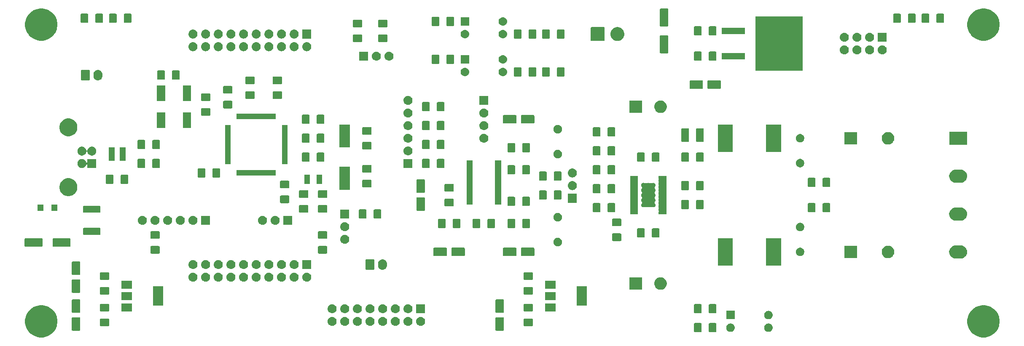
<source format=gbr>
G04 #@! TF.GenerationSoftware,KiCad,Pcbnew,5.0.2+dfsg1-1*
G04 #@! TF.CreationDate,2021-12-02T09:07:36+03:00*
G04 #@! TF.ProjectId,sound-20d01mb,736f756e-642d-4323-9064-30316d622e6b,0*
G04 #@! TF.SameCoordinates,Original*
G04 #@! TF.FileFunction,Soldermask,Top*
G04 #@! TF.FilePolarity,Negative*
%FSLAX46Y46*%
G04 Gerber Fmt 4.6, Leading zero omitted, Abs format (unit mm)*
G04 Created by KiCad (PCBNEW 5.0.2+dfsg1-1) date Thu 02 Dec 2021 09:07:36 AM MSK*
%MOMM*%
%LPD*%
G01*
G04 APERTURE LIST*
%ADD10C,0.100000*%
G04 APERTURE END LIST*
D10*
G36*
X246966117Y-118721895D02*
X247328282Y-118793934D01*
X247919926Y-119039001D01*
X248209523Y-119232504D01*
X248452395Y-119394786D01*
X248905214Y-119847605D01*
X248905216Y-119847608D01*
X249260999Y-120380074D01*
X249506066Y-120971718D01*
X249536571Y-121125078D01*
X249631000Y-121599803D01*
X249631000Y-122240197D01*
X249568533Y-122554239D01*
X249506066Y-122868282D01*
X249260999Y-123459926D01*
X248923143Y-123965562D01*
X248905214Y-123992395D01*
X248452395Y-124445214D01*
X248452392Y-124445216D01*
X247919926Y-124800999D01*
X247328282Y-125046066D01*
X247014239Y-125108533D01*
X246700197Y-125171000D01*
X246059803Y-125171000D01*
X245745761Y-125108533D01*
X245431718Y-125046066D01*
X244840074Y-124800999D01*
X244307608Y-124445216D01*
X244307605Y-124445214D01*
X243854786Y-123992395D01*
X243836857Y-123965562D01*
X243499001Y-123459926D01*
X243253934Y-122868282D01*
X243191467Y-122554239D01*
X243129000Y-122240197D01*
X243129000Y-121599803D01*
X243223429Y-121125078D01*
X243253934Y-120971718D01*
X243499001Y-120380074D01*
X243854784Y-119847608D01*
X243854786Y-119847605D01*
X244307605Y-119394786D01*
X244550477Y-119232504D01*
X244840074Y-119039001D01*
X245431718Y-118793934D01*
X245793883Y-118721895D01*
X246059803Y-118669000D01*
X246700197Y-118669000D01*
X246966117Y-118721895D01*
X246966117Y-118721895D01*
G37*
G36*
X57736117Y-118721895D02*
X58098282Y-118793934D01*
X58689926Y-119039001D01*
X58979523Y-119232504D01*
X59222395Y-119394786D01*
X59675214Y-119847605D01*
X59675216Y-119847608D01*
X60030999Y-120380074D01*
X60276066Y-120971718D01*
X60306571Y-121125078D01*
X60401000Y-121599803D01*
X60401000Y-122240197D01*
X60338533Y-122554239D01*
X60276066Y-122868282D01*
X60030999Y-123459926D01*
X59693143Y-123965562D01*
X59675214Y-123992395D01*
X59222395Y-124445214D01*
X59222392Y-124445216D01*
X58689926Y-124800999D01*
X58098282Y-125046066D01*
X57784239Y-125108533D01*
X57470197Y-125171000D01*
X56829803Y-125171000D01*
X56515761Y-125108533D01*
X56201718Y-125046066D01*
X55610074Y-124800999D01*
X55077608Y-124445216D01*
X55077605Y-124445214D01*
X54624786Y-123992395D01*
X54606857Y-123965562D01*
X54269001Y-123459926D01*
X54023934Y-122868282D01*
X53961467Y-122554239D01*
X53899000Y-122240197D01*
X53899000Y-121599803D01*
X53993429Y-121125078D01*
X54023934Y-120971718D01*
X54269001Y-120380074D01*
X54624784Y-119847608D01*
X54624786Y-119847605D01*
X55077605Y-119394786D01*
X55320477Y-119232504D01*
X55610074Y-119039001D01*
X56201718Y-118793934D01*
X56563883Y-118721895D01*
X56829803Y-118669000D01*
X57470197Y-118669000D01*
X57736117Y-118721895D01*
X57736117Y-118721895D01*
G37*
G36*
X189625562Y-122268181D02*
X189660477Y-122278773D01*
X189692665Y-122295978D01*
X189720873Y-122319127D01*
X189744022Y-122347335D01*
X189761227Y-122379523D01*
X189771819Y-122414438D01*
X189776000Y-122456895D01*
X189776000Y-123923105D01*
X189771819Y-123965562D01*
X189761227Y-124000477D01*
X189744022Y-124032665D01*
X189720873Y-124060873D01*
X189692665Y-124084022D01*
X189660477Y-124101227D01*
X189625562Y-124111819D01*
X189583105Y-124116000D01*
X188441895Y-124116000D01*
X188399438Y-124111819D01*
X188364523Y-124101227D01*
X188332335Y-124084022D01*
X188304127Y-124060873D01*
X188280978Y-124032665D01*
X188263773Y-124000477D01*
X188253181Y-123965562D01*
X188249000Y-123923105D01*
X188249000Y-122456895D01*
X188253181Y-122414438D01*
X188263773Y-122379523D01*
X188280978Y-122347335D01*
X188304127Y-122319127D01*
X188332335Y-122295978D01*
X188364523Y-122278773D01*
X188399438Y-122268181D01*
X188441895Y-122264000D01*
X189583105Y-122264000D01*
X189625562Y-122268181D01*
X189625562Y-122268181D01*
G37*
G36*
X192600562Y-122268181D02*
X192635477Y-122278773D01*
X192667665Y-122295978D01*
X192695873Y-122319127D01*
X192719022Y-122347335D01*
X192736227Y-122379523D01*
X192746819Y-122414438D01*
X192751000Y-122456895D01*
X192751000Y-123923105D01*
X192746819Y-123965562D01*
X192736227Y-124000477D01*
X192719022Y-124032665D01*
X192695873Y-124060873D01*
X192667665Y-124084022D01*
X192635477Y-124101227D01*
X192600562Y-124111819D01*
X192558105Y-124116000D01*
X191416895Y-124116000D01*
X191374438Y-124111819D01*
X191339523Y-124101227D01*
X191307335Y-124084022D01*
X191279127Y-124060873D01*
X191255978Y-124032665D01*
X191238773Y-124000477D01*
X191228181Y-123965562D01*
X191224000Y-123923105D01*
X191224000Y-122456895D01*
X191228181Y-122414438D01*
X191238773Y-122379523D01*
X191255978Y-122347335D01*
X191279127Y-122319127D01*
X191307335Y-122295978D01*
X191339523Y-122278773D01*
X191374438Y-122268181D01*
X191416895Y-122264000D01*
X192558105Y-122264000D01*
X192600562Y-122268181D01*
X192600562Y-122268181D01*
G37*
G36*
X203366821Y-122351313D02*
X203366824Y-122351314D01*
X203366825Y-122351314D01*
X203527239Y-122399975D01*
X203527241Y-122399976D01*
X203527244Y-122399977D01*
X203675078Y-122478995D01*
X203804659Y-122585341D01*
X203911005Y-122714922D01*
X203990023Y-122862756D01*
X203990024Y-122862759D01*
X203990025Y-122862761D01*
X204038686Y-123023175D01*
X204038687Y-123023179D01*
X204055117Y-123190000D01*
X204038687Y-123356821D01*
X204038686Y-123356824D01*
X204038686Y-123356825D01*
X203999652Y-123485504D01*
X203990023Y-123517244D01*
X203911005Y-123665078D01*
X203804659Y-123794659D01*
X203675078Y-123901005D01*
X203527244Y-123980023D01*
X203527241Y-123980024D01*
X203527239Y-123980025D01*
X203366825Y-124028686D01*
X203366824Y-124028686D01*
X203366821Y-124028687D01*
X203241804Y-124041000D01*
X203158196Y-124041000D01*
X203033179Y-124028687D01*
X203033176Y-124028686D01*
X203033175Y-124028686D01*
X202872761Y-123980025D01*
X202872759Y-123980024D01*
X202872756Y-123980023D01*
X202724922Y-123901005D01*
X202595341Y-123794659D01*
X202488995Y-123665078D01*
X202409977Y-123517244D01*
X202400349Y-123485504D01*
X202361314Y-123356825D01*
X202361314Y-123356824D01*
X202361313Y-123356821D01*
X202344883Y-123190000D01*
X202361313Y-123023179D01*
X202361314Y-123023175D01*
X202409975Y-122862761D01*
X202409976Y-122862759D01*
X202409977Y-122862756D01*
X202488995Y-122714922D01*
X202595341Y-122585341D01*
X202724922Y-122478995D01*
X202872756Y-122399977D01*
X202872759Y-122399976D01*
X202872761Y-122399975D01*
X203033175Y-122351314D01*
X203033176Y-122351314D01*
X203033179Y-122351313D01*
X203158196Y-122339000D01*
X203241804Y-122339000D01*
X203366821Y-122351313D01*
X203366821Y-122351313D01*
G37*
G36*
X195746821Y-122351313D02*
X195746824Y-122351314D01*
X195746825Y-122351314D01*
X195907239Y-122399975D01*
X195907241Y-122399976D01*
X195907244Y-122399977D01*
X196055078Y-122478995D01*
X196184659Y-122585341D01*
X196291005Y-122714922D01*
X196370023Y-122862756D01*
X196370024Y-122862759D01*
X196370025Y-122862761D01*
X196418686Y-123023175D01*
X196418687Y-123023179D01*
X196435117Y-123190000D01*
X196418687Y-123356821D01*
X196418686Y-123356824D01*
X196418686Y-123356825D01*
X196379652Y-123485504D01*
X196370023Y-123517244D01*
X196291005Y-123665078D01*
X196184659Y-123794659D01*
X196055078Y-123901005D01*
X195907244Y-123980023D01*
X195907241Y-123980024D01*
X195907239Y-123980025D01*
X195746825Y-124028686D01*
X195746824Y-124028686D01*
X195746821Y-124028687D01*
X195621804Y-124041000D01*
X195538196Y-124041000D01*
X195413179Y-124028687D01*
X195413176Y-124028686D01*
X195413175Y-124028686D01*
X195252761Y-123980025D01*
X195252759Y-123980024D01*
X195252756Y-123980023D01*
X195104922Y-123901005D01*
X194975341Y-123794659D01*
X194868995Y-123665078D01*
X194789977Y-123517244D01*
X194780349Y-123485504D01*
X194741314Y-123356825D01*
X194741314Y-123356824D01*
X194741313Y-123356821D01*
X194724883Y-123190000D01*
X194741313Y-123023179D01*
X194741314Y-123023175D01*
X194789975Y-122862761D01*
X194789976Y-122862759D01*
X194789977Y-122862756D01*
X194868995Y-122714922D01*
X194975341Y-122585341D01*
X195104922Y-122478995D01*
X195252756Y-122399977D01*
X195252759Y-122399976D01*
X195252761Y-122399975D01*
X195413175Y-122351314D01*
X195413176Y-122351314D01*
X195413179Y-122351313D01*
X195538196Y-122339000D01*
X195621804Y-122339000D01*
X195746821Y-122351313D01*
X195746821Y-122351313D01*
G37*
G36*
X64840996Y-121103051D02*
X64874653Y-121113261D01*
X64905667Y-121129838D01*
X64932852Y-121152148D01*
X64955162Y-121179333D01*
X64971739Y-121210347D01*
X64981949Y-121244004D01*
X64986000Y-121285138D01*
X64986000Y-123614862D01*
X64981949Y-123655996D01*
X64971739Y-123689653D01*
X64955162Y-123720667D01*
X64932852Y-123747852D01*
X64905667Y-123770162D01*
X64874653Y-123786739D01*
X64840996Y-123796949D01*
X64799862Y-123801000D01*
X63470138Y-123801000D01*
X63429004Y-123796949D01*
X63395347Y-123786739D01*
X63364333Y-123770162D01*
X63337148Y-123747852D01*
X63314838Y-123720667D01*
X63298261Y-123689653D01*
X63288051Y-123655996D01*
X63284000Y-123614862D01*
X63284000Y-121285138D01*
X63288051Y-121244004D01*
X63298261Y-121210347D01*
X63314838Y-121179333D01*
X63337148Y-121152148D01*
X63364333Y-121129838D01*
X63395347Y-121113261D01*
X63429004Y-121103051D01*
X63470138Y-121099000D01*
X64799862Y-121099000D01*
X64840996Y-121103051D01*
X64840996Y-121103051D01*
G37*
G36*
X149930996Y-121103051D02*
X149964653Y-121113261D01*
X149995667Y-121129838D01*
X150022852Y-121152148D01*
X150045162Y-121179333D01*
X150061739Y-121210347D01*
X150071949Y-121244004D01*
X150076000Y-121285138D01*
X150076000Y-123614862D01*
X150071949Y-123655996D01*
X150061739Y-123689653D01*
X150045162Y-123720667D01*
X150022852Y-123747852D01*
X149995667Y-123770162D01*
X149964653Y-123786739D01*
X149930996Y-123796949D01*
X149889862Y-123801000D01*
X148560138Y-123801000D01*
X148519004Y-123796949D01*
X148485347Y-123786739D01*
X148454333Y-123770162D01*
X148427148Y-123747852D01*
X148404838Y-123720667D01*
X148388261Y-123689653D01*
X148378051Y-123655996D01*
X148374000Y-123614862D01*
X148374000Y-121285138D01*
X148378051Y-121244004D01*
X148388261Y-121210347D01*
X148404838Y-121179333D01*
X148427148Y-121152148D01*
X148454333Y-121129838D01*
X148485347Y-121113261D01*
X148519004Y-121103051D01*
X148560138Y-121099000D01*
X149889862Y-121099000D01*
X149930996Y-121103051D01*
X149930996Y-121103051D01*
G37*
G36*
X155715562Y-121378181D02*
X155750477Y-121388773D01*
X155782665Y-121405978D01*
X155810873Y-121429127D01*
X155834022Y-121457335D01*
X155851227Y-121489523D01*
X155861819Y-121524438D01*
X155866000Y-121566895D01*
X155866000Y-122708105D01*
X155861819Y-122750562D01*
X155851227Y-122785477D01*
X155834022Y-122817665D01*
X155810873Y-122845873D01*
X155782665Y-122869022D01*
X155750477Y-122886227D01*
X155715562Y-122896819D01*
X155673105Y-122901000D01*
X154206895Y-122901000D01*
X154164438Y-122896819D01*
X154129523Y-122886227D01*
X154097335Y-122869022D01*
X154069127Y-122845873D01*
X154045978Y-122817665D01*
X154028773Y-122785477D01*
X154018181Y-122750562D01*
X154014000Y-122708105D01*
X154014000Y-121566895D01*
X154018181Y-121524438D01*
X154028773Y-121489523D01*
X154045978Y-121457335D01*
X154069127Y-121429127D01*
X154097335Y-121405978D01*
X154129523Y-121388773D01*
X154164438Y-121378181D01*
X154206895Y-121374000D01*
X155673105Y-121374000D01*
X155715562Y-121378181D01*
X155715562Y-121378181D01*
G37*
G36*
X70625562Y-121378181D02*
X70660477Y-121388773D01*
X70692665Y-121405978D01*
X70720873Y-121429127D01*
X70744022Y-121457335D01*
X70761227Y-121489523D01*
X70771819Y-121524438D01*
X70776000Y-121566895D01*
X70776000Y-122708105D01*
X70771819Y-122750562D01*
X70761227Y-122785477D01*
X70744022Y-122817665D01*
X70720873Y-122845873D01*
X70692665Y-122869022D01*
X70660477Y-122886227D01*
X70625562Y-122896819D01*
X70583105Y-122901000D01*
X69116895Y-122901000D01*
X69074438Y-122896819D01*
X69039523Y-122886227D01*
X69007335Y-122869022D01*
X68979127Y-122845873D01*
X68955978Y-122817665D01*
X68938773Y-122785477D01*
X68928181Y-122750562D01*
X68924000Y-122708105D01*
X68924000Y-121566895D01*
X68928181Y-121524438D01*
X68938773Y-121489523D01*
X68955978Y-121457335D01*
X68979127Y-121429127D01*
X69007335Y-121405978D01*
X69039523Y-121388773D01*
X69074438Y-121378181D01*
X69116895Y-121374000D01*
X70583105Y-121374000D01*
X70625562Y-121378181D01*
X70625562Y-121378181D01*
G37*
G36*
X115680442Y-121025518D02*
X115746627Y-121032037D01*
X115859853Y-121066384D01*
X115916467Y-121083557D01*
X115994146Y-121125078D01*
X116072991Y-121167222D01*
X116087748Y-121179333D01*
X116210186Y-121279814D01*
X116291706Y-121379148D01*
X116322778Y-121417009D01*
X116322779Y-121417011D01*
X116406443Y-121573533D01*
X116406443Y-121573534D01*
X116457963Y-121743373D01*
X116475359Y-121920000D01*
X116457963Y-122096627D01*
X116424331Y-122207496D01*
X116406443Y-122266467D01*
X116359832Y-122353668D01*
X116322778Y-122422991D01*
X116293448Y-122458729D01*
X116210186Y-122560186D01*
X116108729Y-122643448D01*
X116072991Y-122672778D01*
X116072989Y-122672779D01*
X115916467Y-122756443D01*
X115859853Y-122773616D01*
X115746627Y-122807963D01*
X115680443Y-122814481D01*
X115614260Y-122821000D01*
X115525740Y-122821000D01*
X115459557Y-122814481D01*
X115393373Y-122807963D01*
X115280147Y-122773616D01*
X115223533Y-122756443D01*
X115067011Y-122672779D01*
X115067009Y-122672778D01*
X115031271Y-122643448D01*
X114929814Y-122560186D01*
X114846552Y-122458729D01*
X114817222Y-122422991D01*
X114780168Y-122353668D01*
X114733557Y-122266467D01*
X114715669Y-122207496D01*
X114682037Y-122096627D01*
X114664641Y-121920000D01*
X114682037Y-121743373D01*
X114733557Y-121573534D01*
X114733557Y-121573533D01*
X114817221Y-121417011D01*
X114817222Y-121417009D01*
X114848294Y-121379148D01*
X114929814Y-121279814D01*
X115052252Y-121179333D01*
X115067009Y-121167222D01*
X115145854Y-121125078D01*
X115223533Y-121083557D01*
X115280147Y-121066384D01*
X115393373Y-121032037D01*
X115459558Y-121025518D01*
X115525740Y-121019000D01*
X115614260Y-121019000D01*
X115680442Y-121025518D01*
X115680442Y-121025518D01*
G37*
G36*
X118220442Y-121025518D02*
X118286627Y-121032037D01*
X118399853Y-121066384D01*
X118456467Y-121083557D01*
X118534146Y-121125078D01*
X118612991Y-121167222D01*
X118627748Y-121179333D01*
X118750186Y-121279814D01*
X118831706Y-121379148D01*
X118862778Y-121417009D01*
X118862779Y-121417011D01*
X118946443Y-121573533D01*
X118946443Y-121573534D01*
X118997963Y-121743373D01*
X119015359Y-121920000D01*
X118997963Y-122096627D01*
X118964331Y-122207496D01*
X118946443Y-122266467D01*
X118899832Y-122353668D01*
X118862778Y-122422991D01*
X118833448Y-122458729D01*
X118750186Y-122560186D01*
X118648729Y-122643448D01*
X118612991Y-122672778D01*
X118612989Y-122672779D01*
X118456467Y-122756443D01*
X118399853Y-122773616D01*
X118286627Y-122807963D01*
X118220443Y-122814481D01*
X118154260Y-122821000D01*
X118065740Y-122821000D01*
X117999557Y-122814481D01*
X117933373Y-122807963D01*
X117820147Y-122773616D01*
X117763533Y-122756443D01*
X117607011Y-122672779D01*
X117607009Y-122672778D01*
X117571271Y-122643448D01*
X117469814Y-122560186D01*
X117386552Y-122458729D01*
X117357222Y-122422991D01*
X117320168Y-122353668D01*
X117273557Y-122266467D01*
X117255669Y-122207496D01*
X117222037Y-122096627D01*
X117204641Y-121920000D01*
X117222037Y-121743373D01*
X117273557Y-121573534D01*
X117273557Y-121573533D01*
X117357221Y-121417011D01*
X117357222Y-121417009D01*
X117388294Y-121379148D01*
X117469814Y-121279814D01*
X117592252Y-121179333D01*
X117607009Y-121167222D01*
X117685854Y-121125078D01*
X117763533Y-121083557D01*
X117820147Y-121066384D01*
X117933373Y-121032037D01*
X117999558Y-121025518D01*
X118065740Y-121019000D01*
X118154260Y-121019000D01*
X118220442Y-121025518D01*
X118220442Y-121025518D01*
G37*
G36*
X120760442Y-121025518D02*
X120826627Y-121032037D01*
X120939853Y-121066384D01*
X120996467Y-121083557D01*
X121074146Y-121125078D01*
X121152991Y-121167222D01*
X121167748Y-121179333D01*
X121290186Y-121279814D01*
X121371706Y-121379148D01*
X121402778Y-121417009D01*
X121402779Y-121417011D01*
X121486443Y-121573533D01*
X121486443Y-121573534D01*
X121537963Y-121743373D01*
X121555359Y-121920000D01*
X121537963Y-122096627D01*
X121504331Y-122207496D01*
X121486443Y-122266467D01*
X121439832Y-122353668D01*
X121402778Y-122422991D01*
X121373448Y-122458729D01*
X121290186Y-122560186D01*
X121188729Y-122643448D01*
X121152991Y-122672778D01*
X121152989Y-122672779D01*
X120996467Y-122756443D01*
X120939853Y-122773616D01*
X120826627Y-122807963D01*
X120760443Y-122814481D01*
X120694260Y-122821000D01*
X120605740Y-122821000D01*
X120539557Y-122814481D01*
X120473373Y-122807963D01*
X120360147Y-122773616D01*
X120303533Y-122756443D01*
X120147011Y-122672779D01*
X120147009Y-122672778D01*
X120111271Y-122643448D01*
X120009814Y-122560186D01*
X119926552Y-122458729D01*
X119897222Y-122422991D01*
X119860168Y-122353668D01*
X119813557Y-122266467D01*
X119795669Y-122207496D01*
X119762037Y-122096627D01*
X119744641Y-121920000D01*
X119762037Y-121743373D01*
X119813557Y-121573534D01*
X119813557Y-121573533D01*
X119897221Y-121417011D01*
X119897222Y-121417009D01*
X119928294Y-121379148D01*
X120009814Y-121279814D01*
X120132252Y-121179333D01*
X120147009Y-121167222D01*
X120225854Y-121125078D01*
X120303533Y-121083557D01*
X120360147Y-121066384D01*
X120473373Y-121032037D01*
X120539558Y-121025518D01*
X120605740Y-121019000D01*
X120694260Y-121019000D01*
X120760442Y-121025518D01*
X120760442Y-121025518D01*
G37*
G36*
X123300442Y-121025518D02*
X123366627Y-121032037D01*
X123479853Y-121066384D01*
X123536467Y-121083557D01*
X123614146Y-121125078D01*
X123692991Y-121167222D01*
X123707748Y-121179333D01*
X123830186Y-121279814D01*
X123911706Y-121379148D01*
X123942778Y-121417009D01*
X123942779Y-121417011D01*
X124026443Y-121573533D01*
X124026443Y-121573534D01*
X124077963Y-121743373D01*
X124095359Y-121920000D01*
X124077963Y-122096627D01*
X124044331Y-122207496D01*
X124026443Y-122266467D01*
X123979832Y-122353668D01*
X123942778Y-122422991D01*
X123913448Y-122458729D01*
X123830186Y-122560186D01*
X123728729Y-122643448D01*
X123692991Y-122672778D01*
X123692989Y-122672779D01*
X123536467Y-122756443D01*
X123479853Y-122773616D01*
X123366627Y-122807963D01*
X123300443Y-122814481D01*
X123234260Y-122821000D01*
X123145740Y-122821000D01*
X123079557Y-122814481D01*
X123013373Y-122807963D01*
X122900147Y-122773616D01*
X122843533Y-122756443D01*
X122687011Y-122672779D01*
X122687009Y-122672778D01*
X122651271Y-122643448D01*
X122549814Y-122560186D01*
X122466552Y-122458729D01*
X122437222Y-122422991D01*
X122400168Y-122353668D01*
X122353557Y-122266467D01*
X122335669Y-122207496D01*
X122302037Y-122096627D01*
X122284641Y-121920000D01*
X122302037Y-121743373D01*
X122353557Y-121573534D01*
X122353557Y-121573533D01*
X122437221Y-121417011D01*
X122437222Y-121417009D01*
X122468294Y-121379148D01*
X122549814Y-121279814D01*
X122672252Y-121179333D01*
X122687009Y-121167222D01*
X122765854Y-121125078D01*
X122843533Y-121083557D01*
X122900147Y-121066384D01*
X123013373Y-121032037D01*
X123079558Y-121025518D01*
X123145740Y-121019000D01*
X123234260Y-121019000D01*
X123300442Y-121025518D01*
X123300442Y-121025518D01*
G37*
G36*
X133460442Y-121025518D02*
X133526627Y-121032037D01*
X133639853Y-121066384D01*
X133696467Y-121083557D01*
X133774146Y-121125078D01*
X133852991Y-121167222D01*
X133867748Y-121179333D01*
X133990186Y-121279814D01*
X134071706Y-121379148D01*
X134102778Y-121417009D01*
X134102779Y-121417011D01*
X134186443Y-121573533D01*
X134186443Y-121573534D01*
X134237963Y-121743373D01*
X134255359Y-121920000D01*
X134237963Y-122096627D01*
X134204331Y-122207496D01*
X134186443Y-122266467D01*
X134139832Y-122353668D01*
X134102778Y-122422991D01*
X134073448Y-122458729D01*
X133990186Y-122560186D01*
X133888729Y-122643448D01*
X133852991Y-122672778D01*
X133852989Y-122672779D01*
X133696467Y-122756443D01*
X133639853Y-122773616D01*
X133526627Y-122807963D01*
X133460443Y-122814481D01*
X133394260Y-122821000D01*
X133305740Y-122821000D01*
X133239557Y-122814481D01*
X133173373Y-122807963D01*
X133060147Y-122773616D01*
X133003533Y-122756443D01*
X132847011Y-122672779D01*
X132847009Y-122672778D01*
X132811271Y-122643448D01*
X132709814Y-122560186D01*
X132626552Y-122458729D01*
X132597222Y-122422991D01*
X132560168Y-122353668D01*
X132513557Y-122266467D01*
X132495669Y-122207496D01*
X132462037Y-122096627D01*
X132444641Y-121920000D01*
X132462037Y-121743373D01*
X132513557Y-121573534D01*
X132513557Y-121573533D01*
X132597221Y-121417011D01*
X132597222Y-121417009D01*
X132628294Y-121379148D01*
X132709814Y-121279814D01*
X132832252Y-121179333D01*
X132847009Y-121167222D01*
X132925854Y-121125078D01*
X133003533Y-121083557D01*
X133060147Y-121066384D01*
X133173373Y-121032037D01*
X133239558Y-121025518D01*
X133305740Y-121019000D01*
X133394260Y-121019000D01*
X133460442Y-121025518D01*
X133460442Y-121025518D01*
G37*
G36*
X130920442Y-121025518D02*
X130986627Y-121032037D01*
X131099853Y-121066384D01*
X131156467Y-121083557D01*
X131234146Y-121125078D01*
X131312991Y-121167222D01*
X131327748Y-121179333D01*
X131450186Y-121279814D01*
X131531706Y-121379148D01*
X131562778Y-121417009D01*
X131562779Y-121417011D01*
X131646443Y-121573533D01*
X131646443Y-121573534D01*
X131697963Y-121743373D01*
X131715359Y-121920000D01*
X131697963Y-122096627D01*
X131664331Y-122207496D01*
X131646443Y-122266467D01*
X131599832Y-122353668D01*
X131562778Y-122422991D01*
X131533448Y-122458729D01*
X131450186Y-122560186D01*
X131348729Y-122643448D01*
X131312991Y-122672778D01*
X131312989Y-122672779D01*
X131156467Y-122756443D01*
X131099853Y-122773616D01*
X130986627Y-122807963D01*
X130920443Y-122814481D01*
X130854260Y-122821000D01*
X130765740Y-122821000D01*
X130699557Y-122814481D01*
X130633373Y-122807963D01*
X130520147Y-122773616D01*
X130463533Y-122756443D01*
X130307011Y-122672779D01*
X130307009Y-122672778D01*
X130271271Y-122643448D01*
X130169814Y-122560186D01*
X130086552Y-122458729D01*
X130057222Y-122422991D01*
X130020168Y-122353668D01*
X129973557Y-122266467D01*
X129955669Y-122207496D01*
X129922037Y-122096627D01*
X129904641Y-121920000D01*
X129922037Y-121743373D01*
X129973557Y-121573534D01*
X129973557Y-121573533D01*
X130057221Y-121417011D01*
X130057222Y-121417009D01*
X130088294Y-121379148D01*
X130169814Y-121279814D01*
X130292252Y-121179333D01*
X130307009Y-121167222D01*
X130385854Y-121125078D01*
X130463533Y-121083557D01*
X130520147Y-121066384D01*
X130633373Y-121032037D01*
X130699558Y-121025518D01*
X130765740Y-121019000D01*
X130854260Y-121019000D01*
X130920442Y-121025518D01*
X130920442Y-121025518D01*
G37*
G36*
X128380442Y-121025518D02*
X128446627Y-121032037D01*
X128559853Y-121066384D01*
X128616467Y-121083557D01*
X128694146Y-121125078D01*
X128772991Y-121167222D01*
X128787748Y-121179333D01*
X128910186Y-121279814D01*
X128991706Y-121379148D01*
X129022778Y-121417009D01*
X129022779Y-121417011D01*
X129106443Y-121573533D01*
X129106443Y-121573534D01*
X129157963Y-121743373D01*
X129175359Y-121920000D01*
X129157963Y-122096627D01*
X129124331Y-122207496D01*
X129106443Y-122266467D01*
X129059832Y-122353668D01*
X129022778Y-122422991D01*
X128993448Y-122458729D01*
X128910186Y-122560186D01*
X128808729Y-122643448D01*
X128772991Y-122672778D01*
X128772989Y-122672779D01*
X128616467Y-122756443D01*
X128559853Y-122773616D01*
X128446627Y-122807963D01*
X128380443Y-122814481D01*
X128314260Y-122821000D01*
X128225740Y-122821000D01*
X128159557Y-122814481D01*
X128093373Y-122807963D01*
X127980147Y-122773616D01*
X127923533Y-122756443D01*
X127767011Y-122672779D01*
X127767009Y-122672778D01*
X127731271Y-122643448D01*
X127629814Y-122560186D01*
X127546552Y-122458729D01*
X127517222Y-122422991D01*
X127480168Y-122353668D01*
X127433557Y-122266467D01*
X127415669Y-122207496D01*
X127382037Y-122096627D01*
X127364641Y-121920000D01*
X127382037Y-121743373D01*
X127433557Y-121573534D01*
X127433557Y-121573533D01*
X127517221Y-121417011D01*
X127517222Y-121417009D01*
X127548294Y-121379148D01*
X127629814Y-121279814D01*
X127752252Y-121179333D01*
X127767009Y-121167222D01*
X127845854Y-121125078D01*
X127923533Y-121083557D01*
X127980147Y-121066384D01*
X128093373Y-121032037D01*
X128159558Y-121025518D01*
X128225740Y-121019000D01*
X128314260Y-121019000D01*
X128380442Y-121025518D01*
X128380442Y-121025518D01*
G37*
G36*
X125840442Y-121025518D02*
X125906627Y-121032037D01*
X126019853Y-121066384D01*
X126076467Y-121083557D01*
X126154146Y-121125078D01*
X126232991Y-121167222D01*
X126247748Y-121179333D01*
X126370186Y-121279814D01*
X126451706Y-121379148D01*
X126482778Y-121417009D01*
X126482779Y-121417011D01*
X126566443Y-121573533D01*
X126566443Y-121573534D01*
X126617963Y-121743373D01*
X126635359Y-121920000D01*
X126617963Y-122096627D01*
X126584331Y-122207496D01*
X126566443Y-122266467D01*
X126519832Y-122353668D01*
X126482778Y-122422991D01*
X126453448Y-122458729D01*
X126370186Y-122560186D01*
X126268729Y-122643448D01*
X126232991Y-122672778D01*
X126232989Y-122672779D01*
X126076467Y-122756443D01*
X126019853Y-122773616D01*
X125906627Y-122807963D01*
X125840443Y-122814481D01*
X125774260Y-122821000D01*
X125685740Y-122821000D01*
X125619557Y-122814481D01*
X125553373Y-122807963D01*
X125440147Y-122773616D01*
X125383533Y-122756443D01*
X125227011Y-122672779D01*
X125227009Y-122672778D01*
X125191271Y-122643448D01*
X125089814Y-122560186D01*
X125006552Y-122458729D01*
X124977222Y-122422991D01*
X124940168Y-122353668D01*
X124893557Y-122266467D01*
X124875669Y-122207496D01*
X124842037Y-122096627D01*
X124824641Y-121920000D01*
X124842037Y-121743373D01*
X124893557Y-121573534D01*
X124893557Y-121573533D01*
X124977221Y-121417011D01*
X124977222Y-121417009D01*
X125008294Y-121379148D01*
X125089814Y-121279814D01*
X125212252Y-121179333D01*
X125227009Y-121167222D01*
X125305854Y-121125078D01*
X125383533Y-121083557D01*
X125440147Y-121066384D01*
X125553373Y-121032037D01*
X125619558Y-121025518D01*
X125685740Y-121019000D01*
X125774260Y-121019000D01*
X125840442Y-121025518D01*
X125840442Y-121025518D01*
G37*
G36*
X196431000Y-121501000D02*
X194729000Y-121501000D01*
X194729000Y-119799000D01*
X196431000Y-119799000D01*
X196431000Y-121501000D01*
X196431000Y-121501000D01*
G37*
G36*
X203366821Y-119811313D02*
X203366824Y-119811314D01*
X203366825Y-119811314D01*
X203527239Y-119859975D01*
X203527241Y-119859976D01*
X203527244Y-119859977D01*
X203675078Y-119938995D01*
X203804659Y-120045341D01*
X203911005Y-120174922D01*
X203990023Y-120322756D01*
X203990024Y-120322759D01*
X203990025Y-120322761D01*
X204007411Y-120380075D01*
X204038687Y-120483179D01*
X204055117Y-120650000D01*
X204038687Y-120816821D01*
X204038686Y-120816824D01*
X204038686Y-120816825D01*
X203991700Y-120971718D01*
X203990023Y-120977244D01*
X203911005Y-121125078D01*
X203804659Y-121254659D01*
X203675078Y-121361005D01*
X203527244Y-121440023D01*
X203527241Y-121440024D01*
X203527239Y-121440025D01*
X203366825Y-121488686D01*
X203366824Y-121488686D01*
X203366821Y-121488687D01*
X203241804Y-121501000D01*
X203158196Y-121501000D01*
X203033179Y-121488687D01*
X203033176Y-121488686D01*
X203033175Y-121488686D01*
X202872761Y-121440025D01*
X202872759Y-121440024D01*
X202872756Y-121440023D01*
X202724922Y-121361005D01*
X202595341Y-121254659D01*
X202488995Y-121125078D01*
X202409977Y-120977244D01*
X202408301Y-120971718D01*
X202361314Y-120816825D01*
X202361314Y-120816824D01*
X202361313Y-120816821D01*
X202344883Y-120650000D01*
X202361313Y-120483179D01*
X202392589Y-120380075D01*
X202409975Y-120322761D01*
X202409976Y-120322759D01*
X202409977Y-120322756D01*
X202488995Y-120174922D01*
X202595341Y-120045341D01*
X202724922Y-119938995D01*
X202872756Y-119859977D01*
X202872759Y-119859976D01*
X202872761Y-119859975D01*
X203033175Y-119811314D01*
X203033176Y-119811314D01*
X203033179Y-119811313D01*
X203158196Y-119799000D01*
X203241804Y-119799000D01*
X203366821Y-119811313D01*
X203366821Y-119811313D01*
G37*
G36*
X192600562Y-118458181D02*
X192635477Y-118468773D01*
X192667665Y-118485978D01*
X192695873Y-118509127D01*
X192719022Y-118537335D01*
X192736227Y-118569523D01*
X192746819Y-118604438D01*
X192751000Y-118646895D01*
X192751000Y-120113105D01*
X192746819Y-120155562D01*
X192736227Y-120190477D01*
X192719022Y-120222665D01*
X192695873Y-120250873D01*
X192667665Y-120274022D01*
X192635477Y-120291227D01*
X192600562Y-120301819D01*
X192558105Y-120306000D01*
X191416895Y-120306000D01*
X191374438Y-120301819D01*
X191339523Y-120291227D01*
X191307335Y-120274022D01*
X191279127Y-120250873D01*
X191255978Y-120222665D01*
X191238773Y-120190477D01*
X191228181Y-120155562D01*
X191224000Y-120113105D01*
X191224000Y-118646895D01*
X191228181Y-118604438D01*
X191238773Y-118569523D01*
X191255978Y-118537335D01*
X191279127Y-118509127D01*
X191307335Y-118485978D01*
X191339523Y-118468773D01*
X191374438Y-118458181D01*
X191416895Y-118454000D01*
X192558105Y-118454000D01*
X192600562Y-118458181D01*
X192600562Y-118458181D01*
G37*
G36*
X189625562Y-118458181D02*
X189660477Y-118468773D01*
X189692665Y-118485978D01*
X189720873Y-118509127D01*
X189744022Y-118537335D01*
X189761227Y-118569523D01*
X189771819Y-118604438D01*
X189776000Y-118646895D01*
X189776000Y-120113105D01*
X189771819Y-120155562D01*
X189761227Y-120190477D01*
X189744022Y-120222665D01*
X189720873Y-120250873D01*
X189692665Y-120274022D01*
X189660477Y-120291227D01*
X189625562Y-120301819D01*
X189583105Y-120306000D01*
X188441895Y-120306000D01*
X188399438Y-120301819D01*
X188364523Y-120291227D01*
X188332335Y-120274022D01*
X188304127Y-120250873D01*
X188280978Y-120222665D01*
X188263773Y-120190477D01*
X188253181Y-120155562D01*
X188249000Y-120113105D01*
X188249000Y-118646895D01*
X188253181Y-118604438D01*
X188263773Y-118569523D01*
X188280978Y-118537335D01*
X188304127Y-118509127D01*
X188332335Y-118485978D01*
X188364523Y-118468773D01*
X188399438Y-118458181D01*
X188441895Y-118454000D01*
X189583105Y-118454000D01*
X189625562Y-118458181D01*
X189625562Y-118458181D01*
G37*
G36*
X134251000Y-120281000D02*
X132449000Y-120281000D01*
X132449000Y-118479000D01*
X134251000Y-118479000D01*
X134251000Y-120281000D01*
X134251000Y-120281000D01*
G37*
G36*
X115680442Y-118485518D02*
X115746627Y-118492037D01*
X115859853Y-118526384D01*
X115916467Y-118543557D01*
X116049435Y-118614631D01*
X116072991Y-118627222D01*
X116096962Y-118646895D01*
X116210186Y-118739814D01*
X116254600Y-118793934D01*
X116322778Y-118877009D01*
X116322779Y-118877011D01*
X116406443Y-119033533D01*
X116422459Y-119086332D01*
X116457963Y-119203373D01*
X116475359Y-119380000D01*
X116457963Y-119556627D01*
X116429168Y-119651552D01*
X116406443Y-119726467D01*
X116354698Y-119823273D01*
X116322778Y-119882991D01*
X116299605Y-119911227D01*
X116210186Y-120020186D01*
X116123420Y-120091392D01*
X116072991Y-120132778D01*
X116072989Y-120132779D01*
X115916467Y-120216443D01*
X115895955Y-120222665D01*
X115746627Y-120267963D01*
X115685108Y-120274022D01*
X115614260Y-120281000D01*
X115525740Y-120281000D01*
X115454892Y-120274022D01*
X115393373Y-120267963D01*
X115244045Y-120222665D01*
X115223533Y-120216443D01*
X115067011Y-120132779D01*
X115067009Y-120132778D01*
X115016580Y-120091392D01*
X114929814Y-120020186D01*
X114840395Y-119911227D01*
X114817222Y-119882991D01*
X114785302Y-119823273D01*
X114733557Y-119726467D01*
X114710832Y-119651552D01*
X114682037Y-119556627D01*
X114664641Y-119380000D01*
X114682037Y-119203373D01*
X114717541Y-119086332D01*
X114733557Y-119033533D01*
X114817221Y-118877011D01*
X114817222Y-118877009D01*
X114885400Y-118793934D01*
X114929814Y-118739814D01*
X115043038Y-118646895D01*
X115067009Y-118627222D01*
X115090565Y-118614631D01*
X115223533Y-118543557D01*
X115280147Y-118526384D01*
X115393373Y-118492037D01*
X115459558Y-118485518D01*
X115525740Y-118479000D01*
X115614260Y-118479000D01*
X115680442Y-118485518D01*
X115680442Y-118485518D01*
G37*
G36*
X130920442Y-118485518D02*
X130986627Y-118492037D01*
X131099853Y-118526384D01*
X131156467Y-118543557D01*
X131289435Y-118614631D01*
X131312991Y-118627222D01*
X131336962Y-118646895D01*
X131450186Y-118739814D01*
X131494600Y-118793934D01*
X131562778Y-118877009D01*
X131562779Y-118877011D01*
X131646443Y-119033533D01*
X131662459Y-119086332D01*
X131697963Y-119203373D01*
X131715359Y-119380000D01*
X131697963Y-119556627D01*
X131669168Y-119651552D01*
X131646443Y-119726467D01*
X131594698Y-119823273D01*
X131562778Y-119882991D01*
X131539605Y-119911227D01*
X131450186Y-120020186D01*
X131363420Y-120091392D01*
X131312991Y-120132778D01*
X131312989Y-120132779D01*
X131156467Y-120216443D01*
X131135955Y-120222665D01*
X130986627Y-120267963D01*
X130925108Y-120274022D01*
X130854260Y-120281000D01*
X130765740Y-120281000D01*
X130694892Y-120274022D01*
X130633373Y-120267963D01*
X130484045Y-120222665D01*
X130463533Y-120216443D01*
X130307011Y-120132779D01*
X130307009Y-120132778D01*
X130256580Y-120091392D01*
X130169814Y-120020186D01*
X130080395Y-119911227D01*
X130057222Y-119882991D01*
X130025302Y-119823273D01*
X129973557Y-119726467D01*
X129950832Y-119651552D01*
X129922037Y-119556627D01*
X129904641Y-119380000D01*
X129922037Y-119203373D01*
X129957541Y-119086332D01*
X129973557Y-119033533D01*
X130057221Y-118877011D01*
X130057222Y-118877009D01*
X130125400Y-118793934D01*
X130169814Y-118739814D01*
X130283038Y-118646895D01*
X130307009Y-118627222D01*
X130330565Y-118614631D01*
X130463533Y-118543557D01*
X130520147Y-118526384D01*
X130633373Y-118492037D01*
X130699558Y-118485518D01*
X130765740Y-118479000D01*
X130854260Y-118479000D01*
X130920442Y-118485518D01*
X130920442Y-118485518D01*
G37*
G36*
X118220442Y-118485518D02*
X118286627Y-118492037D01*
X118399853Y-118526384D01*
X118456467Y-118543557D01*
X118589435Y-118614631D01*
X118612991Y-118627222D01*
X118636962Y-118646895D01*
X118750186Y-118739814D01*
X118794600Y-118793934D01*
X118862778Y-118877009D01*
X118862779Y-118877011D01*
X118946443Y-119033533D01*
X118962459Y-119086332D01*
X118997963Y-119203373D01*
X119015359Y-119380000D01*
X118997963Y-119556627D01*
X118969168Y-119651552D01*
X118946443Y-119726467D01*
X118894698Y-119823273D01*
X118862778Y-119882991D01*
X118839605Y-119911227D01*
X118750186Y-120020186D01*
X118663420Y-120091392D01*
X118612991Y-120132778D01*
X118612989Y-120132779D01*
X118456467Y-120216443D01*
X118435955Y-120222665D01*
X118286627Y-120267963D01*
X118225108Y-120274022D01*
X118154260Y-120281000D01*
X118065740Y-120281000D01*
X117994892Y-120274022D01*
X117933373Y-120267963D01*
X117784045Y-120222665D01*
X117763533Y-120216443D01*
X117607011Y-120132779D01*
X117607009Y-120132778D01*
X117556580Y-120091392D01*
X117469814Y-120020186D01*
X117380395Y-119911227D01*
X117357222Y-119882991D01*
X117325302Y-119823273D01*
X117273557Y-119726467D01*
X117250832Y-119651552D01*
X117222037Y-119556627D01*
X117204641Y-119380000D01*
X117222037Y-119203373D01*
X117257541Y-119086332D01*
X117273557Y-119033533D01*
X117357221Y-118877011D01*
X117357222Y-118877009D01*
X117425400Y-118793934D01*
X117469814Y-118739814D01*
X117583038Y-118646895D01*
X117607009Y-118627222D01*
X117630565Y-118614631D01*
X117763533Y-118543557D01*
X117820147Y-118526384D01*
X117933373Y-118492037D01*
X117999558Y-118485518D01*
X118065740Y-118479000D01*
X118154260Y-118479000D01*
X118220442Y-118485518D01*
X118220442Y-118485518D01*
G37*
G36*
X123300442Y-118485518D02*
X123366627Y-118492037D01*
X123479853Y-118526384D01*
X123536467Y-118543557D01*
X123669435Y-118614631D01*
X123692991Y-118627222D01*
X123716962Y-118646895D01*
X123830186Y-118739814D01*
X123874600Y-118793934D01*
X123942778Y-118877009D01*
X123942779Y-118877011D01*
X124026443Y-119033533D01*
X124042459Y-119086332D01*
X124077963Y-119203373D01*
X124095359Y-119380000D01*
X124077963Y-119556627D01*
X124049168Y-119651552D01*
X124026443Y-119726467D01*
X123974698Y-119823273D01*
X123942778Y-119882991D01*
X123919605Y-119911227D01*
X123830186Y-120020186D01*
X123743420Y-120091392D01*
X123692991Y-120132778D01*
X123692989Y-120132779D01*
X123536467Y-120216443D01*
X123515955Y-120222665D01*
X123366627Y-120267963D01*
X123305108Y-120274022D01*
X123234260Y-120281000D01*
X123145740Y-120281000D01*
X123074892Y-120274022D01*
X123013373Y-120267963D01*
X122864045Y-120222665D01*
X122843533Y-120216443D01*
X122687011Y-120132779D01*
X122687009Y-120132778D01*
X122636580Y-120091392D01*
X122549814Y-120020186D01*
X122460395Y-119911227D01*
X122437222Y-119882991D01*
X122405302Y-119823273D01*
X122353557Y-119726467D01*
X122330832Y-119651552D01*
X122302037Y-119556627D01*
X122284641Y-119380000D01*
X122302037Y-119203373D01*
X122337541Y-119086332D01*
X122353557Y-119033533D01*
X122437221Y-118877011D01*
X122437222Y-118877009D01*
X122505400Y-118793934D01*
X122549814Y-118739814D01*
X122663038Y-118646895D01*
X122687009Y-118627222D01*
X122710565Y-118614631D01*
X122843533Y-118543557D01*
X122900147Y-118526384D01*
X123013373Y-118492037D01*
X123079558Y-118485518D01*
X123145740Y-118479000D01*
X123234260Y-118479000D01*
X123300442Y-118485518D01*
X123300442Y-118485518D01*
G37*
G36*
X125840442Y-118485518D02*
X125906627Y-118492037D01*
X126019853Y-118526384D01*
X126076467Y-118543557D01*
X126209435Y-118614631D01*
X126232991Y-118627222D01*
X126256962Y-118646895D01*
X126370186Y-118739814D01*
X126414600Y-118793934D01*
X126482778Y-118877009D01*
X126482779Y-118877011D01*
X126566443Y-119033533D01*
X126582459Y-119086332D01*
X126617963Y-119203373D01*
X126635359Y-119380000D01*
X126617963Y-119556627D01*
X126589168Y-119651552D01*
X126566443Y-119726467D01*
X126514698Y-119823273D01*
X126482778Y-119882991D01*
X126459605Y-119911227D01*
X126370186Y-120020186D01*
X126283420Y-120091392D01*
X126232991Y-120132778D01*
X126232989Y-120132779D01*
X126076467Y-120216443D01*
X126055955Y-120222665D01*
X125906627Y-120267963D01*
X125845108Y-120274022D01*
X125774260Y-120281000D01*
X125685740Y-120281000D01*
X125614892Y-120274022D01*
X125553373Y-120267963D01*
X125404045Y-120222665D01*
X125383533Y-120216443D01*
X125227011Y-120132779D01*
X125227009Y-120132778D01*
X125176580Y-120091392D01*
X125089814Y-120020186D01*
X125000395Y-119911227D01*
X124977222Y-119882991D01*
X124945302Y-119823273D01*
X124893557Y-119726467D01*
X124870832Y-119651552D01*
X124842037Y-119556627D01*
X124824641Y-119380000D01*
X124842037Y-119203373D01*
X124877541Y-119086332D01*
X124893557Y-119033533D01*
X124977221Y-118877011D01*
X124977222Y-118877009D01*
X125045400Y-118793934D01*
X125089814Y-118739814D01*
X125203038Y-118646895D01*
X125227009Y-118627222D01*
X125250565Y-118614631D01*
X125383533Y-118543557D01*
X125440147Y-118526384D01*
X125553373Y-118492037D01*
X125619558Y-118485518D01*
X125685740Y-118479000D01*
X125774260Y-118479000D01*
X125840442Y-118485518D01*
X125840442Y-118485518D01*
G37*
G36*
X120760442Y-118485518D02*
X120826627Y-118492037D01*
X120939853Y-118526384D01*
X120996467Y-118543557D01*
X121129435Y-118614631D01*
X121152991Y-118627222D01*
X121176962Y-118646895D01*
X121290186Y-118739814D01*
X121334600Y-118793934D01*
X121402778Y-118877009D01*
X121402779Y-118877011D01*
X121486443Y-119033533D01*
X121502459Y-119086332D01*
X121537963Y-119203373D01*
X121555359Y-119380000D01*
X121537963Y-119556627D01*
X121509168Y-119651552D01*
X121486443Y-119726467D01*
X121434698Y-119823273D01*
X121402778Y-119882991D01*
X121379605Y-119911227D01*
X121290186Y-120020186D01*
X121203420Y-120091392D01*
X121152991Y-120132778D01*
X121152989Y-120132779D01*
X120996467Y-120216443D01*
X120975955Y-120222665D01*
X120826627Y-120267963D01*
X120765108Y-120274022D01*
X120694260Y-120281000D01*
X120605740Y-120281000D01*
X120534892Y-120274022D01*
X120473373Y-120267963D01*
X120324045Y-120222665D01*
X120303533Y-120216443D01*
X120147011Y-120132779D01*
X120147009Y-120132778D01*
X120096580Y-120091392D01*
X120009814Y-120020186D01*
X119920395Y-119911227D01*
X119897222Y-119882991D01*
X119865302Y-119823273D01*
X119813557Y-119726467D01*
X119790832Y-119651552D01*
X119762037Y-119556627D01*
X119744641Y-119380000D01*
X119762037Y-119203373D01*
X119797541Y-119086332D01*
X119813557Y-119033533D01*
X119897221Y-118877011D01*
X119897222Y-118877009D01*
X119965400Y-118793934D01*
X120009814Y-118739814D01*
X120123038Y-118646895D01*
X120147009Y-118627222D01*
X120170565Y-118614631D01*
X120303533Y-118543557D01*
X120360147Y-118526384D01*
X120473373Y-118492037D01*
X120539558Y-118485518D01*
X120605740Y-118479000D01*
X120694260Y-118479000D01*
X120760442Y-118485518D01*
X120760442Y-118485518D01*
G37*
G36*
X128380442Y-118485518D02*
X128446627Y-118492037D01*
X128559853Y-118526384D01*
X128616467Y-118543557D01*
X128749435Y-118614631D01*
X128772991Y-118627222D01*
X128796962Y-118646895D01*
X128910186Y-118739814D01*
X128954600Y-118793934D01*
X129022778Y-118877009D01*
X129022779Y-118877011D01*
X129106443Y-119033533D01*
X129122459Y-119086332D01*
X129157963Y-119203373D01*
X129175359Y-119380000D01*
X129157963Y-119556627D01*
X129129168Y-119651552D01*
X129106443Y-119726467D01*
X129054698Y-119823273D01*
X129022778Y-119882991D01*
X128999605Y-119911227D01*
X128910186Y-120020186D01*
X128823420Y-120091392D01*
X128772991Y-120132778D01*
X128772989Y-120132779D01*
X128616467Y-120216443D01*
X128595955Y-120222665D01*
X128446627Y-120267963D01*
X128385108Y-120274022D01*
X128314260Y-120281000D01*
X128225740Y-120281000D01*
X128154892Y-120274022D01*
X128093373Y-120267963D01*
X127944045Y-120222665D01*
X127923533Y-120216443D01*
X127767011Y-120132779D01*
X127767009Y-120132778D01*
X127716580Y-120091392D01*
X127629814Y-120020186D01*
X127540395Y-119911227D01*
X127517222Y-119882991D01*
X127485302Y-119823273D01*
X127433557Y-119726467D01*
X127410832Y-119651552D01*
X127382037Y-119556627D01*
X127364641Y-119380000D01*
X127382037Y-119203373D01*
X127417541Y-119086332D01*
X127433557Y-119033533D01*
X127517221Y-118877011D01*
X127517222Y-118877009D01*
X127585400Y-118793934D01*
X127629814Y-118739814D01*
X127743038Y-118646895D01*
X127767009Y-118627222D01*
X127790565Y-118614631D01*
X127923533Y-118543557D01*
X127980147Y-118526384D01*
X128093373Y-118492037D01*
X128159558Y-118485518D01*
X128225740Y-118479000D01*
X128314260Y-118479000D01*
X128380442Y-118485518D01*
X128380442Y-118485518D01*
G37*
G36*
X149930996Y-117503051D02*
X149964653Y-117513261D01*
X149995667Y-117529838D01*
X150022852Y-117552148D01*
X150045162Y-117579333D01*
X150061739Y-117610347D01*
X150071949Y-117644004D01*
X150076000Y-117685138D01*
X150076000Y-120014862D01*
X150071949Y-120055996D01*
X150061739Y-120089653D01*
X150045162Y-120120667D01*
X150022852Y-120147852D01*
X149995667Y-120170162D01*
X149964653Y-120186739D01*
X149930996Y-120196949D01*
X149889862Y-120201000D01*
X148560138Y-120201000D01*
X148519004Y-120196949D01*
X148485347Y-120186739D01*
X148454333Y-120170162D01*
X148427148Y-120147852D01*
X148404838Y-120120667D01*
X148388261Y-120089653D01*
X148378051Y-120055996D01*
X148374000Y-120014862D01*
X148374000Y-117685138D01*
X148378051Y-117644004D01*
X148388261Y-117610347D01*
X148404838Y-117579333D01*
X148427148Y-117552148D01*
X148454333Y-117529838D01*
X148485347Y-117513261D01*
X148519004Y-117503051D01*
X148560138Y-117499000D01*
X149889862Y-117499000D01*
X149930996Y-117503051D01*
X149930996Y-117503051D01*
G37*
G36*
X64840996Y-117503051D02*
X64874653Y-117513261D01*
X64905667Y-117529838D01*
X64932852Y-117552148D01*
X64955162Y-117579333D01*
X64971739Y-117610347D01*
X64981949Y-117644004D01*
X64986000Y-117685138D01*
X64986000Y-120014862D01*
X64981949Y-120055996D01*
X64971739Y-120089653D01*
X64955162Y-120120667D01*
X64932852Y-120147852D01*
X64905667Y-120170162D01*
X64874653Y-120186739D01*
X64840996Y-120196949D01*
X64799862Y-120201000D01*
X63470138Y-120201000D01*
X63429004Y-120196949D01*
X63395347Y-120186739D01*
X63364333Y-120170162D01*
X63337148Y-120147852D01*
X63314838Y-120120667D01*
X63298261Y-120089653D01*
X63288051Y-120055996D01*
X63284000Y-120014862D01*
X63284000Y-117685138D01*
X63288051Y-117644004D01*
X63298261Y-117610347D01*
X63314838Y-117579333D01*
X63337148Y-117552148D01*
X63364333Y-117529838D01*
X63395347Y-117513261D01*
X63429004Y-117503051D01*
X63470138Y-117499000D01*
X64799862Y-117499000D01*
X64840996Y-117503051D01*
X64840996Y-117503051D01*
G37*
G36*
X160461000Y-119941000D02*
X158359000Y-119941000D01*
X158359000Y-118339000D01*
X160461000Y-118339000D01*
X160461000Y-119941000D01*
X160461000Y-119941000D01*
G37*
G36*
X75371000Y-119941000D02*
X73269000Y-119941000D01*
X73269000Y-118339000D01*
X75371000Y-118339000D01*
X75371000Y-119941000D01*
X75371000Y-119941000D01*
G37*
G36*
X70625562Y-118403181D02*
X70660477Y-118413773D01*
X70692665Y-118430978D01*
X70720873Y-118454127D01*
X70744022Y-118482335D01*
X70761227Y-118514523D01*
X70771819Y-118549438D01*
X70776000Y-118591895D01*
X70776000Y-119733105D01*
X70771819Y-119775562D01*
X70761227Y-119810477D01*
X70744022Y-119842665D01*
X70720873Y-119870873D01*
X70692665Y-119894022D01*
X70660477Y-119911227D01*
X70625562Y-119921819D01*
X70583105Y-119926000D01*
X69116895Y-119926000D01*
X69074438Y-119921819D01*
X69039523Y-119911227D01*
X69007335Y-119894022D01*
X68979127Y-119870873D01*
X68955978Y-119842665D01*
X68938773Y-119810477D01*
X68928181Y-119775562D01*
X68924000Y-119733105D01*
X68924000Y-118591895D01*
X68928181Y-118549438D01*
X68938773Y-118514523D01*
X68955978Y-118482335D01*
X68979127Y-118454127D01*
X69007335Y-118430978D01*
X69039523Y-118413773D01*
X69074438Y-118403181D01*
X69116895Y-118399000D01*
X70583105Y-118399000D01*
X70625562Y-118403181D01*
X70625562Y-118403181D01*
G37*
G36*
X155715562Y-118403181D02*
X155750477Y-118413773D01*
X155782665Y-118430978D01*
X155810873Y-118454127D01*
X155834022Y-118482335D01*
X155851227Y-118514523D01*
X155861819Y-118549438D01*
X155866000Y-118591895D01*
X155866000Y-119733105D01*
X155861819Y-119775562D01*
X155851227Y-119810477D01*
X155834022Y-119842665D01*
X155810873Y-119870873D01*
X155782665Y-119894022D01*
X155750477Y-119911227D01*
X155715562Y-119921819D01*
X155673105Y-119926000D01*
X154206895Y-119926000D01*
X154164438Y-119921819D01*
X154129523Y-119911227D01*
X154097335Y-119894022D01*
X154069127Y-119870873D01*
X154045978Y-119842665D01*
X154028773Y-119810477D01*
X154018181Y-119775562D01*
X154014000Y-119733105D01*
X154014000Y-118591895D01*
X154018181Y-118549438D01*
X154028773Y-118514523D01*
X154045978Y-118482335D01*
X154069127Y-118454127D01*
X154097335Y-118430978D01*
X154129523Y-118413773D01*
X154164438Y-118403181D01*
X154206895Y-118399000D01*
X155673105Y-118399000D01*
X155715562Y-118403181D01*
X155715562Y-118403181D01*
G37*
G36*
X166761000Y-118791000D02*
X164659000Y-118791000D01*
X164659000Y-114889000D01*
X166761000Y-114889000D01*
X166761000Y-118791000D01*
X166761000Y-118791000D01*
G37*
G36*
X81671000Y-118791000D02*
X79569000Y-118791000D01*
X79569000Y-114889000D01*
X81671000Y-114889000D01*
X81671000Y-118791000D01*
X81671000Y-118791000D01*
G37*
G36*
X75371000Y-117641000D02*
X73269000Y-117641000D01*
X73269000Y-116039000D01*
X75371000Y-116039000D01*
X75371000Y-117641000D01*
X75371000Y-117641000D01*
G37*
G36*
X160461000Y-117641000D02*
X158359000Y-117641000D01*
X158359000Y-116039000D01*
X160461000Y-116039000D01*
X160461000Y-117641000D01*
X160461000Y-117641000D01*
G37*
G36*
X155715562Y-115028181D02*
X155750477Y-115038773D01*
X155782665Y-115055978D01*
X155810873Y-115079127D01*
X155834022Y-115107335D01*
X155851227Y-115139523D01*
X155861819Y-115174438D01*
X155866000Y-115216895D01*
X155866000Y-116358105D01*
X155861819Y-116400562D01*
X155851227Y-116435477D01*
X155834022Y-116467665D01*
X155810873Y-116495873D01*
X155782665Y-116519022D01*
X155750477Y-116536227D01*
X155715562Y-116546819D01*
X155673105Y-116551000D01*
X154206895Y-116551000D01*
X154164438Y-116546819D01*
X154129523Y-116536227D01*
X154097335Y-116519022D01*
X154069127Y-116495873D01*
X154045978Y-116467665D01*
X154028773Y-116435477D01*
X154018181Y-116400562D01*
X154014000Y-116358105D01*
X154014000Y-115216895D01*
X154018181Y-115174438D01*
X154028773Y-115139523D01*
X154045978Y-115107335D01*
X154069127Y-115079127D01*
X154097335Y-115055978D01*
X154129523Y-115038773D01*
X154164438Y-115028181D01*
X154206895Y-115024000D01*
X155673105Y-115024000D01*
X155715562Y-115028181D01*
X155715562Y-115028181D01*
G37*
G36*
X70625562Y-115028181D02*
X70660477Y-115038773D01*
X70692665Y-115055978D01*
X70720873Y-115079127D01*
X70744022Y-115107335D01*
X70761227Y-115139523D01*
X70771819Y-115174438D01*
X70776000Y-115216895D01*
X70776000Y-116358105D01*
X70771819Y-116400562D01*
X70761227Y-116435477D01*
X70744022Y-116467665D01*
X70720873Y-116495873D01*
X70692665Y-116519022D01*
X70660477Y-116536227D01*
X70625562Y-116546819D01*
X70583105Y-116551000D01*
X69116895Y-116551000D01*
X69074438Y-116546819D01*
X69039523Y-116536227D01*
X69007335Y-116519022D01*
X68979127Y-116495873D01*
X68955978Y-116467665D01*
X68938773Y-116435477D01*
X68928181Y-116400562D01*
X68924000Y-116358105D01*
X68924000Y-115216895D01*
X68928181Y-115174438D01*
X68938773Y-115139523D01*
X68955978Y-115107335D01*
X68979127Y-115079127D01*
X69007335Y-115055978D01*
X69039523Y-115038773D01*
X69074438Y-115028181D01*
X69116895Y-115024000D01*
X70583105Y-115024000D01*
X70625562Y-115028181D01*
X70625562Y-115028181D01*
G37*
G36*
X64840996Y-113483051D02*
X64874653Y-113493261D01*
X64905667Y-113509838D01*
X64932852Y-113532148D01*
X64955162Y-113559333D01*
X64971739Y-113590347D01*
X64981949Y-113624004D01*
X64986000Y-113665138D01*
X64986000Y-115994862D01*
X64981949Y-116035996D01*
X64971739Y-116069653D01*
X64955162Y-116100667D01*
X64932852Y-116127852D01*
X64905667Y-116150162D01*
X64874653Y-116166739D01*
X64840996Y-116176949D01*
X64799862Y-116181000D01*
X63470138Y-116181000D01*
X63429004Y-116176949D01*
X63395347Y-116166739D01*
X63364333Y-116150162D01*
X63337148Y-116127852D01*
X63314838Y-116100667D01*
X63298261Y-116069653D01*
X63288051Y-116035996D01*
X63284000Y-115994862D01*
X63284000Y-113665138D01*
X63288051Y-113624004D01*
X63298261Y-113590347D01*
X63314838Y-113559333D01*
X63337148Y-113532148D01*
X63364333Y-113509838D01*
X63395347Y-113493261D01*
X63429004Y-113483051D01*
X63470138Y-113479000D01*
X64799862Y-113479000D01*
X64840996Y-113483051D01*
X64840996Y-113483051D01*
G37*
G36*
X181713636Y-113061019D02*
X181894903Y-113097075D01*
X182122571Y-113191378D01*
X182326542Y-113327668D01*
X182327469Y-113328287D01*
X182501713Y-113502531D01*
X182501715Y-113502534D01*
X182638622Y-113707429D01*
X182732925Y-113935097D01*
X182781000Y-114176787D01*
X182781000Y-114423213D01*
X182732925Y-114664903D01*
X182638622Y-114892571D01*
X182513969Y-115079127D01*
X182501713Y-115097469D01*
X182327469Y-115271713D01*
X182327466Y-115271715D01*
X182122571Y-115408622D01*
X181894903Y-115502925D01*
X181713636Y-115538981D01*
X181653214Y-115551000D01*
X181406786Y-115551000D01*
X181346364Y-115538981D01*
X181165097Y-115502925D01*
X180937429Y-115408622D01*
X180732534Y-115271715D01*
X180732531Y-115271713D01*
X180558287Y-115097469D01*
X180546031Y-115079127D01*
X180421378Y-114892571D01*
X180327075Y-114664903D01*
X180279000Y-114423213D01*
X180279000Y-114176787D01*
X180327075Y-113935097D01*
X180421378Y-113707429D01*
X180558285Y-113502534D01*
X180558287Y-113502531D01*
X180732531Y-113328287D01*
X180733458Y-113327668D01*
X180937429Y-113191378D01*
X181165097Y-113097075D01*
X181346364Y-113061019D01*
X181406786Y-113049000D01*
X181653214Y-113049000D01*
X181713636Y-113061019D01*
X181713636Y-113061019D01*
G37*
G36*
X177781000Y-115551000D02*
X175279000Y-115551000D01*
X175279000Y-113049000D01*
X177781000Y-113049000D01*
X177781000Y-115551000D01*
X177781000Y-115551000D01*
G37*
G36*
X75371000Y-115341000D02*
X73269000Y-115341000D01*
X73269000Y-113739000D01*
X75371000Y-113739000D01*
X75371000Y-115341000D01*
X75371000Y-115341000D01*
G37*
G36*
X160461000Y-115341000D02*
X158359000Y-115341000D01*
X158359000Y-113739000D01*
X160461000Y-113739000D01*
X160461000Y-115341000D01*
X160461000Y-115341000D01*
G37*
G36*
X95360443Y-112135519D02*
X95426627Y-112142037D01*
X95539853Y-112176384D01*
X95596467Y-112193557D01*
X95729435Y-112264631D01*
X95752991Y-112277222D01*
X95788729Y-112306552D01*
X95890186Y-112389814D01*
X95950091Y-112462810D01*
X96002778Y-112527009D01*
X96002779Y-112527011D01*
X96086443Y-112683533D01*
X96086443Y-112683534D01*
X96137963Y-112853373D01*
X96155359Y-113030000D01*
X96137963Y-113206627D01*
X96107180Y-113308105D01*
X96086443Y-113376467D01*
X96043429Y-113456939D01*
X96002778Y-113532991D01*
X95979605Y-113561227D01*
X95890186Y-113670186D01*
X95799100Y-113744937D01*
X95752991Y-113782778D01*
X95752989Y-113782779D01*
X95596467Y-113866443D01*
X95539853Y-113883616D01*
X95426627Y-113917963D01*
X95360443Y-113924481D01*
X95294260Y-113931000D01*
X95205740Y-113931000D01*
X95139557Y-113924481D01*
X95073373Y-113917963D01*
X94960147Y-113883616D01*
X94903533Y-113866443D01*
X94747011Y-113782779D01*
X94747009Y-113782778D01*
X94700900Y-113744937D01*
X94609814Y-113670186D01*
X94520395Y-113561227D01*
X94497222Y-113532991D01*
X94456571Y-113456939D01*
X94413557Y-113376467D01*
X94392820Y-113308105D01*
X94362037Y-113206627D01*
X94344641Y-113030000D01*
X94362037Y-112853373D01*
X94413557Y-112683534D01*
X94413557Y-112683533D01*
X94497221Y-112527011D01*
X94497222Y-112527009D01*
X94549909Y-112462810D01*
X94609814Y-112389814D01*
X94711271Y-112306552D01*
X94747009Y-112277222D01*
X94770565Y-112264631D01*
X94903533Y-112193557D01*
X94960147Y-112176384D01*
X95073373Y-112142037D01*
X95139557Y-112135519D01*
X95205740Y-112129000D01*
X95294260Y-112129000D01*
X95360443Y-112135519D01*
X95360443Y-112135519D01*
G37*
G36*
X110600443Y-112135519D02*
X110666627Y-112142037D01*
X110779853Y-112176384D01*
X110836467Y-112193557D01*
X110969435Y-112264631D01*
X110992991Y-112277222D01*
X111028729Y-112306552D01*
X111130186Y-112389814D01*
X111190091Y-112462810D01*
X111242778Y-112527009D01*
X111242779Y-112527011D01*
X111326443Y-112683533D01*
X111326443Y-112683534D01*
X111377963Y-112853373D01*
X111395359Y-113030000D01*
X111377963Y-113206627D01*
X111347180Y-113308105D01*
X111326443Y-113376467D01*
X111283429Y-113456939D01*
X111242778Y-113532991D01*
X111219605Y-113561227D01*
X111130186Y-113670186D01*
X111039100Y-113744937D01*
X110992991Y-113782778D01*
X110992989Y-113782779D01*
X110836467Y-113866443D01*
X110779853Y-113883616D01*
X110666627Y-113917963D01*
X110600443Y-113924481D01*
X110534260Y-113931000D01*
X110445740Y-113931000D01*
X110379557Y-113924481D01*
X110313373Y-113917963D01*
X110200147Y-113883616D01*
X110143533Y-113866443D01*
X109987011Y-113782779D01*
X109987009Y-113782778D01*
X109940900Y-113744937D01*
X109849814Y-113670186D01*
X109760395Y-113561227D01*
X109737222Y-113532991D01*
X109696571Y-113456939D01*
X109653557Y-113376467D01*
X109632820Y-113308105D01*
X109602037Y-113206627D01*
X109584641Y-113030000D01*
X109602037Y-112853373D01*
X109653557Y-112683534D01*
X109653557Y-112683533D01*
X109737221Y-112527011D01*
X109737222Y-112527009D01*
X109789909Y-112462810D01*
X109849814Y-112389814D01*
X109951271Y-112306552D01*
X109987009Y-112277222D01*
X110010565Y-112264631D01*
X110143533Y-112193557D01*
X110200147Y-112176384D01*
X110313373Y-112142037D01*
X110379557Y-112135519D01*
X110445740Y-112129000D01*
X110534260Y-112129000D01*
X110600443Y-112135519D01*
X110600443Y-112135519D01*
G37*
G36*
X108060443Y-112135519D02*
X108126627Y-112142037D01*
X108239853Y-112176384D01*
X108296467Y-112193557D01*
X108429435Y-112264631D01*
X108452991Y-112277222D01*
X108488729Y-112306552D01*
X108590186Y-112389814D01*
X108650091Y-112462810D01*
X108702778Y-112527009D01*
X108702779Y-112527011D01*
X108786443Y-112683533D01*
X108786443Y-112683534D01*
X108837963Y-112853373D01*
X108855359Y-113030000D01*
X108837963Y-113206627D01*
X108807180Y-113308105D01*
X108786443Y-113376467D01*
X108743429Y-113456939D01*
X108702778Y-113532991D01*
X108679605Y-113561227D01*
X108590186Y-113670186D01*
X108499100Y-113744937D01*
X108452991Y-113782778D01*
X108452989Y-113782779D01*
X108296467Y-113866443D01*
X108239853Y-113883616D01*
X108126627Y-113917963D01*
X108060443Y-113924481D01*
X107994260Y-113931000D01*
X107905740Y-113931000D01*
X107839557Y-113924481D01*
X107773373Y-113917963D01*
X107660147Y-113883616D01*
X107603533Y-113866443D01*
X107447011Y-113782779D01*
X107447009Y-113782778D01*
X107400900Y-113744937D01*
X107309814Y-113670186D01*
X107220395Y-113561227D01*
X107197222Y-113532991D01*
X107156571Y-113456939D01*
X107113557Y-113376467D01*
X107092820Y-113308105D01*
X107062037Y-113206627D01*
X107044641Y-113030000D01*
X107062037Y-112853373D01*
X107113557Y-112683534D01*
X107113557Y-112683533D01*
X107197221Y-112527011D01*
X107197222Y-112527009D01*
X107249909Y-112462810D01*
X107309814Y-112389814D01*
X107411271Y-112306552D01*
X107447009Y-112277222D01*
X107470565Y-112264631D01*
X107603533Y-112193557D01*
X107660147Y-112176384D01*
X107773373Y-112142037D01*
X107839557Y-112135519D01*
X107905740Y-112129000D01*
X107994260Y-112129000D01*
X108060443Y-112135519D01*
X108060443Y-112135519D01*
G37*
G36*
X105520443Y-112135519D02*
X105586627Y-112142037D01*
X105699853Y-112176384D01*
X105756467Y-112193557D01*
X105889435Y-112264631D01*
X105912991Y-112277222D01*
X105948729Y-112306552D01*
X106050186Y-112389814D01*
X106110091Y-112462810D01*
X106162778Y-112527009D01*
X106162779Y-112527011D01*
X106246443Y-112683533D01*
X106246443Y-112683534D01*
X106297963Y-112853373D01*
X106315359Y-113030000D01*
X106297963Y-113206627D01*
X106267180Y-113308105D01*
X106246443Y-113376467D01*
X106203429Y-113456939D01*
X106162778Y-113532991D01*
X106139605Y-113561227D01*
X106050186Y-113670186D01*
X105959100Y-113744937D01*
X105912991Y-113782778D01*
X105912989Y-113782779D01*
X105756467Y-113866443D01*
X105699853Y-113883616D01*
X105586627Y-113917963D01*
X105520443Y-113924481D01*
X105454260Y-113931000D01*
X105365740Y-113931000D01*
X105299557Y-113924481D01*
X105233373Y-113917963D01*
X105120147Y-113883616D01*
X105063533Y-113866443D01*
X104907011Y-113782779D01*
X104907009Y-113782778D01*
X104860900Y-113744937D01*
X104769814Y-113670186D01*
X104680395Y-113561227D01*
X104657222Y-113532991D01*
X104616571Y-113456939D01*
X104573557Y-113376467D01*
X104552820Y-113308105D01*
X104522037Y-113206627D01*
X104504641Y-113030000D01*
X104522037Y-112853373D01*
X104573557Y-112683534D01*
X104573557Y-112683533D01*
X104657221Y-112527011D01*
X104657222Y-112527009D01*
X104709909Y-112462810D01*
X104769814Y-112389814D01*
X104871271Y-112306552D01*
X104907009Y-112277222D01*
X104930565Y-112264631D01*
X105063533Y-112193557D01*
X105120147Y-112176384D01*
X105233373Y-112142037D01*
X105299557Y-112135519D01*
X105365740Y-112129000D01*
X105454260Y-112129000D01*
X105520443Y-112135519D01*
X105520443Y-112135519D01*
G37*
G36*
X102980443Y-112135519D02*
X103046627Y-112142037D01*
X103159853Y-112176384D01*
X103216467Y-112193557D01*
X103349435Y-112264631D01*
X103372991Y-112277222D01*
X103408729Y-112306552D01*
X103510186Y-112389814D01*
X103570091Y-112462810D01*
X103622778Y-112527009D01*
X103622779Y-112527011D01*
X103706443Y-112683533D01*
X103706443Y-112683534D01*
X103757963Y-112853373D01*
X103775359Y-113030000D01*
X103757963Y-113206627D01*
X103727180Y-113308105D01*
X103706443Y-113376467D01*
X103663429Y-113456939D01*
X103622778Y-113532991D01*
X103599605Y-113561227D01*
X103510186Y-113670186D01*
X103419100Y-113744937D01*
X103372991Y-113782778D01*
X103372989Y-113782779D01*
X103216467Y-113866443D01*
X103159853Y-113883616D01*
X103046627Y-113917963D01*
X102980443Y-113924481D01*
X102914260Y-113931000D01*
X102825740Y-113931000D01*
X102759557Y-113924481D01*
X102693373Y-113917963D01*
X102580147Y-113883616D01*
X102523533Y-113866443D01*
X102367011Y-113782779D01*
X102367009Y-113782778D01*
X102320900Y-113744937D01*
X102229814Y-113670186D01*
X102140395Y-113561227D01*
X102117222Y-113532991D01*
X102076571Y-113456939D01*
X102033557Y-113376467D01*
X102012820Y-113308105D01*
X101982037Y-113206627D01*
X101964641Y-113030000D01*
X101982037Y-112853373D01*
X102033557Y-112683534D01*
X102033557Y-112683533D01*
X102117221Y-112527011D01*
X102117222Y-112527009D01*
X102169909Y-112462810D01*
X102229814Y-112389814D01*
X102331271Y-112306552D01*
X102367009Y-112277222D01*
X102390565Y-112264631D01*
X102523533Y-112193557D01*
X102580147Y-112176384D01*
X102693373Y-112142037D01*
X102759557Y-112135519D01*
X102825740Y-112129000D01*
X102914260Y-112129000D01*
X102980443Y-112135519D01*
X102980443Y-112135519D01*
G37*
G36*
X100440443Y-112135519D02*
X100506627Y-112142037D01*
X100619853Y-112176384D01*
X100676467Y-112193557D01*
X100809435Y-112264631D01*
X100832991Y-112277222D01*
X100868729Y-112306552D01*
X100970186Y-112389814D01*
X101030091Y-112462810D01*
X101082778Y-112527009D01*
X101082779Y-112527011D01*
X101166443Y-112683533D01*
X101166443Y-112683534D01*
X101217963Y-112853373D01*
X101235359Y-113030000D01*
X101217963Y-113206627D01*
X101187180Y-113308105D01*
X101166443Y-113376467D01*
X101123429Y-113456939D01*
X101082778Y-113532991D01*
X101059605Y-113561227D01*
X100970186Y-113670186D01*
X100879100Y-113744937D01*
X100832991Y-113782778D01*
X100832989Y-113782779D01*
X100676467Y-113866443D01*
X100619853Y-113883616D01*
X100506627Y-113917963D01*
X100440443Y-113924481D01*
X100374260Y-113931000D01*
X100285740Y-113931000D01*
X100219557Y-113924481D01*
X100153373Y-113917963D01*
X100040147Y-113883616D01*
X99983533Y-113866443D01*
X99827011Y-113782779D01*
X99827009Y-113782778D01*
X99780900Y-113744937D01*
X99689814Y-113670186D01*
X99600395Y-113561227D01*
X99577222Y-113532991D01*
X99536571Y-113456939D01*
X99493557Y-113376467D01*
X99472820Y-113308105D01*
X99442037Y-113206627D01*
X99424641Y-113030000D01*
X99442037Y-112853373D01*
X99493557Y-112683534D01*
X99493557Y-112683533D01*
X99577221Y-112527011D01*
X99577222Y-112527009D01*
X99629909Y-112462810D01*
X99689814Y-112389814D01*
X99791271Y-112306552D01*
X99827009Y-112277222D01*
X99850565Y-112264631D01*
X99983533Y-112193557D01*
X100040147Y-112176384D01*
X100153373Y-112142037D01*
X100219557Y-112135519D01*
X100285740Y-112129000D01*
X100374260Y-112129000D01*
X100440443Y-112135519D01*
X100440443Y-112135519D01*
G37*
G36*
X92820443Y-112135519D02*
X92886627Y-112142037D01*
X92999853Y-112176384D01*
X93056467Y-112193557D01*
X93189435Y-112264631D01*
X93212991Y-112277222D01*
X93248729Y-112306552D01*
X93350186Y-112389814D01*
X93410091Y-112462810D01*
X93462778Y-112527009D01*
X93462779Y-112527011D01*
X93546443Y-112683533D01*
X93546443Y-112683534D01*
X93597963Y-112853373D01*
X93615359Y-113030000D01*
X93597963Y-113206627D01*
X93567180Y-113308105D01*
X93546443Y-113376467D01*
X93503429Y-113456939D01*
X93462778Y-113532991D01*
X93439605Y-113561227D01*
X93350186Y-113670186D01*
X93259100Y-113744937D01*
X93212991Y-113782778D01*
X93212989Y-113782779D01*
X93056467Y-113866443D01*
X92999853Y-113883616D01*
X92886627Y-113917963D01*
X92820443Y-113924481D01*
X92754260Y-113931000D01*
X92665740Y-113931000D01*
X92599557Y-113924481D01*
X92533373Y-113917963D01*
X92420147Y-113883616D01*
X92363533Y-113866443D01*
X92207011Y-113782779D01*
X92207009Y-113782778D01*
X92160900Y-113744937D01*
X92069814Y-113670186D01*
X91980395Y-113561227D01*
X91957222Y-113532991D01*
X91916571Y-113456939D01*
X91873557Y-113376467D01*
X91852820Y-113308105D01*
X91822037Y-113206627D01*
X91804641Y-113030000D01*
X91822037Y-112853373D01*
X91873557Y-112683534D01*
X91873557Y-112683533D01*
X91957221Y-112527011D01*
X91957222Y-112527009D01*
X92009909Y-112462810D01*
X92069814Y-112389814D01*
X92171271Y-112306552D01*
X92207009Y-112277222D01*
X92230565Y-112264631D01*
X92363533Y-112193557D01*
X92420147Y-112176384D01*
X92533373Y-112142037D01*
X92599557Y-112135519D01*
X92665740Y-112129000D01*
X92754260Y-112129000D01*
X92820443Y-112135519D01*
X92820443Y-112135519D01*
G37*
G36*
X90280443Y-112135519D02*
X90346627Y-112142037D01*
X90459853Y-112176384D01*
X90516467Y-112193557D01*
X90649435Y-112264631D01*
X90672991Y-112277222D01*
X90708729Y-112306552D01*
X90810186Y-112389814D01*
X90870091Y-112462810D01*
X90922778Y-112527009D01*
X90922779Y-112527011D01*
X91006443Y-112683533D01*
X91006443Y-112683534D01*
X91057963Y-112853373D01*
X91075359Y-113030000D01*
X91057963Y-113206627D01*
X91027180Y-113308105D01*
X91006443Y-113376467D01*
X90963429Y-113456939D01*
X90922778Y-113532991D01*
X90899605Y-113561227D01*
X90810186Y-113670186D01*
X90719100Y-113744937D01*
X90672991Y-113782778D01*
X90672989Y-113782779D01*
X90516467Y-113866443D01*
X90459853Y-113883616D01*
X90346627Y-113917963D01*
X90280443Y-113924481D01*
X90214260Y-113931000D01*
X90125740Y-113931000D01*
X90059557Y-113924481D01*
X89993373Y-113917963D01*
X89880147Y-113883616D01*
X89823533Y-113866443D01*
X89667011Y-113782779D01*
X89667009Y-113782778D01*
X89620900Y-113744937D01*
X89529814Y-113670186D01*
X89440395Y-113561227D01*
X89417222Y-113532991D01*
X89376571Y-113456939D01*
X89333557Y-113376467D01*
X89312820Y-113308105D01*
X89282037Y-113206627D01*
X89264641Y-113030000D01*
X89282037Y-112853373D01*
X89333557Y-112683534D01*
X89333557Y-112683533D01*
X89417221Y-112527011D01*
X89417222Y-112527009D01*
X89469909Y-112462810D01*
X89529814Y-112389814D01*
X89631271Y-112306552D01*
X89667009Y-112277222D01*
X89690565Y-112264631D01*
X89823533Y-112193557D01*
X89880147Y-112176384D01*
X89993373Y-112142037D01*
X90059557Y-112135519D01*
X90125740Y-112129000D01*
X90214260Y-112129000D01*
X90280443Y-112135519D01*
X90280443Y-112135519D01*
G37*
G36*
X97900443Y-112135519D02*
X97966627Y-112142037D01*
X98079853Y-112176384D01*
X98136467Y-112193557D01*
X98269435Y-112264631D01*
X98292991Y-112277222D01*
X98328729Y-112306552D01*
X98430186Y-112389814D01*
X98490091Y-112462810D01*
X98542778Y-112527009D01*
X98542779Y-112527011D01*
X98626443Y-112683533D01*
X98626443Y-112683534D01*
X98677963Y-112853373D01*
X98695359Y-113030000D01*
X98677963Y-113206627D01*
X98647180Y-113308105D01*
X98626443Y-113376467D01*
X98583429Y-113456939D01*
X98542778Y-113532991D01*
X98519605Y-113561227D01*
X98430186Y-113670186D01*
X98339100Y-113744937D01*
X98292991Y-113782778D01*
X98292989Y-113782779D01*
X98136467Y-113866443D01*
X98079853Y-113883616D01*
X97966627Y-113917963D01*
X97900443Y-113924481D01*
X97834260Y-113931000D01*
X97745740Y-113931000D01*
X97679557Y-113924481D01*
X97613373Y-113917963D01*
X97500147Y-113883616D01*
X97443533Y-113866443D01*
X97287011Y-113782779D01*
X97287009Y-113782778D01*
X97240900Y-113744937D01*
X97149814Y-113670186D01*
X97060395Y-113561227D01*
X97037222Y-113532991D01*
X96996571Y-113456939D01*
X96953557Y-113376467D01*
X96932820Y-113308105D01*
X96902037Y-113206627D01*
X96884641Y-113030000D01*
X96902037Y-112853373D01*
X96953557Y-112683534D01*
X96953557Y-112683533D01*
X97037221Y-112527011D01*
X97037222Y-112527009D01*
X97089909Y-112462810D01*
X97149814Y-112389814D01*
X97251271Y-112306552D01*
X97287009Y-112277222D01*
X97310565Y-112264631D01*
X97443533Y-112193557D01*
X97500147Y-112176384D01*
X97613373Y-112142037D01*
X97679557Y-112135519D01*
X97745740Y-112129000D01*
X97834260Y-112129000D01*
X97900443Y-112135519D01*
X97900443Y-112135519D01*
G37*
G36*
X87740443Y-112135519D02*
X87806627Y-112142037D01*
X87919853Y-112176384D01*
X87976467Y-112193557D01*
X88109435Y-112264631D01*
X88132991Y-112277222D01*
X88168729Y-112306552D01*
X88270186Y-112389814D01*
X88330091Y-112462810D01*
X88382778Y-112527009D01*
X88382779Y-112527011D01*
X88466443Y-112683533D01*
X88466443Y-112683534D01*
X88517963Y-112853373D01*
X88535359Y-113030000D01*
X88517963Y-113206627D01*
X88487180Y-113308105D01*
X88466443Y-113376467D01*
X88423429Y-113456939D01*
X88382778Y-113532991D01*
X88359605Y-113561227D01*
X88270186Y-113670186D01*
X88179100Y-113744937D01*
X88132991Y-113782778D01*
X88132989Y-113782779D01*
X87976467Y-113866443D01*
X87919853Y-113883616D01*
X87806627Y-113917963D01*
X87740443Y-113924481D01*
X87674260Y-113931000D01*
X87585740Y-113931000D01*
X87519557Y-113924481D01*
X87453373Y-113917963D01*
X87340147Y-113883616D01*
X87283533Y-113866443D01*
X87127011Y-113782779D01*
X87127009Y-113782778D01*
X87080900Y-113744937D01*
X86989814Y-113670186D01*
X86900395Y-113561227D01*
X86877222Y-113532991D01*
X86836571Y-113456939D01*
X86793557Y-113376467D01*
X86772820Y-113308105D01*
X86742037Y-113206627D01*
X86724641Y-113030000D01*
X86742037Y-112853373D01*
X86793557Y-112683534D01*
X86793557Y-112683533D01*
X86877221Y-112527011D01*
X86877222Y-112527009D01*
X86929909Y-112462810D01*
X86989814Y-112389814D01*
X87091271Y-112306552D01*
X87127009Y-112277222D01*
X87150565Y-112264631D01*
X87283533Y-112193557D01*
X87340147Y-112176384D01*
X87453373Y-112142037D01*
X87519557Y-112135519D01*
X87585740Y-112129000D01*
X87674260Y-112129000D01*
X87740443Y-112135519D01*
X87740443Y-112135519D01*
G37*
G36*
X155715562Y-112053181D02*
X155750477Y-112063773D01*
X155782665Y-112080978D01*
X155810873Y-112104127D01*
X155834022Y-112132335D01*
X155851227Y-112164523D01*
X155861819Y-112199438D01*
X155866000Y-112241895D01*
X155866000Y-113383105D01*
X155861819Y-113425562D01*
X155851227Y-113460477D01*
X155834022Y-113492665D01*
X155810873Y-113520873D01*
X155782665Y-113544022D01*
X155750477Y-113561227D01*
X155715562Y-113571819D01*
X155673105Y-113576000D01*
X154206895Y-113576000D01*
X154164438Y-113571819D01*
X154129523Y-113561227D01*
X154097335Y-113544022D01*
X154069127Y-113520873D01*
X154045978Y-113492665D01*
X154028773Y-113460477D01*
X154018181Y-113425562D01*
X154014000Y-113383105D01*
X154014000Y-112241895D01*
X154018181Y-112199438D01*
X154028773Y-112164523D01*
X154045978Y-112132335D01*
X154069127Y-112104127D01*
X154097335Y-112080978D01*
X154129523Y-112063773D01*
X154164438Y-112053181D01*
X154206895Y-112049000D01*
X155673105Y-112049000D01*
X155715562Y-112053181D01*
X155715562Y-112053181D01*
G37*
G36*
X70625562Y-112053181D02*
X70660477Y-112063773D01*
X70692665Y-112080978D01*
X70720873Y-112104127D01*
X70744022Y-112132335D01*
X70761227Y-112164523D01*
X70771819Y-112199438D01*
X70776000Y-112241895D01*
X70776000Y-113383105D01*
X70771819Y-113425562D01*
X70761227Y-113460477D01*
X70744022Y-113492665D01*
X70720873Y-113520873D01*
X70692665Y-113544022D01*
X70660477Y-113561227D01*
X70625562Y-113571819D01*
X70583105Y-113576000D01*
X69116895Y-113576000D01*
X69074438Y-113571819D01*
X69039523Y-113561227D01*
X69007335Y-113544022D01*
X68979127Y-113520873D01*
X68955978Y-113492665D01*
X68938773Y-113460477D01*
X68928181Y-113425562D01*
X68924000Y-113383105D01*
X68924000Y-112241895D01*
X68928181Y-112199438D01*
X68938773Y-112164523D01*
X68955978Y-112132335D01*
X68979127Y-112104127D01*
X69007335Y-112080978D01*
X69039523Y-112063773D01*
X69074438Y-112053181D01*
X69116895Y-112049000D01*
X70583105Y-112049000D01*
X70625562Y-112053181D01*
X70625562Y-112053181D01*
G37*
G36*
X64840996Y-109883051D02*
X64874653Y-109893261D01*
X64905667Y-109909838D01*
X64932852Y-109932148D01*
X64955162Y-109959333D01*
X64971739Y-109990347D01*
X64981949Y-110024004D01*
X64986000Y-110065138D01*
X64986000Y-112394862D01*
X64981949Y-112435996D01*
X64971739Y-112469653D01*
X64955162Y-112500667D01*
X64932852Y-112527852D01*
X64905667Y-112550162D01*
X64874653Y-112566739D01*
X64840996Y-112576949D01*
X64799862Y-112581000D01*
X63470138Y-112581000D01*
X63429004Y-112576949D01*
X63395347Y-112566739D01*
X63364333Y-112550162D01*
X63337148Y-112527852D01*
X63314838Y-112500667D01*
X63298261Y-112469653D01*
X63288051Y-112435996D01*
X63284000Y-112394862D01*
X63284000Y-110065138D01*
X63288051Y-110024004D01*
X63298261Y-109990347D01*
X63314838Y-109959333D01*
X63337148Y-109932148D01*
X63364333Y-109909838D01*
X63395347Y-109893261D01*
X63429004Y-109883051D01*
X63470138Y-109879000D01*
X64799862Y-109879000D01*
X64840996Y-109883051D01*
X64840996Y-109883051D01*
G37*
G36*
X125866626Y-109452037D02*
X125979852Y-109486384D01*
X126036466Y-109503557D01*
X126192989Y-109587221D01*
X126330186Y-109699814D01*
X126413448Y-109801271D01*
X126442778Y-109837009D01*
X126442779Y-109837011D01*
X126526443Y-109993533D01*
X126527552Y-109997190D01*
X126577963Y-110163373D01*
X126591000Y-110295742D01*
X126591000Y-110684257D01*
X126577963Y-110816626D01*
X126526443Y-110986466D01*
X126442778Y-111142991D01*
X126442777Y-111142992D01*
X126330186Y-111280186D01*
X126235251Y-111358096D01*
X126192991Y-111392778D01*
X126192989Y-111392779D01*
X126036467Y-111476443D01*
X125995734Y-111488799D01*
X125866627Y-111527963D01*
X125690000Y-111545359D01*
X125513374Y-111527963D01*
X125384267Y-111488799D01*
X125343534Y-111476443D01*
X125187012Y-111392779D01*
X125187010Y-111392778D01*
X125049816Y-111280186D01*
X125049812Y-111280183D01*
X124937222Y-111142992D01*
X124853557Y-110986467D01*
X124836384Y-110929853D01*
X124802037Y-110816627D01*
X124789000Y-110684258D01*
X124789000Y-110295743D01*
X124802037Y-110163374D01*
X124853557Y-109993535D01*
X124853557Y-109993534D01*
X124937221Y-109837011D01*
X125049814Y-109699814D01*
X125151271Y-109616552D01*
X125187009Y-109587222D01*
X125204913Y-109577652D01*
X125343533Y-109503557D01*
X125400147Y-109486384D01*
X125513373Y-109452037D01*
X125690000Y-109434641D01*
X125866626Y-109452037D01*
X125866626Y-109452037D01*
G37*
G36*
X123948600Y-109442989D02*
X123981649Y-109453014D01*
X124012106Y-109469294D01*
X124038799Y-109491201D01*
X124060706Y-109517894D01*
X124076986Y-109548351D01*
X124087011Y-109581400D01*
X124091000Y-109621904D01*
X124091000Y-111358096D01*
X124087011Y-111398600D01*
X124076986Y-111431649D01*
X124060706Y-111462106D01*
X124038799Y-111488799D01*
X124012106Y-111510706D01*
X123981649Y-111526986D01*
X123948600Y-111537011D01*
X123908096Y-111541000D01*
X122471904Y-111541000D01*
X122431400Y-111537011D01*
X122398351Y-111526986D01*
X122367894Y-111510706D01*
X122341201Y-111488799D01*
X122319294Y-111462106D01*
X122303014Y-111431649D01*
X122292989Y-111398600D01*
X122289000Y-111358096D01*
X122289000Y-109621904D01*
X122292989Y-109581400D01*
X122303014Y-109548351D01*
X122319294Y-109517894D01*
X122341201Y-109491201D01*
X122367894Y-109469294D01*
X122398351Y-109453014D01*
X122431400Y-109442989D01*
X122471904Y-109439000D01*
X123908096Y-109439000D01*
X123948600Y-109442989D01*
X123948600Y-109442989D01*
G37*
G36*
X100440442Y-109595518D02*
X100506627Y-109602037D01*
X100619853Y-109636384D01*
X100676467Y-109653557D01*
X100815087Y-109727652D01*
X100832991Y-109737222D01*
X100868729Y-109766552D01*
X100970186Y-109849814D01*
X101053448Y-109951271D01*
X101082778Y-109987009D01*
X101082779Y-109987011D01*
X101166443Y-110143533D01*
X101172462Y-110163375D01*
X101217963Y-110313373D01*
X101235359Y-110490000D01*
X101217963Y-110666627D01*
X101212614Y-110684259D01*
X101166443Y-110836467D01*
X101092348Y-110975087D01*
X101082778Y-110992991D01*
X101053448Y-111028729D01*
X100970186Y-111130186D01*
X100868729Y-111213448D01*
X100832991Y-111242778D01*
X100832989Y-111242779D01*
X100676467Y-111326443D01*
X100672326Y-111327699D01*
X100506627Y-111377963D01*
X100440443Y-111384481D01*
X100374260Y-111391000D01*
X100285740Y-111391000D01*
X100219557Y-111384481D01*
X100153373Y-111377963D01*
X99987674Y-111327699D01*
X99983533Y-111326443D01*
X99827011Y-111242779D01*
X99827009Y-111242778D01*
X99791271Y-111213448D01*
X99689814Y-111130186D01*
X99606552Y-111028729D01*
X99577222Y-110992991D01*
X99567652Y-110975087D01*
X99493557Y-110836467D01*
X99447386Y-110684259D01*
X99442037Y-110666627D01*
X99424641Y-110490000D01*
X99442037Y-110313373D01*
X99487538Y-110163375D01*
X99493557Y-110143533D01*
X99577221Y-109987011D01*
X99577222Y-109987009D01*
X99606552Y-109951271D01*
X99689814Y-109849814D01*
X99791271Y-109766552D01*
X99827009Y-109737222D01*
X99844913Y-109727652D01*
X99983533Y-109653557D01*
X100040147Y-109636384D01*
X100153373Y-109602037D01*
X100219558Y-109595518D01*
X100285740Y-109589000D01*
X100374260Y-109589000D01*
X100440442Y-109595518D01*
X100440442Y-109595518D01*
G37*
G36*
X111391000Y-111391000D02*
X109589000Y-111391000D01*
X109589000Y-109589000D01*
X111391000Y-109589000D01*
X111391000Y-111391000D01*
X111391000Y-111391000D01*
G37*
G36*
X108060442Y-109595518D02*
X108126627Y-109602037D01*
X108239853Y-109636384D01*
X108296467Y-109653557D01*
X108435087Y-109727652D01*
X108452991Y-109737222D01*
X108488729Y-109766552D01*
X108590186Y-109849814D01*
X108673448Y-109951271D01*
X108702778Y-109987009D01*
X108702779Y-109987011D01*
X108786443Y-110143533D01*
X108792462Y-110163375D01*
X108837963Y-110313373D01*
X108855359Y-110490000D01*
X108837963Y-110666627D01*
X108832614Y-110684259D01*
X108786443Y-110836467D01*
X108712348Y-110975087D01*
X108702778Y-110992991D01*
X108673448Y-111028729D01*
X108590186Y-111130186D01*
X108488729Y-111213448D01*
X108452991Y-111242778D01*
X108452989Y-111242779D01*
X108296467Y-111326443D01*
X108292326Y-111327699D01*
X108126627Y-111377963D01*
X108060443Y-111384481D01*
X107994260Y-111391000D01*
X107905740Y-111391000D01*
X107839557Y-111384481D01*
X107773373Y-111377963D01*
X107607674Y-111327699D01*
X107603533Y-111326443D01*
X107447011Y-111242779D01*
X107447009Y-111242778D01*
X107411271Y-111213448D01*
X107309814Y-111130186D01*
X107226552Y-111028729D01*
X107197222Y-110992991D01*
X107187652Y-110975087D01*
X107113557Y-110836467D01*
X107067386Y-110684259D01*
X107062037Y-110666627D01*
X107044641Y-110490000D01*
X107062037Y-110313373D01*
X107107538Y-110163375D01*
X107113557Y-110143533D01*
X107197221Y-109987011D01*
X107197222Y-109987009D01*
X107226552Y-109951271D01*
X107309814Y-109849814D01*
X107411271Y-109766552D01*
X107447009Y-109737222D01*
X107464913Y-109727652D01*
X107603533Y-109653557D01*
X107660147Y-109636384D01*
X107773373Y-109602037D01*
X107839558Y-109595518D01*
X107905740Y-109589000D01*
X107994260Y-109589000D01*
X108060442Y-109595518D01*
X108060442Y-109595518D01*
G37*
G36*
X92820442Y-109595518D02*
X92886627Y-109602037D01*
X92999853Y-109636384D01*
X93056467Y-109653557D01*
X93195087Y-109727652D01*
X93212991Y-109737222D01*
X93248729Y-109766552D01*
X93350186Y-109849814D01*
X93433448Y-109951271D01*
X93462778Y-109987009D01*
X93462779Y-109987011D01*
X93546443Y-110143533D01*
X93552462Y-110163375D01*
X93597963Y-110313373D01*
X93615359Y-110490000D01*
X93597963Y-110666627D01*
X93592614Y-110684259D01*
X93546443Y-110836467D01*
X93472348Y-110975087D01*
X93462778Y-110992991D01*
X93433448Y-111028729D01*
X93350186Y-111130186D01*
X93248729Y-111213448D01*
X93212991Y-111242778D01*
X93212989Y-111242779D01*
X93056467Y-111326443D01*
X93052326Y-111327699D01*
X92886627Y-111377963D01*
X92820443Y-111384481D01*
X92754260Y-111391000D01*
X92665740Y-111391000D01*
X92599557Y-111384481D01*
X92533373Y-111377963D01*
X92367674Y-111327699D01*
X92363533Y-111326443D01*
X92207011Y-111242779D01*
X92207009Y-111242778D01*
X92171271Y-111213448D01*
X92069814Y-111130186D01*
X91986552Y-111028729D01*
X91957222Y-110992991D01*
X91947652Y-110975087D01*
X91873557Y-110836467D01*
X91827386Y-110684259D01*
X91822037Y-110666627D01*
X91804641Y-110490000D01*
X91822037Y-110313373D01*
X91867538Y-110163375D01*
X91873557Y-110143533D01*
X91957221Y-109987011D01*
X91957222Y-109987009D01*
X91986552Y-109951271D01*
X92069814Y-109849814D01*
X92171271Y-109766552D01*
X92207009Y-109737222D01*
X92224913Y-109727652D01*
X92363533Y-109653557D01*
X92420147Y-109636384D01*
X92533373Y-109602037D01*
X92599558Y-109595518D01*
X92665740Y-109589000D01*
X92754260Y-109589000D01*
X92820442Y-109595518D01*
X92820442Y-109595518D01*
G37*
G36*
X105520442Y-109595518D02*
X105586627Y-109602037D01*
X105699853Y-109636384D01*
X105756467Y-109653557D01*
X105895087Y-109727652D01*
X105912991Y-109737222D01*
X105948729Y-109766552D01*
X106050186Y-109849814D01*
X106133448Y-109951271D01*
X106162778Y-109987009D01*
X106162779Y-109987011D01*
X106246443Y-110143533D01*
X106252462Y-110163375D01*
X106297963Y-110313373D01*
X106315359Y-110490000D01*
X106297963Y-110666627D01*
X106292614Y-110684259D01*
X106246443Y-110836467D01*
X106172348Y-110975087D01*
X106162778Y-110992991D01*
X106133448Y-111028729D01*
X106050186Y-111130186D01*
X105948729Y-111213448D01*
X105912991Y-111242778D01*
X105912989Y-111242779D01*
X105756467Y-111326443D01*
X105752326Y-111327699D01*
X105586627Y-111377963D01*
X105520443Y-111384481D01*
X105454260Y-111391000D01*
X105365740Y-111391000D01*
X105299557Y-111384481D01*
X105233373Y-111377963D01*
X105067674Y-111327699D01*
X105063533Y-111326443D01*
X104907011Y-111242779D01*
X104907009Y-111242778D01*
X104871271Y-111213448D01*
X104769814Y-111130186D01*
X104686552Y-111028729D01*
X104657222Y-110992991D01*
X104647652Y-110975087D01*
X104573557Y-110836467D01*
X104527386Y-110684259D01*
X104522037Y-110666627D01*
X104504641Y-110490000D01*
X104522037Y-110313373D01*
X104567538Y-110163375D01*
X104573557Y-110143533D01*
X104657221Y-109987011D01*
X104657222Y-109987009D01*
X104686552Y-109951271D01*
X104769814Y-109849814D01*
X104871271Y-109766552D01*
X104907009Y-109737222D01*
X104924913Y-109727652D01*
X105063533Y-109653557D01*
X105120147Y-109636384D01*
X105233373Y-109602037D01*
X105299558Y-109595518D01*
X105365740Y-109589000D01*
X105454260Y-109589000D01*
X105520442Y-109595518D01*
X105520442Y-109595518D01*
G37*
G36*
X90280442Y-109595518D02*
X90346627Y-109602037D01*
X90459853Y-109636384D01*
X90516467Y-109653557D01*
X90655087Y-109727652D01*
X90672991Y-109737222D01*
X90708729Y-109766552D01*
X90810186Y-109849814D01*
X90893448Y-109951271D01*
X90922778Y-109987009D01*
X90922779Y-109987011D01*
X91006443Y-110143533D01*
X91012462Y-110163375D01*
X91057963Y-110313373D01*
X91075359Y-110490000D01*
X91057963Y-110666627D01*
X91052614Y-110684259D01*
X91006443Y-110836467D01*
X90932348Y-110975087D01*
X90922778Y-110992991D01*
X90893448Y-111028729D01*
X90810186Y-111130186D01*
X90708729Y-111213448D01*
X90672991Y-111242778D01*
X90672989Y-111242779D01*
X90516467Y-111326443D01*
X90512326Y-111327699D01*
X90346627Y-111377963D01*
X90280443Y-111384481D01*
X90214260Y-111391000D01*
X90125740Y-111391000D01*
X90059557Y-111384481D01*
X89993373Y-111377963D01*
X89827674Y-111327699D01*
X89823533Y-111326443D01*
X89667011Y-111242779D01*
X89667009Y-111242778D01*
X89631271Y-111213448D01*
X89529814Y-111130186D01*
X89446552Y-111028729D01*
X89417222Y-110992991D01*
X89407652Y-110975087D01*
X89333557Y-110836467D01*
X89287386Y-110684259D01*
X89282037Y-110666627D01*
X89264641Y-110490000D01*
X89282037Y-110313373D01*
X89327538Y-110163375D01*
X89333557Y-110143533D01*
X89417221Y-109987011D01*
X89417222Y-109987009D01*
X89446552Y-109951271D01*
X89529814Y-109849814D01*
X89631271Y-109766552D01*
X89667009Y-109737222D01*
X89684913Y-109727652D01*
X89823533Y-109653557D01*
X89880147Y-109636384D01*
X89993373Y-109602037D01*
X90059558Y-109595518D01*
X90125740Y-109589000D01*
X90214260Y-109589000D01*
X90280442Y-109595518D01*
X90280442Y-109595518D01*
G37*
G36*
X87740442Y-109595518D02*
X87806627Y-109602037D01*
X87919853Y-109636384D01*
X87976467Y-109653557D01*
X88115087Y-109727652D01*
X88132991Y-109737222D01*
X88168729Y-109766552D01*
X88270186Y-109849814D01*
X88353448Y-109951271D01*
X88382778Y-109987009D01*
X88382779Y-109987011D01*
X88466443Y-110143533D01*
X88472462Y-110163375D01*
X88517963Y-110313373D01*
X88535359Y-110490000D01*
X88517963Y-110666627D01*
X88512614Y-110684259D01*
X88466443Y-110836467D01*
X88392348Y-110975087D01*
X88382778Y-110992991D01*
X88353448Y-111028729D01*
X88270186Y-111130186D01*
X88168729Y-111213448D01*
X88132991Y-111242778D01*
X88132989Y-111242779D01*
X87976467Y-111326443D01*
X87972326Y-111327699D01*
X87806627Y-111377963D01*
X87740443Y-111384481D01*
X87674260Y-111391000D01*
X87585740Y-111391000D01*
X87519557Y-111384481D01*
X87453373Y-111377963D01*
X87287674Y-111327699D01*
X87283533Y-111326443D01*
X87127011Y-111242779D01*
X87127009Y-111242778D01*
X87091271Y-111213448D01*
X86989814Y-111130186D01*
X86906552Y-111028729D01*
X86877222Y-110992991D01*
X86867652Y-110975087D01*
X86793557Y-110836467D01*
X86747386Y-110684259D01*
X86742037Y-110666627D01*
X86724641Y-110490000D01*
X86742037Y-110313373D01*
X86787538Y-110163375D01*
X86793557Y-110143533D01*
X86877221Y-109987011D01*
X86877222Y-109987009D01*
X86906552Y-109951271D01*
X86989814Y-109849814D01*
X87091271Y-109766552D01*
X87127009Y-109737222D01*
X87144913Y-109727652D01*
X87283533Y-109653557D01*
X87340147Y-109636384D01*
X87453373Y-109602037D01*
X87519558Y-109595518D01*
X87585740Y-109589000D01*
X87674260Y-109589000D01*
X87740442Y-109595518D01*
X87740442Y-109595518D01*
G37*
G36*
X97900442Y-109595518D02*
X97966627Y-109602037D01*
X98079853Y-109636384D01*
X98136467Y-109653557D01*
X98275087Y-109727652D01*
X98292991Y-109737222D01*
X98328729Y-109766552D01*
X98430186Y-109849814D01*
X98513448Y-109951271D01*
X98542778Y-109987009D01*
X98542779Y-109987011D01*
X98626443Y-110143533D01*
X98632462Y-110163375D01*
X98677963Y-110313373D01*
X98695359Y-110490000D01*
X98677963Y-110666627D01*
X98672614Y-110684259D01*
X98626443Y-110836467D01*
X98552348Y-110975087D01*
X98542778Y-110992991D01*
X98513448Y-111028729D01*
X98430186Y-111130186D01*
X98328729Y-111213448D01*
X98292991Y-111242778D01*
X98292989Y-111242779D01*
X98136467Y-111326443D01*
X98132326Y-111327699D01*
X97966627Y-111377963D01*
X97900443Y-111384481D01*
X97834260Y-111391000D01*
X97745740Y-111391000D01*
X97679557Y-111384481D01*
X97613373Y-111377963D01*
X97447674Y-111327699D01*
X97443533Y-111326443D01*
X97287011Y-111242779D01*
X97287009Y-111242778D01*
X97251271Y-111213448D01*
X97149814Y-111130186D01*
X97066552Y-111028729D01*
X97037222Y-110992991D01*
X97027652Y-110975087D01*
X96953557Y-110836467D01*
X96907386Y-110684259D01*
X96902037Y-110666627D01*
X96884641Y-110490000D01*
X96902037Y-110313373D01*
X96947538Y-110163375D01*
X96953557Y-110143533D01*
X97037221Y-109987011D01*
X97037222Y-109987009D01*
X97066552Y-109951271D01*
X97149814Y-109849814D01*
X97251271Y-109766552D01*
X97287009Y-109737222D01*
X97304913Y-109727652D01*
X97443533Y-109653557D01*
X97500147Y-109636384D01*
X97613373Y-109602037D01*
X97679558Y-109595518D01*
X97745740Y-109589000D01*
X97834260Y-109589000D01*
X97900442Y-109595518D01*
X97900442Y-109595518D01*
G37*
G36*
X95360442Y-109595518D02*
X95426627Y-109602037D01*
X95539853Y-109636384D01*
X95596467Y-109653557D01*
X95735087Y-109727652D01*
X95752991Y-109737222D01*
X95788729Y-109766552D01*
X95890186Y-109849814D01*
X95973448Y-109951271D01*
X96002778Y-109987009D01*
X96002779Y-109987011D01*
X96086443Y-110143533D01*
X96092462Y-110163375D01*
X96137963Y-110313373D01*
X96155359Y-110490000D01*
X96137963Y-110666627D01*
X96132614Y-110684259D01*
X96086443Y-110836467D01*
X96012348Y-110975087D01*
X96002778Y-110992991D01*
X95973448Y-111028729D01*
X95890186Y-111130186D01*
X95788729Y-111213448D01*
X95752991Y-111242778D01*
X95752989Y-111242779D01*
X95596467Y-111326443D01*
X95592326Y-111327699D01*
X95426627Y-111377963D01*
X95360443Y-111384481D01*
X95294260Y-111391000D01*
X95205740Y-111391000D01*
X95139557Y-111384481D01*
X95073373Y-111377963D01*
X94907674Y-111327699D01*
X94903533Y-111326443D01*
X94747011Y-111242779D01*
X94747009Y-111242778D01*
X94711271Y-111213448D01*
X94609814Y-111130186D01*
X94526552Y-111028729D01*
X94497222Y-110992991D01*
X94487652Y-110975087D01*
X94413557Y-110836467D01*
X94367386Y-110684259D01*
X94362037Y-110666627D01*
X94344641Y-110490000D01*
X94362037Y-110313373D01*
X94407538Y-110163375D01*
X94413557Y-110143533D01*
X94497221Y-109987011D01*
X94497222Y-109987009D01*
X94526552Y-109951271D01*
X94609814Y-109849814D01*
X94711271Y-109766552D01*
X94747009Y-109737222D01*
X94764913Y-109727652D01*
X94903533Y-109653557D01*
X94960147Y-109636384D01*
X95073373Y-109602037D01*
X95139558Y-109595518D01*
X95205740Y-109589000D01*
X95294260Y-109589000D01*
X95360442Y-109595518D01*
X95360442Y-109595518D01*
G37*
G36*
X102980442Y-109595518D02*
X103046627Y-109602037D01*
X103159853Y-109636384D01*
X103216467Y-109653557D01*
X103355087Y-109727652D01*
X103372991Y-109737222D01*
X103408729Y-109766552D01*
X103510186Y-109849814D01*
X103593448Y-109951271D01*
X103622778Y-109987009D01*
X103622779Y-109987011D01*
X103706443Y-110143533D01*
X103712462Y-110163375D01*
X103757963Y-110313373D01*
X103775359Y-110490000D01*
X103757963Y-110666627D01*
X103752614Y-110684259D01*
X103706443Y-110836467D01*
X103632348Y-110975087D01*
X103622778Y-110992991D01*
X103593448Y-111028729D01*
X103510186Y-111130186D01*
X103408729Y-111213448D01*
X103372991Y-111242778D01*
X103372989Y-111242779D01*
X103216467Y-111326443D01*
X103212326Y-111327699D01*
X103046627Y-111377963D01*
X102980443Y-111384481D01*
X102914260Y-111391000D01*
X102825740Y-111391000D01*
X102759557Y-111384481D01*
X102693373Y-111377963D01*
X102527674Y-111327699D01*
X102523533Y-111326443D01*
X102367011Y-111242779D01*
X102367009Y-111242778D01*
X102331271Y-111213448D01*
X102229814Y-111130186D01*
X102146552Y-111028729D01*
X102117222Y-110992991D01*
X102107652Y-110975087D01*
X102033557Y-110836467D01*
X101987386Y-110684259D01*
X101982037Y-110666627D01*
X101964641Y-110490000D01*
X101982037Y-110313373D01*
X102027538Y-110163375D01*
X102033557Y-110143533D01*
X102117221Y-109987011D01*
X102117222Y-109987009D01*
X102146552Y-109951271D01*
X102229814Y-109849814D01*
X102331271Y-109766552D01*
X102367009Y-109737222D01*
X102384913Y-109727652D01*
X102523533Y-109653557D01*
X102580147Y-109636384D01*
X102693373Y-109602037D01*
X102759558Y-109595518D01*
X102825740Y-109589000D01*
X102914260Y-109589000D01*
X102980442Y-109595518D01*
X102980442Y-109595518D01*
G37*
G36*
X205741000Y-110701000D02*
X202739000Y-110701000D01*
X202739000Y-105199000D01*
X205741000Y-105199000D01*
X205741000Y-110701000D01*
X205741000Y-110701000D01*
G37*
G36*
X196041000Y-110701000D02*
X193039000Y-110701000D01*
X193039000Y-105199000D01*
X196041000Y-105199000D01*
X196041000Y-110701000D01*
X196041000Y-110701000D01*
G37*
G36*
X241911689Y-106653706D02*
X242055040Y-106667825D01*
X242300280Y-106742218D01*
X242300282Y-106742219D01*
X242526296Y-106863026D01*
X242724397Y-107025603D01*
X242886974Y-107223704D01*
X242962465Y-107364937D01*
X243007782Y-107449720D01*
X243082175Y-107694960D01*
X243107294Y-107950000D01*
X243082175Y-108205040D01*
X243054582Y-108296000D01*
X243007781Y-108450282D01*
X242886974Y-108676296D01*
X242724397Y-108874397D01*
X242526296Y-109036974D01*
X242526294Y-109036975D01*
X242300280Y-109157782D01*
X242055040Y-109232175D01*
X241911689Y-109246294D01*
X241863906Y-109251000D01*
X240736094Y-109251000D01*
X240688311Y-109246294D01*
X240544960Y-109232175D01*
X240299720Y-109157782D01*
X240073706Y-109036975D01*
X240073704Y-109036974D01*
X239875603Y-108874397D01*
X239713026Y-108676296D01*
X239592219Y-108450282D01*
X239545418Y-108296000D01*
X239517825Y-108205040D01*
X239492706Y-107950000D01*
X239517825Y-107694960D01*
X239592218Y-107449720D01*
X239637535Y-107364937D01*
X239713026Y-107223704D01*
X239875603Y-107025603D01*
X240073704Y-106863026D01*
X240299718Y-106742219D01*
X240299720Y-106742218D01*
X240544960Y-106667825D01*
X240688311Y-106653706D01*
X240736094Y-106649000D01*
X241863906Y-106649000D01*
X241911689Y-106653706D01*
X241911689Y-106653706D01*
G37*
G36*
X220961000Y-109201000D02*
X218459000Y-109201000D01*
X218459000Y-106699000D01*
X220961000Y-106699000D01*
X220961000Y-109201000D01*
X220961000Y-109201000D01*
G37*
G36*
X227387820Y-106709862D02*
X227574903Y-106747075D01*
X227802571Y-106841378D01*
X227982937Y-106961895D01*
X228007469Y-106978287D01*
X228181713Y-107152531D01*
X228181715Y-107152534D01*
X228318622Y-107357429D01*
X228412925Y-107585097D01*
X228461000Y-107826787D01*
X228461000Y-108073213D01*
X228412925Y-108314903D01*
X228318622Y-108542571D01*
X228197990Y-108723109D01*
X228181713Y-108747469D01*
X228007469Y-108921713D01*
X228007466Y-108921715D01*
X227802571Y-109058622D01*
X227574903Y-109152925D01*
X227393636Y-109188981D01*
X227333214Y-109201000D01*
X227086786Y-109201000D01*
X227026364Y-109188981D01*
X226845097Y-109152925D01*
X226617429Y-109058622D01*
X226412534Y-108921715D01*
X226412531Y-108921713D01*
X226238287Y-108747469D01*
X226222010Y-108723109D01*
X226101378Y-108542571D01*
X226007075Y-108314903D01*
X225959000Y-108073213D01*
X225959000Y-107826787D01*
X226007075Y-107585097D01*
X226101378Y-107357429D01*
X226238285Y-107152534D01*
X226238287Y-107152531D01*
X226412531Y-106978287D01*
X226437063Y-106961895D01*
X226617429Y-106841378D01*
X226845097Y-106747075D01*
X227032180Y-106709862D01*
X227086786Y-106699000D01*
X227333214Y-106699000D01*
X227387820Y-106709862D01*
X227387820Y-106709862D01*
G37*
G36*
X209798228Y-107131703D02*
X209953100Y-107195853D01*
X210092481Y-107288985D01*
X210211015Y-107407519D01*
X210304147Y-107546900D01*
X210368297Y-107701772D01*
X210401000Y-107866184D01*
X210401000Y-108033816D01*
X210368297Y-108198228D01*
X210304147Y-108353100D01*
X210211015Y-108492481D01*
X210092481Y-108611015D01*
X209953100Y-108704147D01*
X209798228Y-108768297D01*
X209633816Y-108801000D01*
X209466184Y-108801000D01*
X209301772Y-108768297D01*
X209146900Y-108704147D01*
X209007519Y-108611015D01*
X208888985Y-108492481D01*
X208795853Y-108353100D01*
X208731703Y-108198228D01*
X208699000Y-108033816D01*
X208699000Y-107866184D01*
X208731703Y-107701772D01*
X208795853Y-107546900D01*
X208888985Y-107407519D01*
X209007519Y-107288985D01*
X209146900Y-107195853D01*
X209301772Y-107131703D01*
X209466184Y-107099000D01*
X209633816Y-107099000D01*
X209798228Y-107131703D01*
X209798228Y-107131703D01*
G37*
G36*
X142070996Y-107103051D02*
X142104653Y-107113261D01*
X142135667Y-107129838D01*
X142162852Y-107152148D01*
X142185162Y-107179333D01*
X142201739Y-107210347D01*
X142211949Y-107244004D01*
X142216000Y-107285138D01*
X142216000Y-108614862D01*
X142211949Y-108655996D01*
X142201739Y-108689653D01*
X142185162Y-108720667D01*
X142162852Y-108747852D01*
X142135667Y-108770162D01*
X142104653Y-108786739D01*
X142070996Y-108796949D01*
X142029862Y-108801000D01*
X139700138Y-108801000D01*
X139659004Y-108796949D01*
X139625347Y-108786739D01*
X139594333Y-108770162D01*
X139567148Y-108747852D01*
X139544838Y-108720667D01*
X139528261Y-108689653D01*
X139518051Y-108655996D01*
X139514000Y-108614862D01*
X139514000Y-107285138D01*
X139518051Y-107244004D01*
X139528261Y-107210347D01*
X139544838Y-107179333D01*
X139567148Y-107152148D01*
X139594333Y-107129838D01*
X139625347Y-107113261D01*
X139659004Y-107103051D01*
X139700138Y-107099000D01*
X142029862Y-107099000D01*
X142070996Y-107103051D01*
X142070996Y-107103051D01*
G37*
G36*
X138470996Y-107103051D02*
X138504653Y-107113261D01*
X138535667Y-107129838D01*
X138562852Y-107152148D01*
X138585162Y-107179333D01*
X138601739Y-107210347D01*
X138611949Y-107244004D01*
X138616000Y-107285138D01*
X138616000Y-108614862D01*
X138611949Y-108655996D01*
X138601739Y-108689653D01*
X138585162Y-108720667D01*
X138562852Y-108747852D01*
X138535667Y-108770162D01*
X138504653Y-108786739D01*
X138470996Y-108796949D01*
X138429862Y-108801000D01*
X136100138Y-108801000D01*
X136059004Y-108796949D01*
X136025347Y-108786739D01*
X135994333Y-108770162D01*
X135967148Y-108747852D01*
X135944838Y-108720667D01*
X135928261Y-108689653D01*
X135918051Y-108655996D01*
X135914000Y-108614862D01*
X135914000Y-107285138D01*
X135918051Y-107244004D01*
X135928261Y-107210347D01*
X135944838Y-107179333D01*
X135967148Y-107152148D01*
X135994333Y-107129838D01*
X136025347Y-107113261D01*
X136059004Y-107103051D01*
X136100138Y-107099000D01*
X138429862Y-107099000D01*
X138470996Y-107103051D01*
X138470996Y-107103051D01*
G37*
G36*
X152440996Y-107103051D02*
X152474653Y-107113261D01*
X152505667Y-107129838D01*
X152532852Y-107152148D01*
X152555162Y-107179333D01*
X152571739Y-107210347D01*
X152581949Y-107244004D01*
X152586000Y-107285138D01*
X152586000Y-108614862D01*
X152581949Y-108655996D01*
X152571739Y-108689653D01*
X152555162Y-108720667D01*
X152532852Y-108747852D01*
X152505667Y-108770162D01*
X152474653Y-108786739D01*
X152440996Y-108796949D01*
X152399862Y-108801000D01*
X150070138Y-108801000D01*
X150029004Y-108796949D01*
X149995347Y-108786739D01*
X149964333Y-108770162D01*
X149937148Y-108747852D01*
X149914838Y-108720667D01*
X149898261Y-108689653D01*
X149888051Y-108655996D01*
X149884000Y-108614862D01*
X149884000Y-107285138D01*
X149888051Y-107244004D01*
X149898261Y-107210347D01*
X149914838Y-107179333D01*
X149937148Y-107152148D01*
X149964333Y-107129838D01*
X149995347Y-107113261D01*
X150029004Y-107103051D01*
X150070138Y-107099000D01*
X152399862Y-107099000D01*
X152440996Y-107103051D01*
X152440996Y-107103051D01*
G37*
G36*
X156040996Y-107103051D02*
X156074653Y-107113261D01*
X156105667Y-107129838D01*
X156132852Y-107152148D01*
X156155162Y-107179333D01*
X156171739Y-107210347D01*
X156181949Y-107244004D01*
X156186000Y-107285138D01*
X156186000Y-108614862D01*
X156181949Y-108655996D01*
X156171739Y-108689653D01*
X156155162Y-108720667D01*
X156132852Y-108747852D01*
X156105667Y-108770162D01*
X156074653Y-108786739D01*
X156040996Y-108796949D01*
X155999862Y-108801000D01*
X153670138Y-108801000D01*
X153629004Y-108796949D01*
X153595347Y-108786739D01*
X153564333Y-108770162D01*
X153537148Y-108747852D01*
X153514838Y-108720667D01*
X153498261Y-108689653D01*
X153488051Y-108655996D01*
X153484000Y-108614862D01*
X153484000Y-107285138D01*
X153488051Y-107244004D01*
X153498261Y-107210347D01*
X153514838Y-107179333D01*
X153537148Y-107152148D01*
X153564333Y-107129838D01*
X153595347Y-107113261D01*
X153629004Y-107103051D01*
X153670138Y-107099000D01*
X155999862Y-107099000D01*
X156040996Y-107103051D01*
X156040996Y-107103051D01*
G37*
G36*
X80785562Y-106773181D02*
X80820477Y-106783773D01*
X80852665Y-106800978D01*
X80880873Y-106824127D01*
X80904022Y-106852335D01*
X80921227Y-106884523D01*
X80931819Y-106919438D01*
X80936000Y-106961895D01*
X80936000Y-108103105D01*
X80931819Y-108145562D01*
X80921227Y-108180477D01*
X80904022Y-108212665D01*
X80880873Y-108240873D01*
X80852665Y-108264022D01*
X80820477Y-108281227D01*
X80785562Y-108291819D01*
X80743105Y-108296000D01*
X79276895Y-108296000D01*
X79234438Y-108291819D01*
X79199523Y-108281227D01*
X79167335Y-108264022D01*
X79139127Y-108240873D01*
X79115978Y-108212665D01*
X79098773Y-108180477D01*
X79088181Y-108145562D01*
X79084000Y-108103105D01*
X79084000Y-106961895D01*
X79088181Y-106919438D01*
X79098773Y-106884523D01*
X79115978Y-106852335D01*
X79139127Y-106824127D01*
X79167335Y-106800978D01*
X79199523Y-106783773D01*
X79234438Y-106773181D01*
X79276895Y-106769000D01*
X80743105Y-106769000D01*
X80785562Y-106773181D01*
X80785562Y-106773181D01*
G37*
G36*
X114440562Y-106773181D02*
X114475477Y-106783773D01*
X114507665Y-106800978D01*
X114535873Y-106824127D01*
X114559022Y-106852335D01*
X114576227Y-106884523D01*
X114586819Y-106919438D01*
X114591000Y-106961895D01*
X114591000Y-108103105D01*
X114586819Y-108145562D01*
X114576227Y-108180477D01*
X114559022Y-108212665D01*
X114535873Y-108240873D01*
X114507665Y-108264022D01*
X114475477Y-108281227D01*
X114440562Y-108291819D01*
X114398105Y-108296000D01*
X112931895Y-108296000D01*
X112889438Y-108291819D01*
X112854523Y-108281227D01*
X112822335Y-108264022D01*
X112794127Y-108240873D01*
X112770978Y-108212665D01*
X112753773Y-108180477D01*
X112743181Y-108145562D01*
X112739000Y-108103105D01*
X112739000Y-106961895D01*
X112743181Y-106919438D01*
X112753773Y-106884523D01*
X112770978Y-106852335D01*
X112794127Y-106824127D01*
X112822335Y-106800978D01*
X112854523Y-106783773D01*
X112889438Y-106773181D01*
X112931895Y-106769000D01*
X114398105Y-106769000D01*
X114440562Y-106773181D01*
X114440562Y-106773181D01*
G37*
G36*
X57275996Y-105198051D02*
X57309653Y-105208261D01*
X57340667Y-105224838D01*
X57367852Y-105247148D01*
X57390162Y-105274333D01*
X57406739Y-105305347D01*
X57416949Y-105339004D01*
X57421000Y-105380138D01*
X57421000Y-106709862D01*
X57416949Y-106750996D01*
X57406739Y-106784653D01*
X57390162Y-106815667D01*
X57367852Y-106842852D01*
X57340667Y-106865162D01*
X57309653Y-106881739D01*
X57275996Y-106891949D01*
X57234862Y-106896000D01*
X54005138Y-106896000D01*
X53964004Y-106891949D01*
X53930347Y-106881739D01*
X53899333Y-106865162D01*
X53872148Y-106842852D01*
X53849838Y-106815667D01*
X53833261Y-106784653D01*
X53823051Y-106750996D01*
X53819000Y-106709862D01*
X53819000Y-105380138D01*
X53823051Y-105339004D01*
X53833261Y-105305347D01*
X53849838Y-105274333D01*
X53872148Y-105247148D01*
X53899333Y-105224838D01*
X53930347Y-105208261D01*
X53964004Y-105198051D01*
X54005138Y-105194000D01*
X57234862Y-105194000D01*
X57275996Y-105198051D01*
X57275996Y-105198051D01*
G37*
G36*
X62875996Y-105198051D02*
X62909653Y-105208261D01*
X62940667Y-105224838D01*
X62967852Y-105247148D01*
X62990162Y-105274333D01*
X63006739Y-105305347D01*
X63016949Y-105339004D01*
X63021000Y-105380138D01*
X63021000Y-106709862D01*
X63016949Y-106750996D01*
X63006739Y-106784653D01*
X62990162Y-106815667D01*
X62967852Y-106842852D01*
X62940667Y-106865162D01*
X62909653Y-106881739D01*
X62875996Y-106891949D01*
X62834862Y-106896000D01*
X59605138Y-106896000D01*
X59564004Y-106891949D01*
X59530347Y-106881739D01*
X59499333Y-106865162D01*
X59472148Y-106842852D01*
X59449838Y-106815667D01*
X59433261Y-106784653D01*
X59423051Y-106750996D01*
X59419000Y-106709862D01*
X59419000Y-105380138D01*
X59423051Y-105339004D01*
X59433261Y-105305347D01*
X59449838Y-105274333D01*
X59472148Y-105247148D01*
X59499333Y-105224838D01*
X59530347Y-105208261D01*
X59564004Y-105198051D01*
X59605138Y-105194000D01*
X62834862Y-105194000D01*
X62875996Y-105198051D01*
X62875996Y-105198051D01*
G37*
G36*
X161120728Y-105146703D02*
X161275600Y-105210853D01*
X161414981Y-105303985D01*
X161533515Y-105422519D01*
X161626647Y-105561900D01*
X161690797Y-105716772D01*
X161723500Y-105881184D01*
X161723500Y-106048816D01*
X161690797Y-106213228D01*
X161626647Y-106368100D01*
X161533515Y-106507481D01*
X161414981Y-106626015D01*
X161275600Y-106719147D01*
X161120728Y-106783297D01*
X160956316Y-106816000D01*
X160788684Y-106816000D01*
X160624272Y-106783297D01*
X160469400Y-106719147D01*
X160330019Y-106626015D01*
X160211485Y-106507481D01*
X160118353Y-106368100D01*
X160054203Y-106213228D01*
X160021500Y-106048816D01*
X160021500Y-105881184D01*
X160054203Y-105716772D01*
X160118353Y-105561900D01*
X160211485Y-105422519D01*
X160330019Y-105303985D01*
X160469400Y-105210853D01*
X160624272Y-105146703D01*
X160788684Y-105114000D01*
X160956316Y-105114000D01*
X161120728Y-105146703D01*
X161120728Y-105146703D01*
G37*
G36*
X118220443Y-104515519D02*
X118286627Y-104522037D01*
X118399853Y-104556384D01*
X118456467Y-104573557D01*
X118595087Y-104647652D01*
X118612991Y-104657222D01*
X118648729Y-104686552D01*
X118750186Y-104769814D01*
X118833448Y-104871271D01*
X118862778Y-104907009D01*
X118862779Y-104907011D01*
X118946443Y-105063533D01*
X118961752Y-105114000D01*
X118997963Y-105233373D01*
X119015359Y-105410000D01*
X118997963Y-105586627D01*
X118971864Y-105672665D01*
X118946443Y-105756467D01*
X118879779Y-105881184D01*
X118862778Y-105912991D01*
X118833448Y-105948729D01*
X118750186Y-106050186D01*
X118648729Y-106133448D01*
X118612991Y-106162778D01*
X118612989Y-106162779D01*
X118456467Y-106246443D01*
X118399853Y-106263616D01*
X118286627Y-106297963D01*
X118220442Y-106304482D01*
X118154260Y-106311000D01*
X118065740Y-106311000D01*
X117999558Y-106304482D01*
X117933373Y-106297963D01*
X117820147Y-106263616D01*
X117763533Y-106246443D01*
X117607011Y-106162779D01*
X117607009Y-106162778D01*
X117571271Y-106133448D01*
X117469814Y-106050186D01*
X117386552Y-105948729D01*
X117357222Y-105912991D01*
X117340221Y-105881184D01*
X117273557Y-105756467D01*
X117248136Y-105672665D01*
X117222037Y-105586627D01*
X117204641Y-105410000D01*
X117222037Y-105233373D01*
X117258248Y-105114000D01*
X117273557Y-105063533D01*
X117357221Y-104907011D01*
X117357222Y-104907009D01*
X117386552Y-104871271D01*
X117469814Y-104769814D01*
X117571271Y-104686552D01*
X117607009Y-104657222D01*
X117624913Y-104647652D01*
X117763533Y-104573557D01*
X117820147Y-104556384D01*
X117933373Y-104522037D01*
X117999557Y-104515519D01*
X118065740Y-104509000D01*
X118154260Y-104509000D01*
X118220443Y-104515519D01*
X118220443Y-104515519D01*
G37*
G36*
X173495562Y-104233181D02*
X173530477Y-104243773D01*
X173562665Y-104260978D01*
X173590873Y-104284127D01*
X173614022Y-104312335D01*
X173631227Y-104344523D01*
X173641819Y-104379438D01*
X173646000Y-104421895D01*
X173646000Y-105563105D01*
X173641819Y-105605562D01*
X173631227Y-105640477D01*
X173614022Y-105672665D01*
X173590873Y-105700873D01*
X173562665Y-105724022D01*
X173530477Y-105741227D01*
X173495562Y-105751819D01*
X173453105Y-105756000D01*
X171986895Y-105756000D01*
X171944438Y-105751819D01*
X171909523Y-105741227D01*
X171877335Y-105724022D01*
X171849127Y-105700873D01*
X171825978Y-105672665D01*
X171808773Y-105640477D01*
X171798181Y-105605562D01*
X171794000Y-105563105D01*
X171794000Y-104421895D01*
X171798181Y-104379438D01*
X171808773Y-104344523D01*
X171825978Y-104312335D01*
X171849127Y-104284127D01*
X171877335Y-104260978D01*
X171909523Y-104243773D01*
X171944438Y-104233181D01*
X171986895Y-104229000D01*
X173453105Y-104229000D01*
X173495562Y-104233181D01*
X173495562Y-104233181D01*
G37*
G36*
X80785562Y-103798181D02*
X80820477Y-103808773D01*
X80852665Y-103825978D01*
X80880873Y-103849127D01*
X80904022Y-103877335D01*
X80921227Y-103909523D01*
X80931819Y-103944438D01*
X80936000Y-103986895D01*
X80936000Y-105128105D01*
X80931819Y-105170562D01*
X80921227Y-105205477D01*
X80904022Y-105237665D01*
X80880873Y-105265873D01*
X80852665Y-105289022D01*
X80820477Y-105306227D01*
X80785562Y-105316819D01*
X80743105Y-105321000D01*
X79276895Y-105321000D01*
X79234438Y-105316819D01*
X79199523Y-105306227D01*
X79167335Y-105289022D01*
X79139127Y-105265873D01*
X79115978Y-105237665D01*
X79098773Y-105205477D01*
X79088181Y-105170562D01*
X79084000Y-105128105D01*
X79084000Y-103986895D01*
X79088181Y-103944438D01*
X79098773Y-103909523D01*
X79115978Y-103877335D01*
X79139127Y-103849127D01*
X79167335Y-103825978D01*
X79199523Y-103808773D01*
X79234438Y-103798181D01*
X79276895Y-103794000D01*
X80743105Y-103794000D01*
X80785562Y-103798181D01*
X80785562Y-103798181D01*
G37*
G36*
X114440562Y-103798181D02*
X114475477Y-103808773D01*
X114507665Y-103825978D01*
X114535873Y-103849127D01*
X114559022Y-103877335D01*
X114576227Y-103909523D01*
X114586819Y-103944438D01*
X114591000Y-103986895D01*
X114591000Y-105128105D01*
X114586819Y-105170562D01*
X114576227Y-105205477D01*
X114559022Y-105237665D01*
X114535873Y-105265873D01*
X114507665Y-105289022D01*
X114475477Y-105306227D01*
X114440562Y-105316819D01*
X114398105Y-105321000D01*
X112931895Y-105321000D01*
X112889438Y-105316819D01*
X112854523Y-105306227D01*
X112822335Y-105289022D01*
X112794127Y-105265873D01*
X112770978Y-105237665D01*
X112753773Y-105205477D01*
X112743181Y-105170562D01*
X112739000Y-105128105D01*
X112739000Y-103986895D01*
X112743181Y-103944438D01*
X112753773Y-103909523D01*
X112770978Y-103877335D01*
X112794127Y-103849127D01*
X112822335Y-103825978D01*
X112854523Y-103808773D01*
X112889438Y-103798181D01*
X112931895Y-103794000D01*
X114398105Y-103794000D01*
X114440562Y-103798181D01*
X114440562Y-103798181D01*
G37*
G36*
X178195562Y-103218181D02*
X178230477Y-103228773D01*
X178262665Y-103245978D01*
X178290873Y-103269127D01*
X178314022Y-103297335D01*
X178331227Y-103329523D01*
X178341819Y-103364438D01*
X178346000Y-103406895D01*
X178346000Y-104873105D01*
X178341819Y-104915562D01*
X178331227Y-104950477D01*
X178314022Y-104982665D01*
X178290873Y-105010873D01*
X178262665Y-105034022D01*
X178230477Y-105051227D01*
X178195562Y-105061819D01*
X178153105Y-105066000D01*
X177011895Y-105066000D01*
X176969438Y-105061819D01*
X176934523Y-105051227D01*
X176902335Y-105034022D01*
X176874127Y-105010873D01*
X176850978Y-104982665D01*
X176833773Y-104950477D01*
X176823181Y-104915562D01*
X176819000Y-104873105D01*
X176819000Y-103406895D01*
X176823181Y-103364438D01*
X176833773Y-103329523D01*
X176850978Y-103297335D01*
X176874127Y-103269127D01*
X176902335Y-103245978D01*
X176934523Y-103228773D01*
X176969438Y-103218181D01*
X177011895Y-103214000D01*
X178153105Y-103214000D01*
X178195562Y-103218181D01*
X178195562Y-103218181D01*
G37*
G36*
X181170562Y-103218181D02*
X181205477Y-103228773D01*
X181237665Y-103245978D01*
X181265873Y-103269127D01*
X181289022Y-103297335D01*
X181306227Y-103329523D01*
X181316819Y-103364438D01*
X181321000Y-103406895D01*
X181321000Y-104873105D01*
X181316819Y-104915562D01*
X181306227Y-104950477D01*
X181289022Y-104982665D01*
X181265873Y-105010873D01*
X181237665Y-105034022D01*
X181205477Y-105051227D01*
X181170562Y-105061819D01*
X181128105Y-105066000D01*
X179986895Y-105066000D01*
X179944438Y-105061819D01*
X179909523Y-105051227D01*
X179877335Y-105034022D01*
X179849127Y-105010873D01*
X179825978Y-104982665D01*
X179808773Y-104950477D01*
X179798181Y-104915562D01*
X179794000Y-104873105D01*
X179794000Y-103406895D01*
X179798181Y-103364438D01*
X179808773Y-103329523D01*
X179825978Y-103297335D01*
X179849127Y-103269127D01*
X179877335Y-103245978D01*
X179909523Y-103228773D01*
X179944438Y-103218181D01*
X179986895Y-103214000D01*
X181128105Y-103214000D01*
X181170562Y-103218181D01*
X181170562Y-103218181D01*
G37*
G36*
X68905782Y-103128295D02*
X68941815Y-103139226D01*
X68975028Y-103156979D01*
X69004134Y-103180866D01*
X69028021Y-103209972D01*
X69045774Y-103243185D01*
X69056705Y-103279218D01*
X69061000Y-103322830D01*
X69061000Y-104327170D01*
X69056705Y-104370782D01*
X69045774Y-104406815D01*
X69028021Y-104440028D01*
X69004134Y-104469134D01*
X68975028Y-104493021D01*
X68941815Y-104510774D01*
X68905782Y-104521705D01*
X68862170Y-104526000D01*
X65757830Y-104526000D01*
X65714218Y-104521705D01*
X65678185Y-104510774D01*
X65644972Y-104493021D01*
X65615866Y-104469134D01*
X65591979Y-104440028D01*
X65574226Y-104406815D01*
X65563295Y-104370782D01*
X65559000Y-104327170D01*
X65559000Y-103322830D01*
X65563295Y-103279218D01*
X65574226Y-103243185D01*
X65591979Y-103209972D01*
X65615866Y-103180866D01*
X65644972Y-103156979D01*
X65678185Y-103139226D01*
X65714218Y-103128295D01*
X65757830Y-103124000D01*
X68862170Y-103124000D01*
X68905782Y-103128295D01*
X68905782Y-103128295D01*
G37*
G36*
X209798228Y-102131703D02*
X209953100Y-102195853D01*
X210092481Y-102288985D01*
X210211015Y-102407519D01*
X210304147Y-102546900D01*
X210368297Y-102701772D01*
X210401000Y-102866184D01*
X210401000Y-103033816D01*
X210368297Y-103198228D01*
X210304147Y-103353100D01*
X210211015Y-103492481D01*
X210092481Y-103611015D01*
X209953100Y-103704147D01*
X209798228Y-103768297D01*
X209633816Y-103801000D01*
X209466184Y-103801000D01*
X209301772Y-103768297D01*
X209146900Y-103704147D01*
X209007519Y-103611015D01*
X208888985Y-103492481D01*
X208795853Y-103353100D01*
X208731703Y-103198228D01*
X208699000Y-103033816D01*
X208699000Y-102866184D01*
X208731703Y-102701772D01*
X208795853Y-102546900D01*
X208888985Y-102407519D01*
X209007519Y-102288985D01*
X209146900Y-102195853D01*
X209301772Y-102131703D01*
X209466184Y-102099000D01*
X209633816Y-102099000D01*
X209798228Y-102131703D01*
X209798228Y-102131703D01*
G37*
G36*
X118220442Y-101975518D02*
X118286627Y-101982037D01*
X118399853Y-102016384D01*
X118456467Y-102033557D01*
X118578900Y-102099000D01*
X118612991Y-102117222D01*
X118630636Y-102131703D01*
X118750186Y-102229814D01*
X118798746Y-102288986D01*
X118862778Y-102367009D01*
X118862779Y-102367011D01*
X118946443Y-102523533D01*
X118963616Y-102580147D01*
X118997963Y-102693373D01*
X119015359Y-102870000D01*
X118997963Y-103046627D01*
X118969873Y-103139226D01*
X118946443Y-103216467D01*
X118889590Y-103322830D01*
X118862778Y-103372991D01*
X118833448Y-103408729D01*
X118750186Y-103510186D01*
X118648729Y-103593448D01*
X118612991Y-103622778D01*
X118612989Y-103622779D01*
X118456467Y-103706443D01*
X118399853Y-103723616D01*
X118286627Y-103757963D01*
X118220443Y-103764481D01*
X118154260Y-103771000D01*
X118065740Y-103771000D01*
X117999557Y-103764481D01*
X117933373Y-103757963D01*
X117820147Y-103723616D01*
X117763533Y-103706443D01*
X117607011Y-103622779D01*
X117607009Y-103622778D01*
X117571271Y-103593448D01*
X117469814Y-103510186D01*
X117386552Y-103408729D01*
X117357222Y-103372991D01*
X117330410Y-103322830D01*
X117273557Y-103216467D01*
X117250127Y-103139226D01*
X117222037Y-103046627D01*
X117204641Y-102870000D01*
X117222037Y-102693373D01*
X117256384Y-102580147D01*
X117273557Y-102523533D01*
X117357221Y-102367011D01*
X117357222Y-102367009D01*
X117421254Y-102288986D01*
X117469814Y-102229814D01*
X117589364Y-102131703D01*
X117607009Y-102117222D01*
X117641100Y-102099000D01*
X117763533Y-102033557D01*
X117820147Y-102016384D01*
X117933373Y-101982037D01*
X117999558Y-101975518D01*
X118065740Y-101969000D01*
X118154260Y-101969000D01*
X118220442Y-101975518D01*
X118220442Y-101975518D01*
G37*
G36*
X138190562Y-101313181D02*
X138225477Y-101323773D01*
X138257665Y-101340978D01*
X138285873Y-101364127D01*
X138309022Y-101392335D01*
X138326227Y-101424523D01*
X138336819Y-101459438D01*
X138341000Y-101501895D01*
X138341000Y-102968105D01*
X138336819Y-103010562D01*
X138326227Y-103045477D01*
X138309022Y-103077665D01*
X138285873Y-103105873D01*
X138257665Y-103129022D01*
X138225477Y-103146227D01*
X138190562Y-103156819D01*
X138148105Y-103161000D01*
X137006895Y-103161000D01*
X136964438Y-103156819D01*
X136929523Y-103146227D01*
X136897335Y-103129022D01*
X136869127Y-103105873D01*
X136845978Y-103077665D01*
X136828773Y-103045477D01*
X136818181Y-103010562D01*
X136814000Y-102968105D01*
X136814000Y-101501895D01*
X136818181Y-101459438D01*
X136828773Y-101424523D01*
X136845978Y-101392335D01*
X136869127Y-101364127D01*
X136897335Y-101340978D01*
X136929523Y-101323773D01*
X136964438Y-101313181D01*
X137006895Y-101309000D01*
X138148105Y-101309000D01*
X138190562Y-101313181D01*
X138190562Y-101313181D01*
G37*
G36*
X141165562Y-101313181D02*
X141200477Y-101323773D01*
X141232665Y-101340978D01*
X141260873Y-101364127D01*
X141284022Y-101392335D01*
X141301227Y-101424523D01*
X141311819Y-101459438D01*
X141316000Y-101501895D01*
X141316000Y-102968105D01*
X141311819Y-103010562D01*
X141301227Y-103045477D01*
X141284022Y-103077665D01*
X141260873Y-103105873D01*
X141232665Y-103129022D01*
X141200477Y-103146227D01*
X141165562Y-103156819D01*
X141123105Y-103161000D01*
X139981895Y-103161000D01*
X139939438Y-103156819D01*
X139904523Y-103146227D01*
X139872335Y-103129022D01*
X139844127Y-103105873D01*
X139820978Y-103077665D01*
X139803773Y-103045477D01*
X139793181Y-103010562D01*
X139789000Y-102968105D01*
X139789000Y-101501895D01*
X139793181Y-101459438D01*
X139803773Y-101424523D01*
X139820978Y-101392335D01*
X139844127Y-101364127D01*
X139872335Y-101340978D01*
X139904523Y-101323773D01*
X139939438Y-101313181D01*
X139981895Y-101309000D01*
X141123105Y-101309000D01*
X141165562Y-101313181D01*
X141165562Y-101313181D01*
G37*
G36*
X152160562Y-101313181D02*
X152195477Y-101323773D01*
X152227665Y-101340978D01*
X152255873Y-101364127D01*
X152279022Y-101392335D01*
X152296227Y-101424523D01*
X152306819Y-101459438D01*
X152311000Y-101501895D01*
X152311000Y-102968105D01*
X152306819Y-103010562D01*
X152296227Y-103045477D01*
X152279022Y-103077665D01*
X152255873Y-103105873D01*
X152227665Y-103129022D01*
X152195477Y-103146227D01*
X152160562Y-103156819D01*
X152118105Y-103161000D01*
X150976895Y-103161000D01*
X150934438Y-103156819D01*
X150899523Y-103146227D01*
X150867335Y-103129022D01*
X150839127Y-103105873D01*
X150815978Y-103077665D01*
X150798773Y-103045477D01*
X150788181Y-103010562D01*
X150784000Y-102968105D01*
X150784000Y-101501895D01*
X150788181Y-101459438D01*
X150798773Y-101424523D01*
X150815978Y-101392335D01*
X150839127Y-101364127D01*
X150867335Y-101340978D01*
X150899523Y-101323773D01*
X150934438Y-101313181D01*
X150976895Y-101309000D01*
X152118105Y-101309000D01*
X152160562Y-101313181D01*
X152160562Y-101313181D01*
G37*
G36*
X145175562Y-101313181D02*
X145210477Y-101323773D01*
X145242665Y-101340978D01*
X145270873Y-101364127D01*
X145294022Y-101392335D01*
X145311227Y-101424523D01*
X145321819Y-101459438D01*
X145326000Y-101501895D01*
X145326000Y-102968105D01*
X145321819Y-103010562D01*
X145311227Y-103045477D01*
X145294022Y-103077665D01*
X145270873Y-103105873D01*
X145242665Y-103129022D01*
X145210477Y-103146227D01*
X145175562Y-103156819D01*
X145133105Y-103161000D01*
X143991895Y-103161000D01*
X143949438Y-103156819D01*
X143914523Y-103146227D01*
X143882335Y-103129022D01*
X143854127Y-103105873D01*
X143830978Y-103077665D01*
X143813773Y-103045477D01*
X143803181Y-103010562D01*
X143799000Y-102968105D01*
X143799000Y-101501895D01*
X143803181Y-101459438D01*
X143813773Y-101424523D01*
X143830978Y-101392335D01*
X143854127Y-101364127D01*
X143882335Y-101340978D01*
X143914523Y-101323773D01*
X143949438Y-101313181D01*
X143991895Y-101309000D01*
X145133105Y-101309000D01*
X145175562Y-101313181D01*
X145175562Y-101313181D01*
G37*
G36*
X148150562Y-101313181D02*
X148185477Y-101323773D01*
X148217665Y-101340978D01*
X148245873Y-101364127D01*
X148269022Y-101392335D01*
X148286227Y-101424523D01*
X148296819Y-101459438D01*
X148301000Y-101501895D01*
X148301000Y-102968105D01*
X148296819Y-103010562D01*
X148286227Y-103045477D01*
X148269022Y-103077665D01*
X148245873Y-103105873D01*
X148217665Y-103129022D01*
X148185477Y-103146227D01*
X148150562Y-103156819D01*
X148108105Y-103161000D01*
X146966895Y-103161000D01*
X146924438Y-103156819D01*
X146889523Y-103146227D01*
X146857335Y-103129022D01*
X146829127Y-103105873D01*
X146805978Y-103077665D01*
X146788773Y-103045477D01*
X146778181Y-103010562D01*
X146774000Y-102968105D01*
X146774000Y-101501895D01*
X146778181Y-101459438D01*
X146788773Y-101424523D01*
X146805978Y-101392335D01*
X146829127Y-101364127D01*
X146857335Y-101340978D01*
X146889523Y-101323773D01*
X146924438Y-101313181D01*
X146966895Y-101309000D01*
X148108105Y-101309000D01*
X148150562Y-101313181D01*
X148150562Y-101313181D01*
G37*
G36*
X155135562Y-101313181D02*
X155170477Y-101323773D01*
X155202665Y-101340978D01*
X155230873Y-101364127D01*
X155254022Y-101392335D01*
X155271227Y-101424523D01*
X155281819Y-101459438D01*
X155286000Y-101501895D01*
X155286000Y-102968105D01*
X155281819Y-103010562D01*
X155271227Y-103045477D01*
X155254022Y-103077665D01*
X155230873Y-103105873D01*
X155202665Y-103129022D01*
X155170477Y-103146227D01*
X155135562Y-103156819D01*
X155093105Y-103161000D01*
X153951895Y-103161000D01*
X153909438Y-103156819D01*
X153874523Y-103146227D01*
X153842335Y-103129022D01*
X153814127Y-103105873D01*
X153790978Y-103077665D01*
X153773773Y-103045477D01*
X153763181Y-103010562D01*
X153759000Y-102968105D01*
X153759000Y-101501895D01*
X153763181Y-101459438D01*
X153773773Y-101424523D01*
X153790978Y-101392335D01*
X153814127Y-101364127D01*
X153842335Y-101340978D01*
X153874523Y-101323773D01*
X153909438Y-101313181D01*
X153951895Y-101309000D01*
X155093105Y-101309000D01*
X155135562Y-101313181D01*
X155135562Y-101313181D01*
G37*
G36*
X173495562Y-101258181D02*
X173530477Y-101268773D01*
X173562665Y-101285978D01*
X173590873Y-101309127D01*
X173614022Y-101337335D01*
X173631227Y-101369523D01*
X173641819Y-101404438D01*
X173646000Y-101446895D01*
X173646000Y-102588105D01*
X173641819Y-102630562D01*
X173631227Y-102665477D01*
X173614022Y-102697665D01*
X173590873Y-102725873D01*
X173562665Y-102749022D01*
X173530477Y-102766227D01*
X173495562Y-102776819D01*
X173453105Y-102781000D01*
X171986895Y-102781000D01*
X171944438Y-102776819D01*
X171909523Y-102766227D01*
X171877335Y-102749022D01*
X171849127Y-102725873D01*
X171825978Y-102697665D01*
X171808773Y-102665477D01*
X171798181Y-102630562D01*
X171794000Y-102588105D01*
X171794000Y-101446895D01*
X171798181Y-101404438D01*
X171808773Y-101369523D01*
X171825978Y-101337335D01*
X171849127Y-101309127D01*
X171877335Y-101285978D01*
X171909523Y-101268773D01*
X171944438Y-101258181D01*
X171986895Y-101254000D01*
X173453105Y-101254000D01*
X173495562Y-101258181D01*
X173495562Y-101258181D01*
G37*
G36*
X107581000Y-102501000D02*
X105779000Y-102501000D01*
X105779000Y-100699000D01*
X107581000Y-100699000D01*
X107581000Y-102501000D01*
X107581000Y-102501000D01*
G37*
G36*
X77580443Y-100705519D02*
X77646627Y-100712037D01*
X77759853Y-100746384D01*
X77816467Y-100763557D01*
X77941295Y-100830280D01*
X77972991Y-100847222D01*
X78008729Y-100876552D01*
X78110186Y-100959814D01*
X78193448Y-101061271D01*
X78222778Y-101097009D01*
X78222779Y-101097011D01*
X78306443Y-101253533D01*
X78306705Y-101254397D01*
X78357963Y-101423373D01*
X78375359Y-101600000D01*
X78357963Y-101776627D01*
X78346019Y-101816000D01*
X78306443Y-101946467D01*
X78287430Y-101982037D01*
X78222778Y-102102991D01*
X78199214Y-102131704D01*
X78110186Y-102240186D01*
X78008729Y-102323448D01*
X77972991Y-102352778D01*
X77972989Y-102352779D01*
X77816467Y-102436443D01*
X77759853Y-102453616D01*
X77646627Y-102487963D01*
X77580442Y-102494482D01*
X77514260Y-102501000D01*
X77425740Y-102501000D01*
X77359558Y-102494482D01*
X77293373Y-102487963D01*
X77180147Y-102453616D01*
X77123533Y-102436443D01*
X76967011Y-102352779D01*
X76967009Y-102352778D01*
X76931271Y-102323448D01*
X76829814Y-102240186D01*
X76740786Y-102131704D01*
X76717222Y-102102991D01*
X76652570Y-101982037D01*
X76633557Y-101946467D01*
X76593981Y-101816000D01*
X76582037Y-101776627D01*
X76564641Y-101600000D01*
X76582037Y-101423373D01*
X76633295Y-101254397D01*
X76633557Y-101253533D01*
X76717221Y-101097011D01*
X76717222Y-101097009D01*
X76746552Y-101061271D01*
X76829814Y-100959814D01*
X76931271Y-100876552D01*
X76967009Y-100847222D01*
X76998705Y-100830280D01*
X77123533Y-100763557D01*
X77180147Y-100746384D01*
X77293373Y-100712037D01*
X77359557Y-100705519D01*
X77425740Y-100699000D01*
X77514260Y-100699000D01*
X77580443Y-100705519D01*
X77580443Y-100705519D01*
G37*
G36*
X80120443Y-100705519D02*
X80186627Y-100712037D01*
X80299853Y-100746384D01*
X80356467Y-100763557D01*
X80481295Y-100830280D01*
X80512991Y-100847222D01*
X80548729Y-100876552D01*
X80650186Y-100959814D01*
X80733448Y-101061271D01*
X80762778Y-101097009D01*
X80762779Y-101097011D01*
X80846443Y-101253533D01*
X80846705Y-101254397D01*
X80897963Y-101423373D01*
X80915359Y-101600000D01*
X80897963Y-101776627D01*
X80886019Y-101816000D01*
X80846443Y-101946467D01*
X80827430Y-101982037D01*
X80762778Y-102102991D01*
X80739214Y-102131704D01*
X80650186Y-102240186D01*
X80548729Y-102323448D01*
X80512991Y-102352778D01*
X80512989Y-102352779D01*
X80356467Y-102436443D01*
X80299853Y-102453616D01*
X80186627Y-102487963D01*
X80120442Y-102494482D01*
X80054260Y-102501000D01*
X79965740Y-102501000D01*
X79899558Y-102494482D01*
X79833373Y-102487963D01*
X79720147Y-102453616D01*
X79663533Y-102436443D01*
X79507011Y-102352779D01*
X79507009Y-102352778D01*
X79471271Y-102323448D01*
X79369814Y-102240186D01*
X79280786Y-102131704D01*
X79257222Y-102102991D01*
X79192570Y-101982037D01*
X79173557Y-101946467D01*
X79133981Y-101816000D01*
X79122037Y-101776627D01*
X79104641Y-101600000D01*
X79122037Y-101423373D01*
X79173295Y-101254397D01*
X79173557Y-101253533D01*
X79257221Y-101097011D01*
X79257222Y-101097009D01*
X79286552Y-101061271D01*
X79369814Y-100959814D01*
X79471271Y-100876552D01*
X79507009Y-100847222D01*
X79538705Y-100830280D01*
X79663533Y-100763557D01*
X79720147Y-100746384D01*
X79833373Y-100712037D01*
X79899557Y-100705519D01*
X79965740Y-100699000D01*
X80054260Y-100699000D01*
X80120443Y-100705519D01*
X80120443Y-100705519D01*
G37*
G36*
X82660443Y-100705519D02*
X82726627Y-100712037D01*
X82839853Y-100746384D01*
X82896467Y-100763557D01*
X83021295Y-100830280D01*
X83052991Y-100847222D01*
X83088729Y-100876552D01*
X83190186Y-100959814D01*
X83273448Y-101061271D01*
X83302778Y-101097009D01*
X83302779Y-101097011D01*
X83386443Y-101253533D01*
X83386705Y-101254397D01*
X83437963Y-101423373D01*
X83455359Y-101600000D01*
X83437963Y-101776627D01*
X83426019Y-101816000D01*
X83386443Y-101946467D01*
X83367430Y-101982037D01*
X83302778Y-102102991D01*
X83279214Y-102131704D01*
X83190186Y-102240186D01*
X83088729Y-102323448D01*
X83052991Y-102352778D01*
X83052989Y-102352779D01*
X82896467Y-102436443D01*
X82839853Y-102453616D01*
X82726627Y-102487963D01*
X82660442Y-102494482D01*
X82594260Y-102501000D01*
X82505740Y-102501000D01*
X82439558Y-102494482D01*
X82373373Y-102487963D01*
X82260147Y-102453616D01*
X82203533Y-102436443D01*
X82047011Y-102352779D01*
X82047009Y-102352778D01*
X82011271Y-102323448D01*
X81909814Y-102240186D01*
X81820786Y-102131704D01*
X81797222Y-102102991D01*
X81732570Y-101982037D01*
X81713557Y-101946467D01*
X81673981Y-101816000D01*
X81662037Y-101776627D01*
X81644641Y-101600000D01*
X81662037Y-101423373D01*
X81713295Y-101254397D01*
X81713557Y-101253533D01*
X81797221Y-101097011D01*
X81797222Y-101097009D01*
X81826552Y-101061271D01*
X81909814Y-100959814D01*
X82011271Y-100876552D01*
X82047009Y-100847222D01*
X82078705Y-100830280D01*
X82203533Y-100763557D01*
X82260147Y-100746384D01*
X82373373Y-100712037D01*
X82439557Y-100705519D01*
X82505740Y-100699000D01*
X82594260Y-100699000D01*
X82660443Y-100705519D01*
X82660443Y-100705519D01*
G37*
G36*
X87740443Y-100705519D02*
X87806627Y-100712037D01*
X87919853Y-100746384D01*
X87976467Y-100763557D01*
X88101295Y-100830280D01*
X88132991Y-100847222D01*
X88168729Y-100876552D01*
X88270186Y-100959814D01*
X88353448Y-101061271D01*
X88382778Y-101097009D01*
X88382779Y-101097011D01*
X88466443Y-101253533D01*
X88466705Y-101254397D01*
X88517963Y-101423373D01*
X88535359Y-101600000D01*
X88517963Y-101776627D01*
X88506019Y-101816000D01*
X88466443Y-101946467D01*
X88447430Y-101982037D01*
X88382778Y-102102991D01*
X88359214Y-102131704D01*
X88270186Y-102240186D01*
X88168729Y-102323448D01*
X88132991Y-102352778D01*
X88132989Y-102352779D01*
X87976467Y-102436443D01*
X87919853Y-102453616D01*
X87806627Y-102487963D01*
X87740442Y-102494482D01*
X87674260Y-102501000D01*
X87585740Y-102501000D01*
X87519558Y-102494482D01*
X87453373Y-102487963D01*
X87340147Y-102453616D01*
X87283533Y-102436443D01*
X87127011Y-102352779D01*
X87127009Y-102352778D01*
X87091271Y-102323448D01*
X86989814Y-102240186D01*
X86900786Y-102131704D01*
X86877222Y-102102991D01*
X86812570Y-101982037D01*
X86793557Y-101946467D01*
X86753981Y-101816000D01*
X86742037Y-101776627D01*
X86724641Y-101600000D01*
X86742037Y-101423373D01*
X86793295Y-101254397D01*
X86793557Y-101253533D01*
X86877221Y-101097011D01*
X86877222Y-101097009D01*
X86906552Y-101061271D01*
X86989814Y-100959814D01*
X87091271Y-100876552D01*
X87127009Y-100847222D01*
X87158705Y-100830280D01*
X87283533Y-100763557D01*
X87340147Y-100746384D01*
X87453373Y-100712037D01*
X87519557Y-100705519D01*
X87585740Y-100699000D01*
X87674260Y-100699000D01*
X87740443Y-100705519D01*
X87740443Y-100705519D01*
G37*
G36*
X91071000Y-102501000D02*
X89269000Y-102501000D01*
X89269000Y-100699000D01*
X91071000Y-100699000D01*
X91071000Y-102501000D01*
X91071000Y-102501000D01*
G37*
G36*
X101710443Y-100705519D02*
X101776627Y-100712037D01*
X101889853Y-100746384D01*
X101946467Y-100763557D01*
X102071295Y-100830280D01*
X102102991Y-100847222D01*
X102138729Y-100876552D01*
X102240186Y-100959814D01*
X102323448Y-101061271D01*
X102352778Y-101097009D01*
X102352779Y-101097011D01*
X102436443Y-101253533D01*
X102436705Y-101254397D01*
X102487963Y-101423373D01*
X102505359Y-101600000D01*
X102487963Y-101776627D01*
X102476019Y-101816000D01*
X102436443Y-101946467D01*
X102417430Y-101982037D01*
X102352778Y-102102991D01*
X102329214Y-102131704D01*
X102240186Y-102240186D01*
X102138729Y-102323448D01*
X102102991Y-102352778D01*
X102102989Y-102352779D01*
X101946467Y-102436443D01*
X101889853Y-102453616D01*
X101776627Y-102487963D01*
X101710442Y-102494482D01*
X101644260Y-102501000D01*
X101555740Y-102501000D01*
X101489558Y-102494482D01*
X101423373Y-102487963D01*
X101310147Y-102453616D01*
X101253533Y-102436443D01*
X101097011Y-102352779D01*
X101097009Y-102352778D01*
X101061271Y-102323448D01*
X100959814Y-102240186D01*
X100870786Y-102131704D01*
X100847222Y-102102991D01*
X100782570Y-101982037D01*
X100763557Y-101946467D01*
X100723981Y-101816000D01*
X100712037Y-101776627D01*
X100694641Y-101600000D01*
X100712037Y-101423373D01*
X100763295Y-101254397D01*
X100763557Y-101253533D01*
X100847221Y-101097011D01*
X100847222Y-101097009D01*
X100876552Y-101061271D01*
X100959814Y-100959814D01*
X101061271Y-100876552D01*
X101097009Y-100847222D01*
X101128705Y-100830280D01*
X101253533Y-100763557D01*
X101310147Y-100746384D01*
X101423373Y-100712037D01*
X101489557Y-100705519D01*
X101555740Y-100699000D01*
X101644260Y-100699000D01*
X101710443Y-100705519D01*
X101710443Y-100705519D01*
G37*
G36*
X104250443Y-100705519D02*
X104316627Y-100712037D01*
X104429853Y-100746384D01*
X104486467Y-100763557D01*
X104611295Y-100830280D01*
X104642991Y-100847222D01*
X104678729Y-100876552D01*
X104780186Y-100959814D01*
X104863448Y-101061271D01*
X104892778Y-101097009D01*
X104892779Y-101097011D01*
X104976443Y-101253533D01*
X104976705Y-101254397D01*
X105027963Y-101423373D01*
X105045359Y-101600000D01*
X105027963Y-101776627D01*
X105016019Y-101816000D01*
X104976443Y-101946467D01*
X104957430Y-101982037D01*
X104892778Y-102102991D01*
X104869214Y-102131704D01*
X104780186Y-102240186D01*
X104678729Y-102323448D01*
X104642991Y-102352778D01*
X104642989Y-102352779D01*
X104486467Y-102436443D01*
X104429853Y-102453616D01*
X104316627Y-102487963D01*
X104250442Y-102494482D01*
X104184260Y-102501000D01*
X104095740Y-102501000D01*
X104029558Y-102494482D01*
X103963373Y-102487963D01*
X103850147Y-102453616D01*
X103793533Y-102436443D01*
X103637011Y-102352779D01*
X103637009Y-102352778D01*
X103601271Y-102323448D01*
X103499814Y-102240186D01*
X103410786Y-102131704D01*
X103387222Y-102102991D01*
X103322570Y-101982037D01*
X103303557Y-101946467D01*
X103263981Y-101816000D01*
X103252037Y-101776627D01*
X103234641Y-101600000D01*
X103252037Y-101423373D01*
X103303295Y-101254397D01*
X103303557Y-101253533D01*
X103387221Y-101097011D01*
X103387222Y-101097009D01*
X103416552Y-101061271D01*
X103499814Y-100959814D01*
X103601271Y-100876552D01*
X103637009Y-100847222D01*
X103668705Y-100830280D01*
X103793533Y-100763557D01*
X103850147Y-100746384D01*
X103963373Y-100712037D01*
X104029557Y-100705519D01*
X104095740Y-100699000D01*
X104184260Y-100699000D01*
X104250443Y-100705519D01*
X104250443Y-100705519D01*
G37*
G36*
X85200443Y-100705519D02*
X85266627Y-100712037D01*
X85379853Y-100746384D01*
X85436467Y-100763557D01*
X85561295Y-100830280D01*
X85592991Y-100847222D01*
X85628729Y-100876552D01*
X85730186Y-100959814D01*
X85813448Y-101061271D01*
X85842778Y-101097009D01*
X85842779Y-101097011D01*
X85926443Y-101253533D01*
X85926705Y-101254397D01*
X85977963Y-101423373D01*
X85995359Y-101600000D01*
X85977963Y-101776627D01*
X85966019Y-101816000D01*
X85926443Y-101946467D01*
X85907430Y-101982037D01*
X85842778Y-102102991D01*
X85819214Y-102131704D01*
X85730186Y-102240186D01*
X85628729Y-102323448D01*
X85592991Y-102352778D01*
X85592989Y-102352779D01*
X85436467Y-102436443D01*
X85379853Y-102453616D01*
X85266627Y-102487963D01*
X85200442Y-102494482D01*
X85134260Y-102501000D01*
X85045740Y-102501000D01*
X84979558Y-102494482D01*
X84913373Y-102487963D01*
X84800147Y-102453616D01*
X84743533Y-102436443D01*
X84587011Y-102352779D01*
X84587009Y-102352778D01*
X84551271Y-102323448D01*
X84449814Y-102240186D01*
X84360786Y-102131704D01*
X84337222Y-102102991D01*
X84272570Y-101982037D01*
X84253557Y-101946467D01*
X84213981Y-101816000D01*
X84202037Y-101776627D01*
X84184641Y-101600000D01*
X84202037Y-101423373D01*
X84253295Y-101254397D01*
X84253557Y-101253533D01*
X84337221Y-101097011D01*
X84337222Y-101097009D01*
X84366552Y-101061271D01*
X84449814Y-100959814D01*
X84551271Y-100876552D01*
X84587009Y-100847222D01*
X84618705Y-100830280D01*
X84743533Y-100763557D01*
X84800147Y-100746384D01*
X84913373Y-100712037D01*
X84979557Y-100705519D01*
X85045740Y-100699000D01*
X85134260Y-100699000D01*
X85200443Y-100705519D01*
X85200443Y-100705519D01*
G37*
G36*
X161120728Y-100146703D02*
X161275600Y-100210853D01*
X161414981Y-100303985D01*
X161533515Y-100422519D01*
X161626647Y-100561900D01*
X161690797Y-100716772D01*
X161723500Y-100881184D01*
X161723500Y-101048816D01*
X161690797Y-101213228D01*
X161626647Y-101368100D01*
X161533515Y-101507481D01*
X161414981Y-101626015D01*
X161275600Y-101719147D01*
X161120728Y-101783297D01*
X160956316Y-101816000D01*
X160788684Y-101816000D01*
X160624272Y-101783297D01*
X160469400Y-101719147D01*
X160330019Y-101626015D01*
X160211485Y-101507481D01*
X160118353Y-101368100D01*
X160054203Y-101213228D01*
X160021500Y-101048816D01*
X160021500Y-100881184D01*
X160054203Y-100716772D01*
X160118353Y-100561900D01*
X160211485Y-100422519D01*
X160330019Y-100303985D01*
X160469400Y-100210853D01*
X160624272Y-100146703D01*
X160788684Y-100114000D01*
X160956316Y-100114000D01*
X161120728Y-100146703D01*
X161120728Y-100146703D01*
G37*
G36*
X241911689Y-99033706D02*
X242055040Y-99047825D01*
X242300280Y-99122218D01*
X242300282Y-99122219D01*
X242526296Y-99243026D01*
X242724397Y-99405603D01*
X242886974Y-99603704D01*
X243007358Y-99828927D01*
X243007782Y-99829720D01*
X243082175Y-100074960D01*
X243107294Y-100330000D01*
X243082175Y-100585040D01*
X243042214Y-100716772D01*
X243007781Y-100830282D01*
X242886974Y-101056296D01*
X242724397Y-101254397D01*
X242526296Y-101416974D01*
X242324884Y-101524631D01*
X242300280Y-101537782D01*
X242055040Y-101612175D01*
X241914529Y-101626014D01*
X241863906Y-101631000D01*
X240736094Y-101631000D01*
X240685471Y-101626014D01*
X240544960Y-101612175D01*
X240299720Y-101537782D01*
X240275116Y-101524631D01*
X240073704Y-101416974D01*
X239875603Y-101254397D01*
X239713026Y-101056296D01*
X239592219Y-100830282D01*
X239557786Y-100716772D01*
X239517825Y-100585040D01*
X239492706Y-100330000D01*
X239517825Y-100074960D01*
X239592218Y-99829720D01*
X239592642Y-99828927D01*
X239713026Y-99603704D01*
X239875603Y-99405603D01*
X240073704Y-99243026D01*
X240299718Y-99122219D01*
X240299720Y-99122218D01*
X240544960Y-99047825D01*
X240688311Y-99033706D01*
X240736094Y-99029000D01*
X241863906Y-99029000D01*
X241911689Y-99033706D01*
X241911689Y-99033706D01*
G37*
G36*
X122315562Y-99408181D02*
X122350477Y-99418773D01*
X122382665Y-99435978D01*
X122410873Y-99459127D01*
X122434022Y-99487335D01*
X122451227Y-99519523D01*
X122461819Y-99554438D01*
X122466000Y-99596895D01*
X122466000Y-101063105D01*
X122461819Y-101105562D01*
X122451227Y-101140477D01*
X122434022Y-101172665D01*
X122410873Y-101200873D01*
X122382665Y-101224022D01*
X122350477Y-101241227D01*
X122315562Y-101251819D01*
X122273105Y-101256000D01*
X121131895Y-101256000D01*
X121089438Y-101251819D01*
X121054523Y-101241227D01*
X121022335Y-101224022D01*
X120994127Y-101200873D01*
X120970978Y-101172665D01*
X120953773Y-101140477D01*
X120943181Y-101105562D01*
X120939000Y-101063105D01*
X120939000Y-99596895D01*
X120943181Y-99554438D01*
X120953773Y-99519523D01*
X120970978Y-99487335D01*
X120994127Y-99459127D01*
X121022335Y-99435978D01*
X121054523Y-99418773D01*
X121089438Y-99408181D01*
X121131895Y-99404000D01*
X122273105Y-99404000D01*
X122315562Y-99408181D01*
X122315562Y-99408181D01*
G37*
G36*
X125290562Y-99408181D02*
X125325477Y-99418773D01*
X125357665Y-99435978D01*
X125385873Y-99459127D01*
X125409022Y-99487335D01*
X125426227Y-99519523D01*
X125436819Y-99554438D01*
X125441000Y-99596895D01*
X125441000Y-101063105D01*
X125436819Y-101105562D01*
X125426227Y-101140477D01*
X125409022Y-101172665D01*
X125385873Y-101200873D01*
X125357665Y-101224022D01*
X125325477Y-101241227D01*
X125290562Y-101251819D01*
X125248105Y-101256000D01*
X124106895Y-101256000D01*
X124064438Y-101251819D01*
X124029523Y-101241227D01*
X123997335Y-101224022D01*
X123969127Y-101200873D01*
X123945978Y-101172665D01*
X123928773Y-101140477D01*
X123918181Y-101105562D01*
X123914000Y-101063105D01*
X123914000Y-99596895D01*
X123918181Y-99554438D01*
X123928773Y-99519523D01*
X123945978Y-99487335D01*
X123969127Y-99459127D01*
X123997335Y-99435978D01*
X124029523Y-99418773D01*
X124064438Y-99408181D01*
X124106895Y-99404000D01*
X125248105Y-99404000D01*
X125290562Y-99408181D01*
X125290562Y-99408181D01*
G37*
G36*
X119011000Y-101231000D02*
X117209000Y-101231000D01*
X117209000Y-99429000D01*
X119011000Y-99429000D01*
X119011000Y-101231000D01*
X119011000Y-101231000D01*
G37*
G36*
X176947612Y-92671044D02*
X176961660Y-92675305D01*
X176974610Y-92682227D01*
X176985959Y-92691541D01*
X176995273Y-92702890D01*
X177002195Y-92715840D01*
X177006456Y-92729888D01*
X177008500Y-92750641D01*
X177008500Y-93139359D01*
X177006456Y-93160112D01*
X177002195Y-93174160D01*
X176995272Y-93187110D01*
X176992328Y-93190698D01*
X176978713Y-93211073D01*
X176969335Y-93233711D01*
X176964554Y-93257745D01*
X176964554Y-93282249D01*
X176969334Y-93306283D01*
X176978710Y-93328922D01*
X176992328Y-93349302D01*
X176995272Y-93352890D01*
X177002195Y-93365840D01*
X177006456Y-93379888D01*
X177008500Y-93400641D01*
X177008500Y-93789359D01*
X177006456Y-93810112D01*
X177002195Y-93824160D01*
X176995272Y-93837110D01*
X176992328Y-93840698D01*
X176978713Y-93861073D01*
X176969335Y-93883711D01*
X176964554Y-93907745D01*
X176964554Y-93932249D01*
X176969334Y-93956283D01*
X176978710Y-93978922D01*
X176992328Y-93999302D01*
X176995272Y-94002890D01*
X177002195Y-94015840D01*
X177006456Y-94029888D01*
X177008500Y-94050641D01*
X177008500Y-94439359D01*
X177006456Y-94460112D01*
X177002195Y-94474160D01*
X176995272Y-94487110D01*
X176992328Y-94490698D01*
X176978713Y-94511073D01*
X176969335Y-94533711D01*
X176964554Y-94557745D01*
X176964554Y-94582249D01*
X176969334Y-94606283D01*
X176978710Y-94628922D01*
X176992328Y-94649302D01*
X176995272Y-94652890D01*
X177002195Y-94665840D01*
X177006456Y-94679888D01*
X177008500Y-94700641D01*
X177008500Y-95089359D01*
X177006456Y-95110112D01*
X177002195Y-95124160D01*
X176995272Y-95137110D01*
X176992328Y-95140698D01*
X176978713Y-95161073D01*
X176969335Y-95183711D01*
X176964554Y-95207745D01*
X176964554Y-95232249D01*
X176969334Y-95256283D01*
X176978710Y-95278922D01*
X176992328Y-95299302D01*
X176995272Y-95302890D01*
X177002195Y-95315840D01*
X177006456Y-95329888D01*
X177008500Y-95350641D01*
X177008500Y-95739359D01*
X177006456Y-95760112D01*
X177002195Y-95774160D01*
X176995272Y-95787110D01*
X176992328Y-95790698D01*
X176978713Y-95811073D01*
X176969335Y-95833711D01*
X176964554Y-95857745D01*
X176964554Y-95882249D01*
X176969334Y-95906283D01*
X176978710Y-95928922D01*
X176992328Y-95949302D01*
X176995272Y-95952890D01*
X177002195Y-95965840D01*
X177006456Y-95979888D01*
X177008500Y-96000641D01*
X177008500Y-96389359D01*
X177006456Y-96410112D01*
X177002195Y-96424160D01*
X176995272Y-96437110D01*
X176992328Y-96440698D01*
X176978713Y-96461073D01*
X176969335Y-96483711D01*
X176964554Y-96507745D01*
X176964554Y-96532249D01*
X176969334Y-96556283D01*
X176978710Y-96578922D01*
X176992328Y-96599302D01*
X176995272Y-96602890D01*
X177002195Y-96615840D01*
X177006456Y-96629888D01*
X177008500Y-96650641D01*
X177008500Y-97039359D01*
X177006456Y-97060112D01*
X177002195Y-97074160D01*
X176995272Y-97087110D01*
X176992328Y-97090698D01*
X176978713Y-97111073D01*
X176969335Y-97133711D01*
X176964554Y-97157745D01*
X176964554Y-97182249D01*
X176969334Y-97206283D01*
X176978710Y-97228922D01*
X176992328Y-97249302D01*
X176995272Y-97252890D01*
X177002195Y-97265840D01*
X177006456Y-97279888D01*
X177008500Y-97300641D01*
X177008500Y-97689359D01*
X177006456Y-97710112D01*
X177002195Y-97724160D01*
X176995272Y-97737110D01*
X176992328Y-97740698D01*
X176978713Y-97761073D01*
X176969335Y-97783711D01*
X176964554Y-97807745D01*
X176964554Y-97832249D01*
X176969334Y-97856283D01*
X176978710Y-97878922D01*
X176992328Y-97899302D01*
X176995272Y-97902890D01*
X177002195Y-97915840D01*
X177006456Y-97929888D01*
X177008500Y-97950641D01*
X177008500Y-98339359D01*
X177006456Y-98360112D01*
X177002195Y-98374160D01*
X176995272Y-98387110D01*
X176992328Y-98390698D01*
X176978713Y-98411073D01*
X176969335Y-98433711D01*
X176964554Y-98457745D01*
X176964554Y-98482249D01*
X176969334Y-98506283D01*
X176978710Y-98528922D01*
X176992328Y-98549302D01*
X176995272Y-98552890D01*
X177002195Y-98565840D01*
X177006456Y-98579888D01*
X177008500Y-98600641D01*
X177008500Y-98989359D01*
X177006456Y-99010112D01*
X177002195Y-99024160D01*
X176995272Y-99037110D01*
X176992328Y-99040698D01*
X176978713Y-99061073D01*
X176969335Y-99083711D01*
X176964554Y-99107745D01*
X176964554Y-99132249D01*
X176969334Y-99156283D01*
X176978710Y-99178922D01*
X176992328Y-99199302D01*
X176995272Y-99202890D01*
X177002195Y-99215840D01*
X177006456Y-99229888D01*
X177008500Y-99250641D01*
X177008500Y-99639359D01*
X177006456Y-99660112D01*
X177002195Y-99674160D01*
X176995272Y-99687110D01*
X176992328Y-99690698D01*
X176978713Y-99711073D01*
X176969335Y-99733711D01*
X176964554Y-99757745D01*
X176964554Y-99782249D01*
X176969334Y-99806283D01*
X176978710Y-99828922D01*
X176992328Y-99849302D01*
X176995272Y-99852890D01*
X177002195Y-99865840D01*
X177006456Y-99879888D01*
X177008500Y-99900641D01*
X177008500Y-100289359D01*
X177006456Y-100310112D01*
X177002195Y-100324160D01*
X176995273Y-100337110D01*
X176985959Y-100348459D01*
X176974610Y-100357773D01*
X176961660Y-100364695D01*
X176947612Y-100368956D01*
X176926859Y-100371000D01*
X175488141Y-100371000D01*
X175467388Y-100368956D01*
X175453340Y-100364695D01*
X175440390Y-100357773D01*
X175429041Y-100348459D01*
X175419727Y-100337110D01*
X175412805Y-100324160D01*
X175408544Y-100310112D01*
X175406500Y-100289359D01*
X175406500Y-99900641D01*
X175408544Y-99879888D01*
X175412805Y-99865840D01*
X175419728Y-99852890D01*
X175422672Y-99849302D01*
X175436287Y-99828927D01*
X175445665Y-99806289D01*
X175450446Y-99782255D01*
X175450446Y-99757751D01*
X175445666Y-99733717D01*
X175436290Y-99711078D01*
X175422672Y-99690698D01*
X175419728Y-99687110D01*
X175412805Y-99674160D01*
X175408544Y-99660112D01*
X175406500Y-99639359D01*
X175406500Y-99250641D01*
X175408544Y-99229888D01*
X175412805Y-99215840D01*
X175419728Y-99202890D01*
X175422672Y-99199302D01*
X175436287Y-99178927D01*
X175445665Y-99156289D01*
X175450446Y-99132255D01*
X175450446Y-99107751D01*
X175445666Y-99083717D01*
X175436290Y-99061078D01*
X175422672Y-99040698D01*
X175419728Y-99037110D01*
X175412805Y-99024160D01*
X175408544Y-99010112D01*
X175406500Y-98989359D01*
X175406500Y-98600641D01*
X175408544Y-98579888D01*
X175412805Y-98565840D01*
X175419728Y-98552890D01*
X175422672Y-98549302D01*
X175436287Y-98528927D01*
X175445665Y-98506289D01*
X175450446Y-98482255D01*
X175450446Y-98457751D01*
X175445666Y-98433717D01*
X175436290Y-98411078D01*
X175422672Y-98390698D01*
X175419728Y-98387110D01*
X175412805Y-98374160D01*
X175408544Y-98360112D01*
X175406500Y-98339359D01*
X175406500Y-97950641D01*
X175408544Y-97929888D01*
X175412805Y-97915840D01*
X175419728Y-97902890D01*
X175422672Y-97899302D01*
X175436287Y-97878927D01*
X175445665Y-97856289D01*
X175450446Y-97832255D01*
X175450446Y-97807751D01*
X175445666Y-97783717D01*
X175436290Y-97761078D01*
X175422672Y-97740698D01*
X175419728Y-97737110D01*
X175412805Y-97724160D01*
X175408544Y-97710112D01*
X175406500Y-97689359D01*
X175406500Y-97300641D01*
X175408544Y-97279888D01*
X175412805Y-97265840D01*
X175419728Y-97252890D01*
X175422672Y-97249302D01*
X175436287Y-97228927D01*
X175445665Y-97206289D01*
X175450446Y-97182255D01*
X175450446Y-97157751D01*
X175445666Y-97133717D01*
X175436290Y-97111078D01*
X175422672Y-97090698D01*
X175419728Y-97087110D01*
X175412805Y-97074160D01*
X175408544Y-97060112D01*
X175406500Y-97039359D01*
X175406500Y-96650641D01*
X175408544Y-96629888D01*
X175412805Y-96615840D01*
X175419728Y-96602890D01*
X175422672Y-96599302D01*
X175436287Y-96578927D01*
X175445665Y-96556289D01*
X175450446Y-96532255D01*
X175450446Y-96507751D01*
X175445666Y-96483717D01*
X175436290Y-96461078D01*
X175422672Y-96440698D01*
X175419728Y-96437110D01*
X175412805Y-96424160D01*
X175408544Y-96410112D01*
X175406500Y-96389359D01*
X175406500Y-96000641D01*
X175408544Y-95979888D01*
X175412805Y-95965840D01*
X175419728Y-95952890D01*
X175422672Y-95949302D01*
X175436287Y-95928927D01*
X175445665Y-95906289D01*
X175450446Y-95882255D01*
X175450446Y-95857751D01*
X175445666Y-95833717D01*
X175436290Y-95811078D01*
X175422672Y-95790698D01*
X175419728Y-95787110D01*
X175412805Y-95774160D01*
X175408544Y-95760112D01*
X175406500Y-95739359D01*
X175406500Y-95350641D01*
X175408544Y-95329888D01*
X175412805Y-95315840D01*
X175419728Y-95302890D01*
X175422672Y-95299302D01*
X175436287Y-95278927D01*
X175445665Y-95256289D01*
X175450446Y-95232255D01*
X175450446Y-95207751D01*
X175445666Y-95183717D01*
X175436290Y-95161078D01*
X175422672Y-95140698D01*
X175419728Y-95137110D01*
X175412805Y-95124160D01*
X175408544Y-95110112D01*
X175406500Y-95089359D01*
X175406500Y-94700641D01*
X175408544Y-94679888D01*
X175412805Y-94665840D01*
X175419728Y-94652890D01*
X175422672Y-94649302D01*
X175436287Y-94628927D01*
X175445665Y-94606289D01*
X175450446Y-94582255D01*
X175450446Y-94557751D01*
X175445666Y-94533717D01*
X175436290Y-94511078D01*
X175422672Y-94490698D01*
X175419728Y-94487110D01*
X175412805Y-94474160D01*
X175408544Y-94460112D01*
X175406500Y-94439359D01*
X175406500Y-94050641D01*
X175408544Y-94029888D01*
X175412805Y-94015840D01*
X175419728Y-94002890D01*
X175422672Y-93999302D01*
X175436287Y-93978927D01*
X175445665Y-93956289D01*
X175450446Y-93932255D01*
X175450446Y-93907751D01*
X175445666Y-93883717D01*
X175436290Y-93861078D01*
X175422672Y-93840698D01*
X175419728Y-93837110D01*
X175412805Y-93824160D01*
X175408544Y-93810112D01*
X175406500Y-93789359D01*
X175406500Y-93400641D01*
X175408544Y-93379888D01*
X175412805Y-93365840D01*
X175419728Y-93352890D01*
X175422672Y-93349302D01*
X175436287Y-93328927D01*
X175445665Y-93306289D01*
X175450446Y-93282255D01*
X175450446Y-93257751D01*
X175445666Y-93233717D01*
X175436290Y-93211078D01*
X175422672Y-93190698D01*
X175419728Y-93187110D01*
X175412805Y-93174160D01*
X175408544Y-93160112D01*
X175406500Y-93139359D01*
X175406500Y-92750641D01*
X175408544Y-92729888D01*
X175412805Y-92715840D01*
X175419727Y-92702890D01*
X175429041Y-92691541D01*
X175440390Y-92682227D01*
X175453340Y-92675305D01*
X175467388Y-92671044D01*
X175488141Y-92669000D01*
X176926859Y-92669000D01*
X176947612Y-92671044D01*
X176947612Y-92671044D01*
G37*
G36*
X182672612Y-92671044D02*
X182686660Y-92675305D01*
X182699610Y-92682227D01*
X182710959Y-92691541D01*
X182720273Y-92702890D01*
X182727195Y-92715840D01*
X182731456Y-92729888D01*
X182733500Y-92750641D01*
X182733500Y-93139359D01*
X182731456Y-93160112D01*
X182727195Y-93174160D01*
X182720272Y-93187110D01*
X182717328Y-93190698D01*
X182703713Y-93211073D01*
X182694335Y-93233711D01*
X182689554Y-93257745D01*
X182689554Y-93282249D01*
X182694334Y-93306283D01*
X182703710Y-93328922D01*
X182717328Y-93349302D01*
X182720272Y-93352890D01*
X182727195Y-93365840D01*
X182731456Y-93379888D01*
X182733500Y-93400641D01*
X182733500Y-93789359D01*
X182731456Y-93810112D01*
X182727195Y-93824160D01*
X182720272Y-93837110D01*
X182717328Y-93840698D01*
X182703713Y-93861073D01*
X182694335Y-93883711D01*
X182689554Y-93907745D01*
X182689554Y-93932249D01*
X182694334Y-93956283D01*
X182703710Y-93978922D01*
X182717328Y-93999302D01*
X182720272Y-94002890D01*
X182727195Y-94015840D01*
X182731456Y-94029888D01*
X182733500Y-94050641D01*
X182733500Y-94439359D01*
X182731456Y-94460112D01*
X182727195Y-94474160D01*
X182720272Y-94487110D01*
X182717328Y-94490698D01*
X182703713Y-94511073D01*
X182694335Y-94533711D01*
X182689554Y-94557745D01*
X182689554Y-94582249D01*
X182694334Y-94606283D01*
X182703710Y-94628922D01*
X182717328Y-94649302D01*
X182720272Y-94652890D01*
X182727195Y-94665840D01*
X182731456Y-94679888D01*
X182733500Y-94700641D01*
X182733500Y-95089359D01*
X182731456Y-95110112D01*
X182727195Y-95124160D01*
X182720272Y-95137110D01*
X182717328Y-95140698D01*
X182703713Y-95161073D01*
X182694335Y-95183711D01*
X182689554Y-95207745D01*
X182689554Y-95232249D01*
X182694334Y-95256283D01*
X182703710Y-95278922D01*
X182717328Y-95299302D01*
X182720272Y-95302890D01*
X182727195Y-95315840D01*
X182731456Y-95329888D01*
X182733500Y-95350641D01*
X182733500Y-95739359D01*
X182731456Y-95760112D01*
X182727195Y-95774160D01*
X182720272Y-95787110D01*
X182717328Y-95790698D01*
X182703713Y-95811073D01*
X182694335Y-95833711D01*
X182689554Y-95857745D01*
X182689554Y-95882249D01*
X182694334Y-95906283D01*
X182703710Y-95928922D01*
X182717328Y-95949302D01*
X182720272Y-95952890D01*
X182727195Y-95965840D01*
X182731456Y-95979888D01*
X182733500Y-96000641D01*
X182733500Y-96389359D01*
X182731456Y-96410112D01*
X182727195Y-96424160D01*
X182720272Y-96437110D01*
X182717328Y-96440698D01*
X182703713Y-96461073D01*
X182694335Y-96483711D01*
X182689554Y-96507745D01*
X182689554Y-96532249D01*
X182694334Y-96556283D01*
X182703710Y-96578922D01*
X182717328Y-96599302D01*
X182720272Y-96602890D01*
X182727195Y-96615840D01*
X182731456Y-96629888D01*
X182733500Y-96650641D01*
X182733500Y-97039359D01*
X182731456Y-97060112D01*
X182727195Y-97074160D01*
X182720272Y-97087110D01*
X182717328Y-97090698D01*
X182703713Y-97111073D01*
X182694335Y-97133711D01*
X182689554Y-97157745D01*
X182689554Y-97182249D01*
X182694334Y-97206283D01*
X182703710Y-97228922D01*
X182717328Y-97249302D01*
X182720272Y-97252890D01*
X182727195Y-97265840D01*
X182731456Y-97279888D01*
X182733500Y-97300641D01*
X182733500Y-97689359D01*
X182731456Y-97710112D01*
X182727195Y-97724160D01*
X182720272Y-97737110D01*
X182717328Y-97740698D01*
X182703713Y-97761073D01*
X182694335Y-97783711D01*
X182689554Y-97807745D01*
X182689554Y-97832249D01*
X182694334Y-97856283D01*
X182703710Y-97878922D01*
X182717328Y-97899302D01*
X182720272Y-97902890D01*
X182727195Y-97915840D01*
X182731456Y-97929888D01*
X182733500Y-97950641D01*
X182733500Y-98339359D01*
X182731456Y-98360112D01*
X182727195Y-98374160D01*
X182720272Y-98387110D01*
X182717328Y-98390698D01*
X182703713Y-98411073D01*
X182694335Y-98433711D01*
X182689554Y-98457745D01*
X182689554Y-98482249D01*
X182694334Y-98506283D01*
X182703710Y-98528922D01*
X182717328Y-98549302D01*
X182720272Y-98552890D01*
X182727195Y-98565840D01*
X182731456Y-98579888D01*
X182733500Y-98600641D01*
X182733500Y-98989359D01*
X182731456Y-99010112D01*
X182727195Y-99024160D01*
X182720272Y-99037110D01*
X182717328Y-99040698D01*
X182703713Y-99061073D01*
X182694335Y-99083711D01*
X182689554Y-99107745D01*
X182689554Y-99132249D01*
X182694334Y-99156283D01*
X182703710Y-99178922D01*
X182717328Y-99199302D01*
X182720272Y-99202890D01*
X182727195Y-99215840D01*
X182731456Y-99229888D01*
X182733500Y-99250641D01*
X182733500Y-99639359D01*
X182731456Y-99660112D01*
X182727195Y-99674160D01*
X182720272Y-99687110D01*
X182717328Y-99690698D01*
X182703713Y-99711073D01*
X182694335Y-99733711D01*
X182689554Y-99757745D01*
X182689554Y-99782249D01*
X182694334Y-99806283D01*
X182703710Y-99828922D01*
X182717328Y-99849302D01*
X182720272Y-99852890D01*
X182727195Y-99865840D01*
X182731456Y-99879888D01*
X182733500Y-99900641D01*
X182733500Y-100289359D01*
X182731456Y-100310112D01*
X182727195Y-100324160D01*
X182720273Y-100337110D01*
X182710959Y-100348459D01*
X182699610Y-100357773D01*
X182686660Y-100364695D01*
X182672612Y-100368956D01*
X182651859Y-100371000D01*
X181213141Y-100371000D01*
X181192388Y-100368956D01*
X181178340Y-100364695D01*
X181165390Y-100357773D01*
X181154041Y-100348459D01*
X181144727Y-100337110D01*
X181137805Y-100324160D01*
X181133544Y-100310112D01*
X181131500Y-100289359D01*
X181131500Y-99900641D01*
X181133544Y-99879888D01*
X181137805Y-99865840D01*
X181144728Y-99852890D01*
X181147672Y-99849302D01*
X181161287Y-99828927D01*
X181170665Y-99806289D01*
X181175446Y-99782255D01*
X181175446Y-99757751D01*
X181170666Y-99733717D01*
X181161290Y-99711078D01*
X181147672Y-99690698D01*
X181144728Y-99687110D01*
X181137805Y-99674160D01*
X181133544Y-99660112D01*
X181131500Y-99639359D01*
X181131500Y-99250641D01*
X181133544Y-99229888D01*
X181137805Y-99215840D01*
X181144728Y-99202890D01*
X181147672Y-99199302D01*
X181161287Y-99178927D01*
X181170665Y-99156289D01*
X181175446Y-99132255D01*
X181175446Y-99107751D01*
X181170666Y-99083717D01*
X181161290Y-99061078D01*
X181147672Y-99040698D01*
X181144728Y-99037110D01*
X181137805Y-99024160D01*
X181133544Y-99010112D01*
X181131500Y-98989359D01*
X181131500Y-98600641D01*
X181133544Y-98579888D01*
X181137805Y-98565840D01*
X181144728Y-98552890D01*
X181147672Y-98549302D01*
X181161287Y-98528927D01*
X181170665Y-98506289D01*
X181175446Y-98482255D01*
X181175446Y-98457751D01*
X181170666Y-98433717D01*
X181161290Y-98411078D01*
X181147672Y-98390698D01*
X181144728Y-98387110D01*
X181137805Y-98374160D01*
X181133544Y-98360112D01*
X181131500Y-98339359D01*
X181131500Y-97950641D01*
X181133544Y-97929888D01*
X181137805Y-97915840D01*
X181144728Y-97902890D01*
X181147672Y-97899302D01*
X181161287Y-97878927D01*
X181170665Y-97856289D01*
X181175446Y-97832255D01*
X181175446Y-97807751D01*
X181170666Y-97783717D01*
X181161290Y-97761078D01*
X181147672Y-97740698D01*
X181144728Y-97737110D01*
X181137805Y-97724160D01*
X181133544Y-97710112D01*
X181131500Y-97689359D01*
X181131500Y-97300641D01*
X181133544Y-97279888D01*
X181137805Y-97265840D01*
X181144728Y-97252890D01*
X181147672Y-97249302D01*
X181161287Y-97228927D01*
X181170665Y-97206289D01*
X181175446Y-97182255D01*
X181175446Y-97157751D01*
X181170666Y-97133717D01*
X181161290Y-97111078D01*
X181147672Y-97090698D01*
X181144728Y-97087110D01*
X181137805Y-97074160D01*
X181133544Y-97060112D01*
X181131500Y-97039359D01*
X181131500Y-96650641D01*
X181133544Y-96629888D01*
X181137805Y-96615840D01*
X181144728Y-96602890D01*
X181147672Y-96599302D01*
X181161287Y-96578927D01*
X181170665Y-96556289D01*
X181175446Y-96532255D01*
X181175446Y-96507751D01*
X181170666Y-96483717D01*
X181161290Y-96461078D01*
X181147672Y-96440698D01*
X181144728Y-96437110D01*
X181137805Y-96424160D01*
X181133544Y-96410112D01*
X181131500Y-96389359D01*
X181131500Y-96000641D01*
X181133544Y-95979888D01*
X181137805Y-95965840D01*
X181144728Y-95952890D01*
X181147672Y-95949302D01*
X181161287Y-95928927D01*
X181170665Y-95906289D01*
X181175446Y-95882255D01*
X181175446Y-95857751D01*
X181170666Y-95833717D01*
X181161290Y-95811078D01*
X181147672Y-95790698D01*
X181144728Y-95787110D01*
X181137805Y-95774160D01*
X181133544Y-95760112D01*
X181131500Y-95739359D01*
X181131500Y-95350641D01*
X181133544Y-95329888D01*
X181137805Y-95315840D01*
X181144728Y-95302890D01*
X181147672Y-95299302D01*
X181161287Y-95278927D01*
X181170665Y-95256289D01*
X181175446Y-95232255D01*
X181175446Y-95207751D01*
X181170666Y-95183717D01*
X181161290Y-95161078D01*
X181147672Y-95140698D01*
X181144728Y-95137110D01*
X181137805Y-95124160D01*
X181133544Y-95110112D01*
X181131500Y-95089359D01*
X181131500Y-94700641D01*
X181133544Y-94679888D01*
X181137805Y-94665840D01*
X181144728Y-94652890D01*
X181147672Y-94649302D01*
X181161287Y-94628927D01*
X181170665Y-94606289D01*
X181175446Y-94582255D01*
X181175446Y-94557751D01*
X181170666Y-94533717D01*
X181161290Y-94511078D01*
X181147672Y-94490698D01*
X181144728Y-94487110D01*
X181137805Y-94474160D01*
X181133544Y-94460112D01*
X181131500Y-94439359D01*
X181131500Y-94050641D01*
X181133544Y-94029888D01*
X181137805Y-94015840D01*
X181144728Y-94002890D01*
X181147672Y-93999302D01*
X181161287Y-93978927D01*
X181170665Y-93956289D01*
X181175446Y-93932255D01*
X181175446Y-93907751D01*
X181170666Y-93883717D01*
X181161290Y-93861078D01*
X181147672Y-93840698D01*
X181144728Y-93837110D01*
X181137805Y-93824160D01*
X181133544Y-93810112D01*
X181131500Y-93789359D01*
X181131500Y-93400641D01*
X181133544Y-93379888D01*
X181137805Y-93365840D01*
X181144728Y-93352890D01*
X181147672Y-93349302D01*
X181161287Y-93328927D01*
X181170665Y-93306289D01*
X181175446Y-93282255D01*
X181175446Y-93257751D01*
X181170666Y-93233717D01*
X181161290Y-93211078D01*
X181147672Y-93190698D01*
X181144728Y-93187110D01*
X181137805Y-93174160D01*
X181133544Y-93160112D01*
X181131500Y-93139359D01*
X181131500Y-92750641D01*
X181133544Y-92729888D01*
X181137805Y-92715840D01*
X181144727Y-92702890D01*
X181154041Y-92691541D01*
X181165390Y-92682227D01*
X181178340Y-92675305D01*
X181192388Y-92671044D01*
X181213141Y-92669000D01*
X182651859Y-92669000D01*
X182672612Y-92671044D01*
X182672612Y-92671044D01*
G37*
G36*
X68905782Y-98678295D02*
X68941815Y-98689226D01*
X68975028Y-98706979D01*
X69004134Y-98730866D01*
X69028021Y-98759972D01*
X69045774Y-98793185D01*
X69056705Y-98829218D01*
X69061000Y-98872830D01*
X69061000Y-99877170D01*
X69056705Y-99920782D01*
X69045774Y-99956815D01*
X69028021Y-99990028D01*
X69004134Y-100019134D01*
X68975028Y-100043021D01*
X68941815Y-100060774D01*
X68905782Y-100071705D01*
X68862170Y-100076000D01*
X65757830Y-100076000D01*
X65714218Y-100071705D01*
X65678185Y-100060774D01*
X65644972Y-100043021D01*
X65615866Y-100019134D01*
X65591979Y-99990028D01*
X65574226Y-99956815D01*
X65563295Y-99920782D01*
X65559000Y-99877170D01*
X65559000Y-98872830D01*
X65563295Y-98829218D01*
X65574226Y-98793185D01*
X65591979Y-98759972D01*
X65615866Y-98730866D01*
X65644972Y-98706979D01*
X65678185Y-98689226D01*
X65714218Y-98678295D01*
X65757830Y-98674000D01*
X68862170Y-98674000D01*
X68905782Y-98678295D01*
X68905782Y-98678295D01*
G37*
G36*
X114440562Y-98518181D02*
X114475477Y-98528773D01*
X114507665Y-98545978D01*
X114535873Y-98569127D01*
X114559022Y-98597335D01*
X114576227Y-98629523D01*
X114586819Y-98664438D01*
X114591000Y-98706895D01*
X114591000Y-99848105D01*
X114586819Y-99890562D01*
X114576227Y-99925477D01*
X114559022Y-99957665D01*
X114535873Y-99985873D01*
X114507665Y-100009022D01*
X114475477Y-100026227D01*
X114440562Y-100036819D01*
X114398105Y-100041000D01*
X112931895Y-100041000D01*
X112889438Y-100036819D01*
X112854523Y-100026227D01*
X112822335Y-100009022D01*
X112794127Y-99985873D01*
X112770978Y-99957665D01*
X112753773Y-99925477D01*
X112743181Y-99890562D01*
X112739000Y-99848105D01*
X112739000Y-98706895D01*
X112743181Y-98664438D01*
X112753773Y-98629523D01*
X112770978Y-98597335D01*
X112794127Y-98569127D01*
X112822335Y-98545978D01*
X112854523Y-98528773D01*
X112889438Y-98518181D01*
X112931895Y-98514000D01*
X114398105Y-98514000D01*
X114440562Y-98518181D01*
X114440562Y-98518181D01*
G37*
G36*
X110630562Y-98518181D02*
X110665477Y-98528773D01*
X110697665Y-98545978D01*
X110725873Y-98569127D01*
X110749022Y-98597335D01*
X110766227Y-98629523D01*
X110776819Y-98664438D01*
X110781000Y-98706895D01*
X110781000Y-99848105D01*
X110776819Y-99890562D01*
X110766227Y-99925477D01*
X110749022Y-99957665D01*
X110725873Y-99985873D01*
X110697665Y-100009022D01*
X110665477Y-100026227D01*
X110630562Y-100036819D01*
X110588105Y-100041000D01*
X109121895Y-100041000D01*
X109079438Y-100036819D01*
X109044523Y-100026227D01*
X109012335Y-100009022D01*
X108984127Y-99985873D01*
X108960978Y-99957665D01*
X108943773Y-99925477D01*
X108933181Y-99890562D01*
X108929000Y-99848105D01*
X108929000Y-98706895D01*
X108933181Y-98664438D01*
X108943773Y-98629523D01*
X108960978Y-98597335D01*
X108984127Y-98569127D01*
X109012335Y-98545978D01*
X109044523Y-98528773D01*
X109079438Y-98518181D01*
X109121895Y-98514000D01*
X110588105Y-98514000D01*
X110630562Y-98518181D01*
X110630562Y-98518181D01*
G37*
G36*
X215460562Y-98138181D02*
X215495477Y-98148773D01*
X215527665Y-98165978D01*
X215555873Y-98189127D01*
X215579022Y-98217335D01*
X215596227Y-98249523D01*
X215606819Y-98284438D01*
X215611000Y-98326895D01*
X215611000Y-99793105D01*
X215606819Y-99835562D01*
X215596227Y-99870477D01*
X215579022Y-99902665D01*
X215555873Y-99930873D01*
X215527665Y-99954022D01*
X215495477Y-99971227D01*
X215460562Y-99981819D01*
X215418105Y-99986000D01*
X214276895Y-99986000D01*
X214234438Y-99981819D01*
X214199523Y-99971227D01*
X214167335Y-99954022D01*
X214139127Y-99930873D01*
X214115978Y-99902665D01*
X214098773Y-99870477D01*
X214088181Y-99835562D01*
X214084000Y-99793105D01*
X214084000Y-98326895D01*
X214088181Y-98284438D01*
X214098773Y-98249523D01*
X214115978Y-98217335D01*
X214139127Y-98189127D01*
X214167335Y-98165978D01*
X214199523Y-98148773D01*
X214234438Y-98138181D01*
X214276895Y-98134000D01*
X215418105Y-98134000D01*
X215460562Y-98138181D01*
X215460562Y-98138181D01*
G37*
G36*
X169305562Y-98138181D02*
X169340477Y-98148773D01*
X169372665Y-98165978D01*
X169400873Y-98189127D01*
X169424022Y-98217335D01*
X169441227Y-98249523D01*
X169451819Y-98284438D01*
X169456000Y-98326895D01*
X169456000Y-99793105D01*
X169451819Y-99835562D01*
X169441227Y-99870477D01*
X169424022Y-99902665D01*
X169400873Y-99930873D01*
X169372665Y-99954022D01*
X169340477Y-99971227D01*
X169305562Y-99981819D01*
X169263105Y-99986000D01*
X168121895Y-99986000D01*
X168079438Y-99981819D01*
X168044523Y-99971227D01*
X168012335Y-99954022D01*
X167984127Y-99930873D01*
X167960978Y-99902665D01*
X167943773Y-99870477D01*
X167933181Y-99835562D01*
X167929000Y-99793105D01*
X167929000Y-98326895D01*
X167933181Y-98284438D01*
X167943773Y-98249523D01*
X167960978Y-98217335D01*
X167984127Y-98189127D01*
X168012335Y-98165978D01*
X168044523Y-98148773D01*
X168079438Y-98138181D01*
X168121895Y-98134000D01*
X169263105Y-98134000D01*
X169305562Y-98138181D01*
X169305562Y-98138181D01*
G37*
G36*
X172280562Y-98138181D02*
X172315477Y-98148773D01*
X172347665Y-98165978D01*
X172375873Y-98189127D01*
X172399022Y-98217335D01*
X172416227Y-98249523D01*
X172426819Y-98284438D01*
X172431000Y-98326895D01*
X172431000Y-99793105D01*
X172426819Y-99835562D01*
X172416227Y-99870477D01*
X172399022Y-99902665D01*
X172375873Y-99930873D01*
X172347665Y-99954022D01*
X172315477Y-99971227D01*
X172280562Y-99981819D01*
X172238105Y-99986000D01*
X171096895Y-99986000D01*
X171054438Y-99981819D01*
X171019523Y-99971227D01*
X170987335Y-99954022D01*
X170959127Y-99930873D01*
X170935978Y-99902665D01*
X170918773Y-99870477D01*
X170908181Y-99835562D01*
X170904000Y-99793105D01*
X170904000Y-98326895D01*
X170908181Y-98284438D01*
X170918773Y-98249523D01*
X170935978Y-98217335D01*
X170959127Y-98189127D01*
X170987335Y-98165978D01*
X171019523Y-98148773D01*
X171054438Y-98138181D01*
X171096895Y-98134000D01*
X172238105Y-98134000D01*
X172280562Y-98138181D01*
X172280562Y-98138181D01*
G37*
G36*
X212485562Y-98138181D02*
X212520477Y-98148773D01*
X212552665Y-98165978D01*
X212580873Y-98189127D01*
X212604022Y-98217335D01*
X212621227Y-98249523D01*
X212631819Y-98284438D01*
X212636000Y-98326895D01*
X212636000Y-99793105D01*
X212631819Y-99835562D01*
X212621227Y-99870477D01*
X212604022Y-99902665D01*
X212580873Y-99930873D01*
X212552665Y-99954022D01*
X212520477Y-99971227D01*
X212485562Y-99981819D01*
X212443105Y-99986000D01*
X211301895Y-99986000D01*
X211259438Y-99981819D01*
X211224523Y-99971227D01*
X211192335Y-99954022D01*
X211164127Y-99930873D01*
X211140978Y-99902665D01*
X211123773Y-99870477D01*
X211113181Y-99835562D01*
X211109000Y-99793105D01*
X211109000Y-98326895D01*
X211113181Y-98284438D01*
X211123773Y-98249523D01*
X211140978Y-98217335D01*
X211164127Y-98189127D01*
X211192335Y-98165978D01*
X211224523Y-98148773D01*
X211259438Y-98138181D01*
X211301895Y-98134000D01*
X212443105Y-98134000D01*
X212485562Y-98138181D01*
X212485562Y-98138181D01*
G37*
G36*
X134055996Y-96973051D02*
X134089653Y-96983261D01*
X134120667Y-96999838D01*
X134147852Y-97022148D01*
X134170162Y-97049333D01*
X134186739Y-97080347D01*
X134196949Y-97114004D01*
X134201000Y-97155138D01*
X134201000Y-99484862D01*
X134196949Y-99525996D01*
X134186739Y-99559653D01*
X134170162Y-99590667D01*
X134147852Y-99617852D01*
X134120667Y-99640162D01*
X134089653Y-99656739D01*
X134055996Y-99666949D01*
X134014862Y-99671000D01*
X132685138Y-99671000D01*
X132644004Y-99666949D01*
X132610347Y-99656739D01*
X132579333Y-99640162D01*
X132552148Y-99617852D01*
X132529838Y-99590667D01*
X132513261Y-99559653D01*
X132503051Y-99525996D01*
X132499000Y-99484862D01*
X132499000Y-97155138D01*
X132503051Y-97114004D01*
X132513261Y-97080347D01*
X132529838Y-97049333D01*
X132552148Y-97022148D01*
X132579333Y-96999838D01*
X132610347Y-96983261D01*
X132644004Y-96973051D01*
X132685138Y-96969000D01*
X134014862Y-96969000D01*
X134055996Y-96973051D01*
X134055996Y-96973051D01*
G37*
G36*
X60421000Y-99661000D02*
X59219000Y-99661000D01*
X59219000Y-98459000D01*
X60421000Y-98459000D01*
X60421000Y-99661000D01*
X60421000Y-99661000D01*
G37*
G36*
X57621000Y-99661000D02*
X56419000Y-99661000D01*
X56419000Y-98459000D01*
X57621000Y-98459000D01*
X57621000Y-99661000D01*
X57621000Y-99661000D01*
G37*
G36*
X190060562Y-97503181D02*
X190095477Y-97513773D01*
X190127665Y-97530978D01*
X190155873Y-97554127D01*
X190179022Y-97582335D01*
X190196227Y-97614523D01*
X190206819Y-97649438D01*
X190211000Y-97691895D01*
X190211000Y-99158105D01*
X190206819Y-99200562D01*
X190196227Y-99235477D01*
X190179022Y-99267665D01*
X190155873Y-99295873D01*
X190127665Y-99319022D01*
X190095477Y-99336227D01*
X190060562Y-99346819D01*
X190018105Y-99351000D01*
X188876895Y-99351000D01*
X188834438Y-99346819D01*
X188799523Y-99336227D01*
X188767335Y-99319022D01*
X188739127Y-99295873D01*
X188715978Y-99267665D01*
X188698773Y-99235477D01*
X188688181Y-99200562D01*
X188684000Y-99158105D01*
X188684000Y-97691895D01*
X188688181Y-97649438D01*
X188698773Y-97614523D01*
X188715978Y-97582335D01*
X188739127Y-97554127D01*
X188767335Y-97530978D01*
X188799523Y-97513773D01*
X188834438Y-97503181D01*
X188876895Y-97499000D01*
X190018105Y-97499000D01*
X190060562Y-97503181D01*
X190060562Y-97503181D01*
G37*
G36*
X187085562Y-97503181D02*
X187120477Y-97513773D01*
X187152665Y-97530978D01*
X187180873Y-97554127D01*
X187204022Y-97582335D01*
X187221227Y-97614523D01*
X187231819Y-97649438D01*
X187236000Y-97691895D01*
X187236000Y-99158105D01*
X187231819Y-99200562D01*
X187221227Y-99235477D01*
X187204022Y-99267665D01*
X187180873Y-99295873D01*
X187152665Y-99319022D01*
X187120477Y-99336227D01*
X187085562Y-99346819D01*
X187043105Y-99351000D01*
X185901895Y-99351000D01*
X185859438Y-99346819D01*
X185824523Y-99336227D01*
X185792335Y-99319022D01*
X185764127Y-99295873D01*
X185740978Y-99267665D01*
X185723773Y-99235477D01*
X185713181Y-99200562D01*
X185709000Y-99158105D01*
X185709000Y-97691895D01*
X185713181Y-97649438D01*
X185723773Y-97614523D01*
X185740978Y-97582335D01*
X185764127Y-97554127D01*
X185792335Y-97530978D01*
X185824523Y-97513773D01*
X185859438Y-97503181D01*
X185901895Y-97499000D01*
X187043105Y-97499000D01*
X187085562Y-97503181D01*
X187085562Y-97503181D01*
G37*
G36*
X178201550Y-94086331D02*
X178202943Y-94086908D01*
X178263543Y-94112009D01*
X178281591Y-94119485D01*
X178305041Y-94126598D01*
X178329427Y-94129000D01*
X178810573Y-94129000D01*
X178834959Y-94126598D01*
X178858409Y-94119485D01*
X178876458Y-94112009D01*
X178937057Y-94086908D01*
X178938450Y-94086331D01*
X179025579Y-94069000D01*
X179114421Y-94069000D01*
X179201550Y-94086331D01*
X179202943Y-94086908D01*
X179263543Y-94112009D01*
X179281591Y-94119485D01*
X179305041Y-94126598D01*
X179329427Y-94129000D01*
X179810573Y-94129000D01*
X179834959Y-94126598D01*
X179858409Y-94119485D01*
X179876458Y-94112009D01*
X179937057Y-94086908D01*
X179938450Y-94086331D01*
X180025579Y-94069000D01*
X180114421Y-94069000D01*
X180201552Y-94086331D01*
X180283625Y-94120327D01*
X180283626Y-94120328D01*
X180283629Y-94120329D01*
X180357496Y-94169686D01*
X180357500Y-94169689D01*
X180420311Y-94232500D01*
X180420313Y-94232503D01*
X180420314Y-94232504D01*
X180469671Y-94306371D01*
X180469672Y-94306374D01*
X180469673Y-94306375D01*
X180503669Y-94388448D01*
X180521000Y-94475579D01*
X180521000Y-94564421D01*
X180503669Y-94651552D01*
X180471142Y-94730078D01*
X180469671Y-94733629D01*
X180420314Y-94807496D01*
X180420311Y-94807500D01*
X180357612Y-94870199D01*
X180342066Y-94889141D01*
X180330515Y-94910752D01*
X180323402Y-94934201D01*
X180321000Y-94958587D01*
X180321000Y-95081413D01*
X180323402Y-95105799D01*
X180330515Y-95129248D01*
X180342066Y-95150859D01*
X180357612Y-95169801D01*
X180420311Y-95232500D01*
X180420313Y-95232503D01*
X180420314Y-95232504D01*
X180469671Y-95306371D01*
X180469672Y-95306374D01*
X180469673Y-95306375D01*
X180503669Y-95388448D01*
X180521000Y-95475579D01*
X180521000Y-95564421D01*
X180503669Y-95651552D01*
X180469673Y-95733625D01*
X180469671Y-95733629D01*
X180420314Y-95807496D01*
X180420311Y-95807500D01*
X180357612Y-95870199D01*
X180342066Y-95889141D01*
X180330515Y-95910752D01*
X180323402Y-95934201D01*
X180321000Y-95958587D01*
X180321000Y-96081413D01*
X180323402Y-96105799D01*
X180330515Y-96129248D01*
X180342066Y-96150859D01*
X180357612Y-96169801D01*
X180420311Y-96232500D01*
X180420313Y-96232503D01*
X180420314Y-96232504D01*
X180469671Y-96306371D01*
X180469672Y-96306374D01*
X180469673Y-96306375D01*
X180503669Y-96388448D01*
X180521000Y-96475579D01*
X180521000Y-96564421D01*
X180503669Y-96651552D01*
X180469673Y-96733625D01*
X180469671Y-96733629D01*
X180420314Y-96807496D01*
X180420311Y-96807500D01*
X180357612Y-96870199D01*
X180342066Y-96889141D01*
X180330515Y-96910752D01*
X180323402Y-96934201D01*
X180321000Y-96958587D01*
X180321000Y-97081413D01*
X180323402Y-97105799D01*
X180330515Y-97129248D01*
X180342066Y-97150859D01*
X180357612Y-97169801D01*
X180420311Y-97232500D01*
X180420313Y-97232503D01*
X180420314Y-97232504D01*
X180469671Y-97306371D01*
X180469672Y-97306374D01*
X180469673Y-97306375D01*
X180503669Y-97388448D01*
X180521000Y-97475579D01*
X180521000Y-97564421D01*
X180503669Y-97651552D01*
X180470934Y-97730581D01*
X180469671Y-97733629D01*
X180420314Y-97807496D01*
X180420311Y-97807500D01*
X180357612Y-97870199D01*
X180342066Y-97889141D01*
X180330515Y-97910752D01*
X180323402Y-97934201D01*
X180321000Y-97958587D01*
X180321000Y-98081413D01*
X180323402Y-98105799D01*
X180330515Y-98129248D01*
X180342066Y-98150859D01*
X180357612Y-98169801D01*
X180420311Y-98232500D01*
X180420313Y-98232503D01*
X180420314Y-98232504D01*
X180469671Y-98306371D01*
X180469672Y-98306374D01*
X180469673Y-98306375D01*
X180503669Y-98388448D01*
X180521000Y-98475579D01*
X180521000Y-98564421D01*
X180503669Y-98651552D01*
X180469673Y-98733625D01*
X180469671Y-98733629D01*
X180420314Y-98807496D01*
X180420311Y-98807500D01*
X180357500Y-98870311D01*
X180357497Y-98870313D01*
X180357496Y-98870314D01*
X180283629Y-98919671D01*
X180283626Y-98919672D01*
X180283625Y-98919673D01*
X180201552Y-98953669D01*
X180114421Y-98971000D01*
X180025579Y-98971000D01*
X179938450Y-98953669D01*
X179896672Y-98936364D01*
X179858408Y-98920515D01*
X179834959Y-98913402D01*
X179810573Y-98911000D01*
X179329427Y-98911000D01*
X179305041Y-98913402D01*
X179281592Y-98920515D01*
X179243328Y-98936364D01*
X179201550Y-98953669D01*
X179114421Y-98971000D01*
X179025579Y-98971000D01*
X178938450Y-98953669D01*
X178896672Y-98936364D01*
X178858408Y-98920515D01*
X178834959Y-98913402D01*
X178810573Y-98911000D01*
X178329427Y-98911000D01*
X178305041Y-98913402D01*
X178281592Y-98920515D01*
X178243328Y-98936364D01*
X178201550Y-98953669D01*
X178114421Y-98971000D01*
X178025579Y-98971000D01*
X177938448Y-98953669D01*
X177856375Y-98919673D01*
X177856374Y-98919672D01*
X177856371Y-98919671D01*
X177782504Y-98870314D01*
X177782503Y-98870313D01*
X177782500Y-98870311D01*
X177719689Y-98807500D01*
X177719686Y-98807496D01*
X177670329Y-98733629D01*
X177670327Y-98733625D01*
X177636331Y-98651552D01*
X177619000Y-98564421D01*
X177619000Y-98475579D01*
X177636331Y-98388448D01*
X177670327Y-98306375D01*
X177670328Y-98306374D01*
X177670329Y-98306371D01*
X177719686Y-98232504D01*
X177719687Y-98232503D01*
X177719689Y-98232500D01*
X177782388Y-98169801D01*
X177797934Y-98150859D01*
X177809485Y-98129248D01*
X177816598Y-98105799D01*
X177819000Y-98081413D01*
X177819000Y-97958587D01*
X177816598Y-97934201D01*
X177809485Y-97910752D01*
X177797934Y-97889141D01*
X177782388Y-97870199D01*
X177719689Y-97807500D01*
X177719686Y-97807496D01*
X177670329Y-97733629D01*
X177669066Y-97730581D01*
X177636331Y-97651552D01*
X177619000Y-97564421D01*
X177619000Y-97475579D01*
X177636331Y-97388448D01*
X177670327Y-97306375D01*
X177670328Y-97306374D01*
X177670329Y-97306371D01*
X177719686Y-97232504D01*
X177719687Y-97232503D01*
X177719689Y-97232500D01*
X177782388Y-97169801D01*
X177797934Y-97150859D01*
X177809485Y-97129248D01*
X177816598Y-97105799D01*
X177819000Y-97081413D01*
X177819000Y-96958587D01*
X177816598Y-96934201D01*
X177809485Y-96910752D01*
X177797934Y-96889141D01*
X177782388Y-96870199D01*
X177719689Y-96807500D01*
X177719686Y-96807496D01*
X177670329Y-96733629D01*
X177670327Y-96733625D01*
X177636331Y-96651552D01*
X177619000Y-96564421D01*
X177619000Y-96475579D01*
X177636331Y-96388448D01*
X177670327Y-96306375D01*
X177670328Y-96306374D01*
X177670329Y-96306371D01*
X177719686Y-96232504D01*
X177719687Y-96232503D01*
X177719689Y-96232500D01*
X177782388Y-96169801D01*
X177797934Y-96150859D01*
X177809485Y-96129248D01*
X177816598Y-96105799D01*
X177819000Y-96081413D01*
X177819000Y-95958587D01*
X177816598Y-95934201D01*
X177809485Y-95910752D01*
X177797934Y-95889141D01*
X177782388Y-95870199D01*
X177719689Y-95807500D01*
X177719686Y-95807496D01*
X177670329Y-95733629D01*
X177670327Y-95733625D01*
X177636331Y-95651552D01*
X177619000Y-95564421D01*
X177619000Y-95475579D01*
X177636331Y-95388448D01*
X177670327Y-95306375D01*
X177670328Y-95306374D01*
X177670329Y-95306371D01*
X177719686Y-95232504D01*
X177719687Y-95232503D01*
X177719689Y-95232500D01*
X177782388Y-95169801D01*
X177797934Y-95150859D01*
X177809485Y-95129248D01*
X177816598Y-95105799D01*
X177819000Y-95081413D01*
X177819000Y-94958587D01*
X177816598Y-94934201D01*
X177809485Y-94910752D01*
X177797934Y-94889141D01*
X177782388Y-94870199D01*
X177719689Y-94807500D01*
X177719686Y-94807496D01*
X177670329Y-94733629D01*
X177668858Y-94730078D01*
X177636331Y-94651552D01*
X177619000Y-94564421D01*
X177619000Y-94475579D01*
X177636331Y-94388448D01*
X177670327Y-94306375D01*
X177670328Y-94306374D01*
X177670329Y-94306371D01*
X177719686Y-94232504D01*
X177719687Y-94232503D01*
X177719689Y-94232500D01*
X177782500Y-94169689D01*
X177782504Y-94169686D01*
X177856371Y-94120329D01*
X177856374Y-94120328D01*
X177856375Y-94120327D01*
X177938448Y-94086331D01*
X178025579Y-94069000D01*
X178114421Y-94069000D01*
X178201550Y-94086331D01*
X178201550Y-94086331D01*
G37*
G36*
X139840562Y-97248181D02*
X139875477Y-97258773D01*
X139907665Y-97275978D01*
X139935873Y-97299127D01*
X139959022Y-97327335D01*
X139976227Y-97359523D01*
X139986819Y-97394438D01*
X139991000Y-97436895D01*
X139991000Y-98578105D01*
X139986819Y-98620562D01*
X139976227Y-98655477D01*
X139959022Y-98687665D01*
X139935873Y-98715873D01*
X139907665Y-98739022D01*
X139875477Y-98756227D01*
X139840562Y-98766819D01*
X139798105Y-98771000D01*
X138331895Y-98771000D01*
X138289438Y-98766819D01*
X138254523Y-98756227D01*
X138222335Y-98739022D01*
X138194127Y-98715873D01*
X138170978Y-98687665D01*
X138153773Y-98655477D01*
X138143181Y-98620562D01*
X138139000Y-98578105D01*
X138139000Y-97436895D01*
X138143181Y-97394438D01*
X138153773Y-97359523D01*
X138170978Y-97327335D01*
X138194127Y-97299127D01*
X138222335Y-97275978D01*
X138254523Y-97258773D01*
X138289438Y-97248181D01*
X138331895Y-97244000D01*
X139798105Y-97244000D01*
X139840562Y-97248181D01*
X139840562Y-97248181D01*
G37*
G36*
X155135562Y-96868181D02*
X155170477Y-96878773D01*
X155202665Y-96895978D01*
X155230873Y-96919127D01*
X155254022Y-96947335D01*
X155271227Y-96979523D01*
X155281819Y-97014438D01*
X155286000Y-97056895D01*
X155286000Y-98523105D01*
X155281819Y-98565562D01*
X155271227Y-98600477D01*
X155254022Y-98632665D01*
X155230873Y-98660873D01*
X155202665Y-98684022D01*
X155170477Y-98701227D01*
X155135562Y-98711819D01*
X155093105Y-98716000D01*
X153951895Y-98716000D01*
X153909438Y-98711819D01*
X153874523Y-98701227D01*
X153842335Y-98684022D01*
X153814127Y-98660873D01*
X153790978Y-98632665D01*
X153773773Y-98600477D01*
X153763181Y-98565562D01*
X153759000Y-98523105D01*
X153759000Y-97056895D01*
X153763181Y-97014438D01*
X153773773Y-96979523D01*
X153790978Y-96947335D01*
X153814127Y-96919127D01*
X153842335Y-96895978D01*
X153874523Y-96878773D01*
X153909438Y-96868181D01*
X153951895Y-96864000D01*
X155093105Y-96864000D01*
X155135562Y-96868181D01*
X155135562Y-96868181D01*
G37*
G36*
X152160562Y-96868181D02*
X152195477Y-96878773D01*
X152227665Y-96895978D01*
X152255873Y-96919127D01*
X152279022Y-96947335D01*
X152296227Y-96979523D01*
X152306819Y-97014438D01*
X152311000Y-97056895D01*
X152311000Y-98523105D01*
X152306819Y-98565562D01*
X152296227Y-98600477D01*
X152279022Y-98632665D01*
X152255873Y-98660873D01*
X152227665Y-98684022D01*
X152195477Y-98701227D01*
X152160562Y-98711819D01*
X152118105Y-98716000D01*
X150976895Y-98716000D01*
X150934438Y-98711819D01*
X150899523Y-98701227D01*
X150867335Y-98684022D01*
X150839127Y-98660873D01*
X150815978Y-98632665D01*
X150798773Y-98600477D01*
X150788181Y-98565562D01*
X150784000Y-98523105D01*
X150784000Y-97056895D01*
X150788181Y-97014438D01*
X150798773Y-96979523D01*
X150815978Y-96947335D01*
X150839127Y-96919127D01*
X150867335Y-96895978D01*
X150899523Y-96878773D01*
X150934438Y-96868181D01*
X150976895Y-96864000D01*
X152118105Y-96864000D01*
X152160562Y-96868181D01*
X152160562Y-96868181D01*
G37*
G36*
X143801000Y-98456000D02*
X142599000Y-98456000D01*
X142599000Y-89504000D01*
X143801000Y-89504000D01*
X143801000Y-98456000D01*
X143801000Y-98456000D01*
G37*
G36*
X149501000Y-98456000D02*
X148299000Y-98456000D01*
X148299000Y-89504000D01*
X149501000Y-89504000D01*
X149501000Y-98456000D01*
X149501000Y-98456000D01*
G37*
G36*
X106820562Y-96613181D02*
X106855477Y-96623773D01*
X106887665Y-96640978D01*
X106915873Y-96664127D01*
X106939022Y-96692335D01*
X106956227Y-96724523D01*
X106966819Y-96759438D01*
X106971000Y-96801895D01*
X106971000Y-97943105D01*
X106966819Y-97985562D01*
X106956227Y-98020477D01*
X106939022Y-98052665D01*
X106915873Y-98080873D01*
X106887665Y-98104022D01*
X106855477Y-98121227D01*
X106820562Y-98131819D01*
X106778105Y-98136000D01*
X105311895Y-98136000D01*
X105269438Y-98131819D01*
X105234523Y-98121227D01*
X105202335Y-98104022D01*
X105174127Y-98080873D01*
X105150978Y-98052665D01*
X105133773Y-98020477D01*
X105123181Y-97985562D01*
X105119000Y-97943105D01*
X105119000Y-96801895D01*
X105123181Y-96759438D01*
X105133773Y-96724523D01*
X105150978Y-96692335D01*
X105174127Y-96664127D01*
X105202335Y-96640978D01*
X105234523Y-96623773D01*
X105269438Y-96613181D01*
X105311895Y-96609000D01*
X106778105Y-96609000D01*
X106820562Y-96613181D01*
X106820562Y-96613181D01*
G37*
G36*
X164731000Y-98056000D02*
X162929000Y-98056000D01*
X162929000Y-96254000D01*
X164731000Y-96254000D01*
X164731000Y-98056000D01*
X164731000Y-98056000D01*
G37*
G36*
X161485562Y-95598181D02*
X161520477Y-95608773D01*
X161552665Y-95625978D01*
X161580873Y-95649127D01*
X161604022Y-95677335D01*
X161621227Y-95709523D01*
X161631819Y-95744438D01*
X161636000Y-95786895D01*
X161636000Y-97253105D01*
X161631819Y-97295562D01*
X161621227Y-97330477D01*
X161604022Y-97362665D01*
X161580873Y-97390873D01*
X161552665Y-97414022D01*
X161520477Y-97431227D01*
X161485562Y-97441819D01*
X161443105Y-97446000D01*
X160301895Y-97446000D01*
X160259438Y-97441819D01*
X160224523Y-97431227D01*
X160192335Y-97414022D01*
X160164127Y-97390873D01*
X160140978Y-97362665D01*
X160123773Y-97330477D01*
X160113181Y-97295562D01*
X160109000Y-97253105D01*
X160109000Y-95786895D01*
X160113181Y-95744438D01*
X160123773Y-95709523D01*
X160140978Y-95677335D01*
X160164127Y-95649127D01*
X160192335Y-95625978D01*
X160224523Y-95608773D01*
X160259438Y-95598181D01*
X160301895Y-95594000D01*
X161443105Y-95594000D01*
X161485562Y-95598181D01*
X161485562Y-95598181D01*
G37*
G36*
X158510562Y-95598181D02*
X158545477Y-95608773D01*
X158577665Y-95625978D01*
X158605873Y-95649127D01*
X158629022Y-95677335D01*
X158646227Y-95709523D01*
X158656819Y-95744438D01*
X158661000Y-95786895D01*
X158661000Y-97253105D01*
X158656819Y-97295562D01*
X158646227Y-97330477D01*
X158629022Y-97362665D01*
X158605873Y-97390873D01*
X158577665Y-97414022D01*
X158545477Y-97431227D01*
X158510562Y-97441819D01*
X158468105Y-97446000D01*
X157326895Y-97446000D01*
X157284438Y-97441819D01*
X157249523Y-97431227D01*
X157217335Y-97414022D01*
X157189127Y-97390873D01*
X157165978Y-97362665D01*
X157148773Y-97330477D01*
X157138181Y-97295562D01*
X157134000Y-97253105D01*
X157134000Y-95786895D01*
X157138181Y-95744438D01*
X157148773Y-95709523D01*
X157165978Y-95677335D01*
X157189127Y-95649127D01*
X157217335Y-95625978D01*
X157249523Y-95608773D01*
X157284438Y-95598181D01*
X157326895Y-95594000D01*
X158468105Y-95594000D01*
X158510562Y-95598181D01*
X158510562Y-95598181D01*
G37*
G36*
X114440562Y-95543181D02*
X114475477Y-95553773D01*
X114507665Y-95570978D01*
X114535873Y-95594127D01*
X114559022Y-95622335D01*
X114576227Y-95654523D01*
X114586819Y-95689438D01*
X114591000Y-95731895D01*
X114591000Y-96873105D01*
X114586819Y-96915562D01*
X114576227Y-96950477D01*
X114559022Y-96982665D01*
X114535873Y-97010873D01*
X114507665Y-97034022D01*
X114475477Y-97051227D01*
X114440562Y-97061819D01*
X114398105Y-97066000D01*
X112931895Y-97066000D01*
X112889438Y-97061819D01*
X112854523Y-97051227D01*
X112822335Y-97034022D01*
X112794127Y-97010873D01*
X112770978Y-96982665D01*
X112753773Y-96950477D01*
X112743181Y-96915562D01*
X112739000Y-96873105D01*
X112739000Y-95731895D01*
X112743181Y-95689438D01*
X112753773Y-95654523D01*
X112770978Y-95622335D01*
X112794127Y-95594127D01*
X112822335Y-95570978D01*
X112854523Y-95553773D01*
X112889438Y-95543181D01*
X112931895Y-95539000D01*
X114398105Y-95539000D01*
X114440562Y-95543181D01*
X114440562Y-95543181D01*
G37*
G36*
X110630562Y-95543181D02*
X110665477Y-95553773D01*
X110697665Y-95570978D01*
X110725873Y-95594127D01*
X110749022Y-95622335D01*
X110766227Y-95654523D01*
X110776819Y-95689438D01*
X110781000Y-95731895D01*
X110781000Y-96873105D01*
X110776819Y-96915562D01*
X110766227Y-96950477D01*
X110749022Y-96982665D01*
X110725873Y-97010873D01*
X110697665Y-97034022D01*
X110665477Y-97051227D01*
X110630562Y-97061819D01*
X110588105Y-97066000D01*
X109121895Y-97066000D01*
X109079438Y-97061819D01*
X109044523Y-97051227D01*
X109012335Y-97034022D01*
X108984127Y-97010873D01*
X108960978Y-96982665D01*
X108943773Y-96950477D01*
X108933181Y-96915562D01*
X108929000Y-96873105D01*
X108929000Y-95731895D01*
X108933181Y-95689438D01*
X108943773Y-95654523D01*
X108960978Y-95622335D01*
X108984127Y-95594127D01*
X109012335Y-95570978D01*
X109044523Y-95553773D01*
X109079438Y-95543181D01*
X109121895Y-95539000D01*
X110588105Y-95539000D01*
X110630562Y-95543181D01*
X110630562Y-95543181D01*
G37*
G36*
X63125331Y-93208211D02*
X63453092Y-93343974D01*
X63748073Y-93541074D01*
X63998926Y-93791927D01*
X64196026Y-94086908D01*
X64331789Y-94414669D01*
X64401000Y-94762616D01*
X64401000Y-95117384D01*
X64331789Y-95465331D01*
X64196026Y-95793092D01*
X63998926Y-96088073D01*
X63748073Y-96338926D01*
X63453092Y-96536026D01*
X63125331Y-96671789D01*
X62777384Y-96741000D01*
X62422616Y-96741000D01*
X62074669Y-96671789D01*
X61746908Y-96536026D01*
X61451927Y-96338926D01*
X61201074Y-96088073D01*
X61003974Y-95793092D01*
X60868211Y-95465331D01*
X60799000Y-95117384D01*
X60799000Y-94762616D01*
X60868211Y-94414669D01*
X61003974Y-94086908D01*
X61201074Y-93791927D01*
X61451927Y-93541074D01*
X61746908Y-93343974D01*
X62074669Y-93208211D01*
X62422616Y-93139000D01*
X62777384Y-93139000D01*
X63125331Y-93208211D01*
X63125331Y-93208211D01*
G37*
G36*
X169305562Y-94328181D02*
X169340477Y-94338773D01*
X169372665Y-94355978D01*
X169400873Y-94379127D01*
X169424022Y-94407335D01*
X169441227Y-94439523D01*
X169451819Y-94474438D01*
X169456000Y-94516895D01*
X169456000Y-95983105D01*
X169451819Y-96025562D01*
X169441227Y-96060477D01*
X169424022Y-96092665D01*
X169400873Y-96120873D01*
X169372665Y-96144022D01*
X169340477Y-96161227D01*
X169305562Y-96171819D01*
X169263105Y-96176000D01*
X168121895Y-96176000D01*
X168079438Y-96171819D01*
X168044523Y-96161227D01*
X168012335Y-96144022D01*
X167984127Y-96120873D01*
X167960978Y-96092665D01*
X167943773Y-96060477D01*
X167933181Y-96025562D01*
X167929000Y-95983105D01*
X167929000Y-94516895D01*
X167933181Y-94474438D01*
X167943773Y-94439523D01*
X167960978Y-94407335D01*
X167984127Y-94379127D01*
X168012335Y-94355978D01*
X168044523Y-94338773D01*
X168079438Y-94328181D01*
X168121895Y-94324000D01*
X169263105Y-94324000D01*
X169305562Y-94328181D01*
X169305562Y-94328181D01*
G37*
G36*
X172280562Y-94328181D02*
X172315477Y-94338773D01*
X172347665Y-94355978D01*
X172375873Y-94379127D01*
X172399022Y-94407335D01*
X172416227Y-94439523D01*
X172426819Y-94474438D01*
X172431000Y-94516895D01*
X172431000Y-95983105D01*
X172426819Y-96025562D01*
X172416227Y-96060477D01*
X172399022Y-96092665D01*
X172375873Y-96120873D01*
X172347665Y-96144022D01*
X172315477Y-96161227D01*
X172280562Y-96171819D01*
X172238105Y-96176000D01*
X171096895Y-96176000D01*
X171054438Y-96171819D01*
X171019523Y-96161227D01*
X170987335Y-96144022D01*
X170959127Y-96120873D01*
X170935978Y-96092665D01*
X170918773Y-96060477D01*
X170908181Y-96025562D01*
X170904000Y-95983105D01*
X170904000Y-94516895D01*
X170908181Y-94474438D01*
X170918773Y-94439523D01*
X170935978Y-94407335D01*
X170959127Y-94379127D01*
X170987335Y-94355978D01*
X171019523Y-94338773D01*
X171054438Y-94328181D01*
X171096895Y-94324000D01*
X172238105Y-94324000D01*
X172280562Y-94328181D01*
X172280562Y-94328181D01*
G37*
G36*
X134055996Y-93373051D02*
X134089653Y-93383261D01*
X134120667Y-93399838D01*
X134147852Y-93422148D01*
X134170162Y-93449333D01*
X134186739Y-93480347D01*
X134196949Y-93514004D01*
X134201000Y-93555138D01*
X134201000Y-95884862D01*
X134196949Y-95925996D01*
X134186739Y-95959653D01*
X134170162Y-95990667D01*
X134147852Y-96017852D01*
X134120667Y-96040162D01*
X134089653Y-96056739D01*
X134055996Y-96066949D01*
X134014862Y-96071000D01*
X132685138Y-96071000D01*
X132644004Y-96066949D01*
X132610347Y-96056739D01*
X132579333Y-96040162D01*
X132552148Y-96017852D01*
X132529838Y-95990667D01*
X132513261Y-95959653D01*
X132503051Y-95925996D01*
X132499000Y-95884862D01*
X132499000Y-93555138D01*
X132503051Y-93514004D01*
X132513261Y-93480347D01*
X132529838Y-93449333D01*
X132552148Y-93422148D01*
X132579333Y-93399838D01*
X132610347Y-93383261D01*
X132644004Y-93373051D01*
X132685138Y-93369000D01*
X134014862Y-93369000D01*
X134055996Y-93373051D01*
X134055996Y-93373051D01*
G37*
G36*
X139840562Y-94273181D02*
X139875477Y-94283773D01*
X139907665Y-94300978D01*
X139935873Y-94324127D01*
X139959022Y-94352335D01*
X139976227Y-94384523D01*
X139986819Y-94419438D01*
X139991000Y-94461895D01*
X139991000Y-95603105D01*
X139986819Y-95645562D01*
X139976227Y-95680477D01*
X139959022Y-95712665D01*
X139935873Y-95740873D01*
X139907665Y-95764022D01*
X139875477Y-95781227D01*
X139840562Y-95791819D01*
X139798105Y-95796000D01*
X138331895Y-95796000D01*
X138289438Y-95791819D01*
X138254523Y-95781227D01*
X138222335Y-95764022D01*
X138194127Y-95740873D01*
X138170978Y-95712665D01*
X138153773Y-95680477D01*
X138143181Y-95645562D01*
X138139000Y-95603105D01*
X138139000Y-94461895D01*
X138143181Y-94419438D01*
X138153773Y-94384523D01*
X138170978Y-94352335D01*
X138194127Y-94324127D01*
X138222335Y-94300978D01*
X138254523Y-94283773D01*
X138289438Y-94273181D01*
X138331895Y-94269000D01*
X139798105Y-94269000D01*
X139840562Y-94273181D01*
X139840562Y-94273181D01*
G37*
G36*
X190060562Y-93693181D02*
X190095477Y-93703773D01*
X190127665Y-93720978D01*
X190155873Y-93744127D01*
X190179022Y-93772335D01*
X190196227Y-93804523D01*
X190206819Y-93839438D01*
X190211000Y-93881895D01*
X190211000Y-95348105D01*
X190206819Y-95390562D01*
X190196227Y-95425477D01*
X190179022Y-95457665D01*
X190155873Y-95485873D01*
X190127665Y-95509022D01*
X190095477Y-95526227D01*
X190060562Y-95536819D01*
X190018105Y-95541000D01*
X188876895Y-95541000D01*
X188834438Y-95536819D01*
X188799523Y-95526227D01*
X188767335Y-95509022D01*
X188739127Y-95485873D01*
X188715978Y-95457665D01*
X188698773Y-95425477D01*
X188688181Y-95390562D01*
X188684000Y-95348105D01*
X188684000Y-93881895D01*
X188688181Y-93839438D01*
X188698773Y-93804523D01*
X188715978Y-93772335D01*
X188739127Y-93744127D01*
X188767335Y-93720978D01*
X188799523Y-93703773D01*
X188834438Y-93693181D01*
X188876895Y-93689000D01*
X190018105Y-93689000D01*
X190060562Y-93693181D01*
X190060562Y-93693181D01*
G37*
G36*
X187085562Y-93693181D02*
X187120477Y-93703773D01*
X187152665Y-93720978D01*
X187180873Y-93744127D01*
X187204022Y-93772335D01*
X187221227Y-93804523D01*
X187231819Y-93839438D01*
X187236000Y-93881895D01*
X187236000Y-95348105D01*
X187231819Y-95390562D01*
X187221227Y-95425477D01*
X187204022Y-95457665D01*
X187180873Y-95485873D01*
X187152665Y-95509022D01*
X187120477Y-95526227D01*
X187085562Y-95536819D01*
X187043105Y-95541000D01*
X185901895Y-95541000D01*
X185859438Y-95536819D01*
X185824523Y-95526227D01*
X185792335Y-95509022D01*
X185764127Y-95485873D01*
X185740978Y-95457665D01*
X185723773Y-95425477D01*
X185713181Y-95390562D01*
X185709000Y-95348105D01*
X185709000Y-93881895D01*
X185713181Y-93839438D01*
X185723773Y-93804523D01*
X185740978Y-93772335D01*
X185764127Y-93744127D01*
X185792335Y-93720978D01*
X185824523Y-93703773D01*
X185859438Y-93693181D01*
X185901895Y-93689000D01*
X187043105Y-93689000D01*
X187085562Y-93693181D01*
X187085562Y-93693181D01*
G37*
G36*
X163940443Y-93720519D02*
X164006627Y-93727037D01*
X164119853Y-93761384D01*
X164176467Y-93778557D01*
X164292723Y-93840698D01*
X164332991Y-93862222D01*
X164368729Y-93891552D01*
X164470186Y-93974814D01*
X164547481Y-94069000D01*
X164582778Y-94112009D01*
X164582779Y-94112011D01*
X164666443Y-94268533D01*
X164667191Y-94271000D01*
X164717963Y-94438373D01*
X164735359Y-94615000D01*
X164717963Y-94791627D01*
X164687750Y-94891227D01*
X164666443Y-94961467D01*
X164601730Y-95082535D01*
X164582778Y-95117991D01*
X164559605Y-95146227D01*
X164470186Y-95255186D01*
X164379160Y-95329888D01*
X164332991Y-95367778D01*
X164332989Y-95367779D01*
X164176467Y-95451443D01*
X164130680Y-95465332D01*
X164006627Y-95502963D01*
X163945108Y-95509022D01*
X163874260Y-95516000D01*
X163785740Y-95516000D01*
X163714892Y-95509022D01*
X163653373Y-95502963D01*
X163529320Y-95465332D01*
X163483533Y-95451443D01*
X163327011Y-95367779D01*
X163327009Y-95367778D01*
X163280840Y-95329888D01*
X163189814Y-95255186D01*
X163100395Y-95146227D01*
X163077222Y-95117991D01*
X163058270Y-95082535D01*
X162993557Y-94961467D01*
X162972250Y-94891227D01*
X162942037Y-94791627D01*
X162924641Y-94615000D01*
X162942037Y-94438373D01*
X162992809Y-94271000D01*
X162993557Y-94268533D01*
X163077221Y-94112011D01*
X163077222Y-94112009D01*
X163112519Y-94069000D01*
X163189814Y-93974814D01*
X163291271Y-93891552D01*
X163327009Y-93862222D01*
X163367277Y-93840698D01*
X163483533Y-93778557D01*
X163540147Y-93761384D01*
X163653373Y-93727037D01*
X163719558Y-93720518D01*
X163785740Y-93714000D01*
X163874260Y-93714000D01*
X163940443Y-93720519D01*
X163940443Y-93720519D01*
G37*
G36*
X119161000Y-95451000D02*
X117059000Y-95451000D01*
X117059000Y-90849000D01*
X119161000Y-90849000D01*
X119161000Y-95451000D01*
X119161000Y-95451000D01*
G37*
G36*
X106820562Y-93638181D02*
X106855477Y-93648773D01*
X106887665Y-93665978D01*
X106915873Y-93689127D01*
X106939022Y-93717335D01*
X106956227Y-93749523D01*
X106966819Y-93784438D01*
X106971000Y-93826895D01*
X106971000Y-94968105D01*
X106966819Y-95010562D01*
X106956227Y-95045477D01*
X106939022Y-95077665D01*
X106915873Y-95105873D01*
X106887665Y-95129022D01*
X106855477Y-95146227D01*
X106820562Y-95156819D01*
X106778105Y-95161000D01*
X105311895Y-95161000D01*
X105269438Y-95156819D01*
X105234523Y-95146227D01*
X105202335Y-95129022D01*
X105174127Y-95105873D01*
X105150978Y-95077665D01*
X105133773Y-95045477D01*
X105123181Y-95010562D01*
X105119000Y-94968105D01*
X105119000Y-93826895D01*
X105123181Y-93784438D01*
X105133773Y-93749523D01*
X105150978Y-93717335D01*
X105174127Y-93689127D01*
X105202335Y-93665978D01*
X105234523Y-93648773D01*
X105269438Y-93638181D01*
X105311895Y-93634000D01*
X106778105Y-93634000D01*
X106820562Y-93638181D01*
X106820562Y-93638181D01*
G37*
G36*
X123330562Y-93438181D02*
X123365477Y-93448773D01*
X123397665Y-93465978D01*
X123425873Y-93489127D01*
X123449022Y-93517335D01*
X123466227Y-93549523D01*
X123476819Y-93584438D01*
X123481000Y-93626895D01*
X123481000Y-94768105D01*
X123476819Y-94810562D01*
X123466227Y-94845477D01*
X123449022Y-94877665D01*
X123425873Y-94905873D01*
X123397665Y-94929022D01*
X123365477Y-94946227D01*
X123330562Y-94956819D01*
X123288105Y-94961000D01*
X121821895Y-94961000D01*
X121779438Y-94956819D01*
X121744523Y-94946227D01*
X121712335Y-94929022D01*
X121684127Y-94905873D01*
X121660978Y-94877665D01*
X121643773Y-94845477D01*
X121633181Y-94810562D01*
X121629000Y-94768105D01*
X121629000Y-93626895D01*
X121633181Y-93584438D01*
X121643773Y-93549523D01*
X121660978Y-93517335D01*
X121684127Y-93489127D01*
X121712335Y-93465978D01*
X121744523Y-93448773D01*
X121779438Y-93438181D01*
X121821895Y-93434000D01*
X123288105Y-93434000D01*
X123330562Y-93438181D01*
X123330562Y-93438181D01*
G37*
G36*
X212485562Y-93058181D02*
X212520477Y-93068773D01*
X212552665Y-93085978D01*
X212580873Y-93109127D01*
X212604022Y-93137335D01*
X212621227Y-93169523D01*
X212631819Y-93204438D01*
X212636000Y-93246895D01*
X212636000Y-94713105D01*
X212631819Y-94755562D01*
X212621227Y-94790477D01*
X212604022Y-94822665D01*
X212580873Y-94850873D01*
X212552665Y-94874022D01*
X212520477Y-94891227D01*
X212485562Y-94901819D01*
X212443105Y-94906000D01*
X211301895Y-94906000D01*
X211259438Y-94901819D01*
X211224523Y-94891227D01*
X211192335Y-94874022D01*
X211164127Y-94850873D01*
X211140978Y-94822665D01*
X211123773Y-94790477D01*
X211113181Y-94755562D01*
X211109000Y-94713105D01*
X211109000Y-93246895D01*
X211113181Y-93204438D01*
X211123773Y-93169523D01*
X211140978Y-93137335D01*
X211164127Y-93109127D01*
X211192335Y-93085978D01*
X211224523Y-93068773D01*
X211259438Y-93058181D01*
X211301895Y-93054000D01*
X212443105Y-93054000D01*
X212485562Y-93058181D01*
X212485562Y-93058181D01*
G37*
G36*
X215460562Y-93058181D02*
X215495477Y-93068773D01*
X215527665Y-93085978D01*
X215555873Y-93109127D01*
X215579022Y-93137335D01*
X215596227Y-93169523D01*
X215606819Y-93204438D01*
X215611000Y-93246895D01*
X215611000Y-94713105D01*
X215606819Y-94755562D01*
X215596227Y-94790477D01*
X215579022Y-94822665D01*
X215555873Y-94850873D01*
X215527665Y-94874022D01*
X215495477Y-94891227D01*
X215460562Y-94901819D01*
X215418105Y-94906000D01*
X214276895Y-94906000D01*
X214234438Y-94901819D01*
X214199523Y-94891227D01*
X214167335Y-94874022D01*
X214139127Y-94850873D01*
X214115978Y-94822665D01*
X214098773Y-94790477D01*
X214088181Y-94755562D01*
X214084000Y-94713105D01*
X214084000Y-93246895D01*
X214088181Y-93204438D01*
X214098773Y-93169523D01*
X214115978Y-93137335D01*
X214139127Y-93109127D01*
X214167335Y-93085978D01*
X214199523Y-93068773D01*
X214234438Y-93058181D01*
X214276895Y-93054000D01*
X215418105Y-93054000D01*
X215460562Y-93058181D01*
X215460562Y-93058181D01*
G37*
G36*
X113561000Y-94296000D02*
X112459000Y-94296000D01*
X112459000Y-92394000D01*
X113561000Y-92394000D01*
X113561000Y-94296000D01*
X113561000Y-94296000D01*
G37*
G36*
X111061000Y-94296000D02*
X109959000Y-94296000D01*
X109959000Y-92394000D01*
X111061000Y-92394000D01*
X111061000Y-94296000D01*
X111061000Y-94296000D01*
G37*
G36*
X71515562Y-92423181D02*
X71550477Y-92433773D01*
X71582665Y-92450978D01*
X71610873Y-92474127D01*
X71634022Y-92502335D01*
X71651227Y-92534523D01*
X71661819Y-92569438D01*
X71666000Y-92611895D01*
X71666000Y-94078105D01*
X71661819Y-94120562D01*
X71651227Y-94155477D01*
X71634022Y-94187665D01*
X71610873Y-94215873D01*
X71582665Y-94239022D01*
X71550477Y-94256227D01*
X71515562Y-94266819D01*
X71473105Y-94271000D01*
X70331895Y-94271000D01*
X70289438Y-94266819D01*
X70254523Y-94256227D01*
X70222335Y-94239022D01*
X70194127Y-94215873D01*
X70170978Y-94187665D01*
X70153773Y-94155477D01*
X70143181Y-94120562D01*
X70139000Y-94078105D01*
X70139000Y-92611895D01*
X70143181Y-92569438D01*
X70153773Y-92534523D01*
X70170978Y-92502335D01*
X70194127Y-92474127D01*
X70222335Y-92450978D01*
X70254523Y-92433773D01*
X70289438Y-92423181D01*
X70331895Y-92419000D01*
X71473105Y-92419000D01*
X71515562Y-92423181D01*
X71515562Y-92423181D01*
G37*
G36*
X74490562Y-92423181D02*
X74525477Y-92433773D01*
X74557665Y-92450978D01*
X74585873Y-92474127D01*
X74609022Y-92502335D01*
X74626227Y-92534523D01*
X74636819Y-92569438D01*
X74641000Y-92611895D01*
X74641000Y-94078105D01*
X74636819Y-94120562D01*
X74626227Y-94155477D01*
X74609022Y-94187665D01*
X74585873Y-94215873D01*
X74557665Y-94239022D01*
X74525477Y-94256227D01*
X74490562Y-94266819D01*
X74448105Y-94271000D01*
X73306895Y-94271000D01*
X73264438Y-94266819D01*
X73229523Y-94256227D01*
X73197335Y-94239022D01*
X73169127Y-94215873D01*
X73145978Y-94187665D01*
X73128773Y-94155477D01*
X73118181Y-94120562D01*
X73114000Y-94078105D01*
X73114000Y-92611895D01*
X73118181Y-92569438D01*
X73128773Y-92534523D01*
X73145978Y-92502335D01*
X73169127Y-92474127D01*
X73197335Y-92450978D01*
X73229523Y-92433773D01*
X73264438Y-92423181D01*
X73306895Y-92419000D01*
X74448105Y-92419000D01*
X74490562Y-92423181D01*
X74490562Y-92423181D01*
G37*
G36*
X241911689Y-91413706D02*
X242055040Y-91427825D01*
X242300280Y-91502218D01*
X242300282Y-91502219D01*
X242526296Y-91623026D01*
X242724397Y-91785603D01*
X242886974Y-91983704D01*
X242976058Y-92150369D01*
X243007782Y-92209720D01*
X243082175Y-92454960D01*
X243107294Y-92710000D01*
X243082175Y-92965040D01*
X243008409Y-93208212D01*
X243007781Y-93210282D01*
X242886974Y-93436296D01*
X242724397Y-93634397D01*
X242526296Y-93796974D01*
X242324884Y-93904631D01*
X242300280Y-93917782D01*
X242055040Y-93992175D01*
X241911689Y-94006294D01*
X241863906Y-94011000D01*
X240736094Y-94011000D01*
X240688311Y-94006294D01*
X240544960Y-93992175D01*
X240299720Y-93917782D01*
X240275116Y-93904631D01*
X240073704Y-93796974D01*
X239875603Y-93634397D01*
X239713026Y-93436296D01*
X239592219Y-93210282D01*
X239591591Y-93208212D01*
X239517825Y-92965040D01*
X239492706Y-92710000D01*
X239517825Y-92454960D01*
X239592218Y-92209720D01*
X239623942Y-92150369D01*
X239713026Y-91983704D01*
X239875603Y-91785603D01*
X240073704Y-91623026D01*
X240299718Y-91502219D01*
X240299720Y-91502218D01*
X240544960Y-91427825D01*
X240688311Y-91413706D01*
X240736094Y-91409000D01*
X241863906Y-91409000D01*
X241911689Y-91413706D01*
X241911689Y-91413706D01*
G37*
G36*
X158510562Y-91788181D02*
X158545477Y-91798773D01*
X158577665Y-91815978D01*
X158605873Y-91839127D01*
X158629022Y-91867335D01*
X158646227Y-91899523D01*
X158656819Y-91934438D01*
X158661000Y-91976895D01*
X158661000Y-93443105D01*
X158656819Y-93485562D01*
X158646227Y-93520477D01*
X158629022Y-93552665D01*
X158605873Y-93580873D01*
X158577665Y-93604022D01*
X158545477Y-93621227D01*
X158510562Y-93631819D01*
X158468105Y-93636000D01*
X157326895Y-93636000D01*
X157284438Y-93631819D01*
X157249523Y-93621227D01*
X157217335Y-93604022D01*
X157189127Y-93580873D01*
X157165978Y-93552665D01*
X157148773Y-93520477D01*
X157138181Y-93485562D01*
X157134000Y-93443105D01*
X157134000Y-91976895D01*
X157138181Y-91934438D01*
X157148773Y-91899523D01*
X157165978Y-91867335D01*
X157189127Y-91839127D01*
X157217335Y-91815978D01*
X157249523Y-91798773D01*
X157284438Y-91788181D01*
X157326895Y-91784000D01*
X158468105Y-91784000D01*
X158510562Y-91788181D01*
X158510562Y-91788181D01*
G37*
G36*
X161485562Y-91788181D02*
X161520477Y-91798773D01*
X161552665Y-91815978D01*
X161580873Y-91839127D01*
X161604022Y-91867335D01*
X161621227Y-91899523D01*
X161631819Y-91934438D01*
X161636000Y-91976895D01*
X161636000Y-93443105D01*
X161631819Y-93485562D01*
X161621227Y-93520477D01*
X161604022Y-93552665D01*
X161580873Y-93580873D01*
X161552665Y-93604022D01*
X161520477Y-93621227D01*
X161485562Y-93631819D01*
X161443105Y-93636000D01*
X160301895Y-93636000D01*
X160259438Y-93631819D01*
X160224523Y-93621227D01*
X160192335Y-93604022D01*
X160164127Y-93580873D01*
X160140978Y-93552665D01*
X160123773Y-93520477D01*
X160113181Y-93485562D01*
X160109000Y-93443105D01*
X160109000Y-91976895D01*
X160113181Y-91934438D01*
X160123773Y-91899523D01*
X160140978Y-91867335D01*
X160164127Y-91839127D01*
X160192335Y-91815978D01*
X160224523Y-91798773D01*
X160259438Y-91788181D01*
X160301895Y-91784000D01*
X161443105Y-91784000D01*
X161485562Y-91788181D01*
X161485562Y-91788181D01*
G37*
G36*
X89930562Y-91153181D02*
X89965477Y-91163773D01*
X89997665Y-91180978D01*
X90025873Y-91204127D01*
X90049022Y-91232335D01*
X90066227Y-91264523D01*
X90076819Y-91299438D01*
X90081000Y-91341895D01*
X90081000Y-92808105D01*
X90076819Y-92850562D01*
X90066227Y-92885477D01*
X90049022Y-92917665D01*
X90025873Y-92945873D01*
X89997665Y-92969022D01*
X89965477Y-92986227D01*
X89930562Y-92996819D01*
X89888105Y-93001000D01*
X88746895Y-93001000D01*
X88704438Y-92996819D01*
X88669523Y-92986227D01*
X88637335Y-92969022D01*
X88609127Y-92945873D01*
X88585978Y-92917665D01*
X88568773Y-92885477D01*
X88558181Y-92850562D01*
X88554000Y-92808105D01*
X88554000Y-91341895D01*
X88558181Y-91299438D01*
X88568773Y-91264523D01*
X88585978Y-91232335D01*
X88609127Y-91204127D01*
X88637335Y-91180978D01*
X88669523Y-91163773D01*
X88704438Y-91153181D01*
X88746895Y-91149000D01*
X89888105Y-91149000D01*
X89930562Y-91153181D01*
X89930562Y-91153181D01*
G37*
G36*
X92905562Y-91153181D02*
X92940477Y-91163773D01*
X92972665Y-91180978D01*
X93000873Y-91204127D01*
X93024022Y-91232335D01*
X93041227Y-91264523D01*
X93051819Y-91299438D01*
X93056000Y-91341895D01*
X93056000Y-92808105D01*
X93051819Y-92850562D01*
X93041227Y-92885477D01*
X93024022Y-92917665D01*
X93000873Y-92945873D01*
X92972665Y-92969022D01*
X92940477Y-92986227D01*
X92905562Y-92996819D01*
X92863105Y-93001000D01*
X91721895Y-93001000D01*
X91679438Y-92996819D01*
X91644523Y-92986227D01*
X91612335Y-92969022D01*
X91584127Y-92945873D01*
X91560978Y-92917665D01*
X91543773Y-92885477D01*
X91533181Y-92850562D01*
X91529000Y-92808105D01*
X91529000Y-91341895D01*
X91533181Y-91299438D01*
X91543773Y-91264523D01*
X91560978Y-91232335D01*
X91584127Y-91204127D01*
X91612335Y-91180978D01*
X91644523Y-91163773D01*
X91679438Y-91153181D01*
X91721895Y-91149000D01*
X92863105Y-91149000D01*
X92905562Y-91153181D01*
X92905562Y-91153181D01*
G37*
G36*
X163940442Y-91180518D02*
X164006627Y-91187037D01*
X164119853Y-91221384D01*
X164176467Y-91238557D01*
X164302642Y-91306000D01*
X164332991Y-91322222D01*
X164356962Y-91341895D01*
X164470186Y-91434814D01*
X164553448Y-91536271D01*
X164582778Y-91572009D01*
X164582779Y-91572011D01*
X164666443Y-91728533D01*
X164683268Y-91784000D01*
X164717963Y-91898373D01*
X164735359Y-92075000D01*
X164717963Y-92251627D01*
X164707070Y-92287535D01*
X164666443Y-92421467D01*
X164606012Y-92534523D01*
X164582778Y-92577991D01*
X164553448Y-92613729D01*
X164470186Y-92715186D01*
X164368729Y-92798448D01*
X164332991Y-92827778D01*
X164332989Y-92827779D01*
X164176467Y-92911443D01*
X164155955Y-92917665D01*
X164006627Y-92962963D01*
X163945108Y-92969022D01*
X163874260Y-92976000D01*
X163785740Y-92976000D01*
X163714892Y-92969022D01*
X163653373Y-92962963D01*
X163504045Y-92917665D01*
X163483533Y-92911443D01*
X163327011Y-92827779D01*
X163327009Y-92827778D01*
X163291271Y-92798448D01*
X163189814Y-92715186D01*
X163106552Y-92613729D01*
X163077222Y-92577991D01*
X163053988Y-92534523D01*
X162993557Y-92421467D01*
X162952930Y-92287535D01*
X162942037Y-92251627D01*
X162924641Y-92075000D01*
X162942037Y-91898373D01*
X162976732Y-91784000D01*
X162993557Y-91728533D01*
X163077221Y-91572011D01*
X163077222Y-91572009D01*
X163106552Y-91536271D01*
X163189814Y-91434814D01*
X163303038Y-91341895D01*
X163327009Y-91322222D01*
X163357358Y-91306000D01*
X163483533Y-91238557D01*
X163540147Y-91221384D01*
X163653373Y-91187037D01*
X163719558Y-91180518D01*
X163785740Y-91174000D01*
X163874260Y-91174000D01*
X163940442Y-91180518D01*
X163940442Y-91180518D01*
G37*
G36*
X104256000Y-92611000D02*
X96404000Y-92611000D01*
X96404000Y-91509000D01*
X104256000Y-91509000D01*
X104256000Y-92611000D01*
X104256000Y-92611000D01*
G37*
G36*
X155135562Y-90518181D02*
X155170477Y-90528773D01*
X155202665Y-90545978D01*
X155230873Y-90569127D01*
X155254022Y-90597335D01*
X155271227Y-90629523D01*
X155281819Y-90664438D01*
X155286000Y-90706895D01*
X155286000Y-92173105D01*
X155281819Y-92215562D01*
X155271227Y-92250477D01*
X155254022Y-92282665D01*
X155230873Y-92310873D01*
X155202665Y-92334022D01*
X155170477Y-92351227D01*
X15513
... [164727 chars truncated]
</source>
